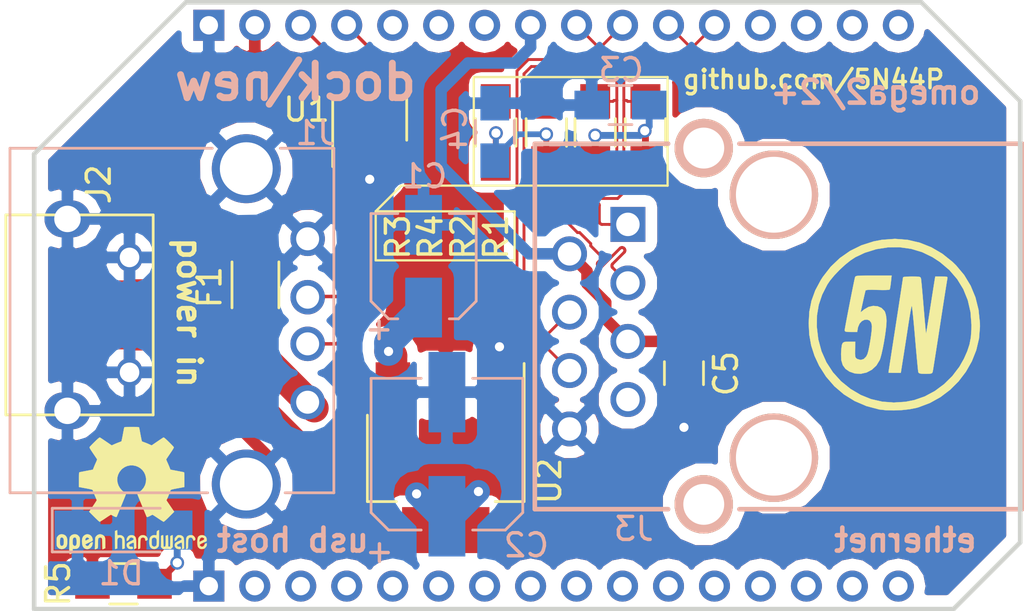
<source format=kicad_pcb>
(kicad_pcb (version 20170123) (host pcbnew "(2017-07-16 revision e797af331)-makepkg")

  (general
    (thickness 1.6)
    (drawings 23)
    (tracks 335)
    (zones 0)
    (modules 20)
    (nets 42)
  )

  (page A4)
  (layers
    (0 F.Cu signal)
    (31 B.Cu signal)
    (32 B.Adhes user)
    (33 F.Adhes user)
    (34 B.Paste user)
    (35 F.Paste user)
    (36 B.SilkS user)
    (37 F.SilkS user)
    (38 B.Mask user)
    (39 F.Mask user)
    (40 Dwgs.User user hide)
    (41 Cmts.User user)
    (42 Eco1.User user)
    (43 Eco2.User user hide)
    (44 Edge.Cuts user)
    (45 Margin user)
    (46 B.CrtYd user hide)
    (47 F.CrtYd user hide)
    (48 B.Fab user)
    (49 F.Fab user hide)
  )

  (setup
    (last_trace_width 0.25)
    (trace_clearance 0.1)
    (zone_clearance 0.508)
    (zone_45_only no)
    (trace_min 0.1)
    (segment_width 0.1)
    (edge_width 0.2)
    (via_size 0.6)
    (via_drill 0.4)
    (via_min_size 0.4)
    (via_min_drill 0.3)
    (uvia_size 0.3)
    (uvia_drill 0.1)
    (uvias_allowed no)
    (uvia_min_size 0.2)
    (uvia_min_drill 0.1)
    (pcb_text_width 0.3)
    (pcb_text_size 1.5 1.5)
    (mod_edge_width 0.15)
    (mod_text_size 1 1)
    (mod_text_width 0.15)
    (pad_size 2 1.6)
    (pad_drill 1.15)
    (pad_to_mask_clearance 0.1)
    (aux_axis_origin 0 0)
    (visible_elements 7FFFFFFF)
    (pcbplotparams
      (layerselection 0x3ffff_ffffffff)
      (usegerberextensions false)
      (excludeedgelayer true)
      (linewidth 0.100000)
      (plotframeref false)
      (viasonmask false)
      (mode 1)
      (useauxorigin false)
      (hpglpennumber 1)
      (hpglpenspeed 20)
      (hpglpendiameter 15)
      (psnegative false)
      (psa4output false)
      (plotreference true)
      (plotvalue true)
      (plotinvisibletext false)
      (padsonsilk false)
      (subtractmaskfromsilk false)
      (outputformat 1)
      (mirror false)
      (drillshape 0)
      (scaleselection 1)
      (outputdirectory C:/Users/Valerio/Documents/dock-new/board/gerber/))
  )

  (net 0 "")
  (net 1 +5V)
  (net 2 GND)
  (net 3 +3V3)
  (net 4 "Net-(C3-Pad2)")
  (net 5 "Net-(C4-Pad1)")
  (net 6 /UD+)
  (net 7 /UD-)
  (net 8 "Net-(J2-Pad2)")
  (net 9 /TX+)
  (net 10 /TX-)
  (net 11 /RX+)
  (net 12 /RX-)
  (net 13 /D-)
  (net 14 /D+)
  (net 15 "Net-(F1-Pad2)")
  (net 16 ETH_PWR)
  (net 17 "Net-(D1-Pad2)")
  (net 18 "Net-(J2-Pad4)")
  (net 19 "Net-(U3-Pad17)")
  (net 20 "Net-(U3-Pad18)")
  (net 21 "Net-(U3-Pad19)")
  (net 22 "Net-(U3-Pad20)")
  (net 23 "Net-(U3-Pad26)")
  (net 24 "Net-(U3-Pad27)")
  (net 25 "Net-(U3-Pad28)")
  (net 26 "Net-(U3-Pad2)")
  (net 27 "Net-(U3-Pad3)")
  (net 28 "Net-(U3-Pad4)")
  (net 29 "Net-(U3-Pad5)")
  (net 30 "Net-(U3-Pad6)")
  (net 31 "Net-(U3-Pad7)")
  (net 32 "Net-(U3-Pad8)")
  (net 33 "Net-(U3-Pad9)")
  (net 34 "Net-(U3-Pad10)")
  (net 35 "Net-(U3-Pad11)")
  (net 36 "Net-(U3-Pad12)")
  (net 37 "Net-(U3-Pad13)")
  (net 38 "Net-(U3-Pad14)")
  (net 39 "Net-(U3-Pad15)")
  (net 40 "Net-(U3-Pad16)")
  (net 41 "Net-(J3-Pad13)")

  (net_class Default "Questo è il gruppo di collegamenti predefinito"
    (clearance 0.1)
    (trace_width 0.25)
    (via_dia 0.6)
    (via_drill 0.4)
    (uvia_dia 0.3)
    (uvia_drill 0.1)
    (add_net +3V3)
    (add_net +5V)
    (add_net /D+)
    (add_net /D-)
    (add_net /RX+)
    (add_net /RX-)
    (add_net /UD+)
    (add_net /UD-)
    (add_net ETH_PWR)
    (add_net GND)
    (add_net "Net-(C3-Pad2)")
    (add_net "Net-(C4-Pad1)")
    (add_net "Net-(D1-Pad2)")
    (add_net "Net-(F1-Pad2)")
    (add_net "Net-(J2-Pad2)")
    (add_net "Net-(J2-Pad4)")
    (add_net "Net-(J3-Pad13)")
    (add_net "Net-(U3-Pad10)")
    (add_net "Net-(U3-Pad11)")
    (add_net "Net-(U3-Pad12)")
    (add_net "Net-(U3-Pad13)")
    (add_net "Net-(U3-Pad14)")
    (add_net "Net-(U3-Pad15)")
    (add_net "Net-(U3-Pad16)")
    (add_net "Net-(U3-Pad17)")
    (add_net "Net-(U3-Pad18)")
    (add_net "Net-(U3-Pad19)")
    (add_net "Net-(U3-Pad2)")
    (add_net "Net-(U3-Pad20)")
    (add_net "Net-(U3-Pad26)")
    (add_net "Net-(U3-Pad27)")
    (add_net "Net-(U3-Pad28)")
    (add_net "Net-(U3-Pad3)")
    (add_net "Net-(U3-Pad4)")
    (add_net "Net-(U3-Pad5)")
    (add_net "Net-(U3-Pad6)")
    (add_net "Net-(U3-Pad7)")
    (add_net "Net-(U3-Pad8)")
    (add_net "Net-(U3-Pad9)")
  )

  (net_class RX ""
    (clearance 0.1)
    (trace_width 0.1)
    (via_dia 0.6)
    (via_drill 0.4)
    (uvia_dia 0.3)
    (uvia_drill 0.1)
  )

  (net_class TX ""
    (clearance 0.1)
    (trace_width 0.1)
    (via_dia 0.6)
    (via_drill 0.4)
    (uvia_dia 0.3)
    (uvia_drill 0.1)
    (add_net /TX+)
    (add_net /TX-)
  )

  (module logo:LOGO (layer F.Cu) (tedit 0) (tstamp 59944845)
    (at 191.8208 58.674)
    (fp_text reference G*** (at 0 0) (layer F.SilkS) hide
      (effects (font (thickness 0.3)))
    )
    (fp_text value LOGO (at 0.75 0) (layer F.SilkS) hide
      (effects (font (thickness 0.3)))
    )
    (fp_poly (pts (xy 0.280174 -3.839033) (xy 0.809743 -3.716037) (xy 1.315468 -3.514015) (xy 1.792357 -3.234693)
      (xy 2.235416 -2.879794) (xy 2.391833 -2.727565) (xy 2.742916 -2.308309) (xy 3.023596 -1.843944)
      (xy 3.232168 -1.338846) (xy 3.366928 -0.79739) (xy 3.426172 -0.223953) (xy 3.429 -0.064161)
      (xy 3.387807 0.45537) (xy 3.268328 0.96081) (xy 3.076714 1.444313) (xy 2.819115 1.898034)
      (xy 2.501681 2.314127) (xy 2.130563 2.684745) (xy 1.71191 3.002043) (xy 1.251875 3.258174)
      (xy 0.756606 3.445293) (xy 0.656166 3.473145) (xy 0.366053 3.530492) (xy 0.03083 3.567356)
      (xy -0.318715 3.582489) (xy -0.651797 3.574645) (xy -0.937628 3.542575) (xy -0.959207 3.538606)
      (xy -1.512102 3.391907) (xy -2.023176 3.172861) (xy -2.488175 2.884996) (xy -2.902849 2.53184)
      (xy -3.262944 2.116922) (xy -3.564209 1.64377) (xy -3.76653 1.209363) (xy -3.911774 0.759912)
      (xy -3.995464 0.289524) (xy -4.013904 -0.0635) (xy -3.669926 -0.0635) (xy -3.605089 0.490601)
      (xy -3.464641 1.009404) (xy -3.251268 1.488734) (xy -2.967657 1.924419) (xy -2.616494 2.312286)
      (xy -2.200466 2.648159) (xy -1.754621 2.911756) (xy -1.306753 3.091556) (xy -0.82361 3.201743)
      (xy -0.320091 3.2409) (xy 0.188904 3.207611) (xy 0.571168 3.132752) (xy 1.028342 2.97361)
      (xy 1.464546 2.739721) (xy 1.868537 2.440444) (xy 2.229068 2.085138) (xy 2.534894 1.683161)
      (xy 2.732985 1.3335) (xy 2.876865 1.008975) (xy 2.974604 0.711497) (xy 3.032915 0.410749)
      (xy 3.05851 0.076411) (xy 3.060987 -0.148166) (xy 3.018593 -0.700177) (xy 2.899835 -1.216268)
      (xy 2.7061 -1.69404) (xy 2.438773 -2.131092) (xy 2.09924 -2.525023) (xy 1.688888 -2.873434)
      (xy 1.364647 -3.086355) (xy 0.913156 -3.304921) (xy 0.432138 -3.44878) (xy -0.068103 -3.517935)
      (xy -0.577264 -3.512392) (xy -1.085042 -3.432156) (xy -1.581133 -3.277232) (xy -1.989667 -3.084763)
      (xy -2.203563 -2.944425) (xy -2.441846 -2.751913) (xy -2.684239 -2.526981) (xy -2.910467 -2.289386)
      (xy -3.100254 -2.058882) (xy -3.211179 -1.894632) (xy -3.43687 -1.450768) (xy -3.585395 -1.009664)
      (xy -3.661464 -0.552519) (xy -3.669926 -0.0635) (xy -4.013904 -0.0635) (xy -4.021667 -0.212108)
      (xy -3.99168 -0.722617) (xy -3.89799 -1.192744) (xy -3.735001 -1.640838) (xy -3.49712 -2.085248)
      (xy -3.408423 -2.223442) (xy -3.063898 -2.667436) (xy -2.665756 -3.047021) (xy -2.218439 -3.359406)
      (xy -1.726393 -3.601804) (xy -1.194059 -3.771426) (xy -0.830528 -3.841048) (xy -0.268247 -3.881278)
      (xy 0.280174 -3.839033)) (layer F.SilkS) (width 0.01))
    (fp_poly (pts (xy -0.443877 -2.00025) (xy -0.462443 -1.85032) (xy -0.481664 -1.733965) (xy -0.497081 -1.677183)
      (xy -0.545857 -1.664334) (xy -0.661801 -1.656943) (xy -0.82756 -1.655552) (xy -1.025535 -1.660692)
      (xy -1.270586 -1.667414) (xy -1.436245 -1.66384) (xy -1.527187 -1.649737) (xy -1.548563 -1.634509)
      (xy -1.564295 -1.575872) (xy -1.593392 -1.453655) (xy -1.631378 -1.287043) (xy -1.664837 -1.136151)
      (xy -1.763741 -0.684803) (xy -1.604265 -0.812961) (xy -1.41814 -0.920273) (xy -1.218966 -0.965014)
      (xy -1.025247 -0.949513) (xy -0.85549 -0.876098) (xy -0.728199 -0.747097) (xy -0.701772 -0.699414)
      (xy -0.66317 -0.573166) (xy -0.639205 -0.406818) (xy -0.635 -0.309682) (xy -0.644064 -0.131018)
      (xy -0.668865 0.099389) (xy -0.705817 0.361038) (xy -0.751334 0.633429) (xy -0.801832 0.896059)
      (xy -0.853725 1.12843) (xy -0.903426 1.310039) (xy -0.93222 1.389678) (xy -1.075428 1.626238)
      (xy -1.270011 1.80862) (xy -1.501221 1.931156) (xy -1.754315 1.988178) (xy -2.014547 1.974018)
      (xy -2.245281 1.894417) (xy -2.421661 1.773411) (xy -2.538772 1.612905) (xy -2.601192 1.402687)
      (xy -2.613504 1.13255) (xy -2.610917 1.0795) (xy -2.596748 0.870922) (xy -2.577236 0.73249)
      (xy -2.542132 0.649826) (xy -2.481183 0.608552) (xy -2.384139 0.594291) (xy -2.263826 0.592667)
      (xy -1.99671 0.592667) (xy -2.003772 0.939374) (xy -2.005747 1.111252) (xy -1.999656 1.218865)
      (xy -1.980356 1.282567) (xy -1.942704 1.322708) (xy -1.900227 1.349083) (xy -1.760236 1.387474)
      (xy -1.628486 1.348357) (xy -1.51875 1.238708) (xy -1.463954 1.128039) (xy -1.425555 0.992392)
      (xy -1.384086 0.798184) (xy -1.343695 0.571212) (xy -1.308531 0.337275) (xy -1.282741 0.122169)
      (xy -1.270473 -0.048308) (xy -1.27 -0.078159) (xy -1.298055 -0.231038) (xy -1.371743 -0.327686)
      (xy -1.475356 -0.370224) (xy -1.593181 -0.360775) (xy -1.709509 -0.301461) (xy -1.808628 -0.194404)
      (xy -1.874828 -0.041727) (xy -1.884657 0.004872) (xy -1.912443 0.169334) (xy -2.183888 0.169334)
      (xy -2.332693 0.166167) (xy -2.415248 0.153231) (xy -2.449848 0.125371) (xy -2.455334 0.092854)
      (xy -2.447411 0.036913) (xy -2.425384 -0.088593) (xy -2.391871 -0.270228) (xy -2.349486 -0.49456)
      (xy -2.300845 -0.748152) (xy -2.248563 -1.01757) (xy -2.195257 -1.289379) (xy -2.143541 -1.550145)
      (xy -2.096032 -1.786433) (xy -2.055344 -1.984808) (xy -2.024094 -2.131835) (xy -2.01074 -2.19075)
      (xy -2.000588 -2.224117) (xy -1.980579 -2.24861) (xy -1.939051 -2.265601) (xy -1.864337 -2.276461)
      (xy -1.744774 -2.282563) (xy -1.568697 -2.285278) (xy -1.324442 -2.285977) (xy -1.200762 -2.286)
      (xy -0.41347 -2.286) (xy -0.443877 -2.00025)) (layer F.SilkS) (width 0.01))
    (fp_poly (pts (xy 1.906522 -2.241898) (xy 1.986311 -2.232179) (xy 2.016408 -2.207891) (xy 2.014292 -2.162415)
      (xy 2.011124 -2.148416) (xy 2.000229 -2.087989) (xy 1.977937 -1.952678) (xy 1.945636 -1.751293)
      (xy 1.904714 -1.492647) (xy 1.856559 -1.18555) (xy 1.802561 -0.838814) (xy 1.744107 -0.461251)
      (xy 1.692621 -0.127) (xy 1.631514 0.269634) (xy 1.573726 0.642836) (xy 1.520642 0.983795)
      (xy 1.473647 1.283699) (xy 1.434126 1.533738) (xy 1.403464 1.725101) (xy 1.383047 1.848976)
      (xy 1.37483 1.894417) (xy 1.356086 1.944757) (xy 1.315485 1.973386) (xy 1.233117 1.986334)
      (xy 1.089075 1.989632) (xy 1.060379 1.989667) (xy 0.900963 1.98612) (xy 0.807437 1.972544)
      (xy 0.761212 1.944538) (xy 0.747469 1.915584) (xy 0.739147 1.856818) (xy 0.724847 1.72415)
      (xy 0.705556 1.528057) (xy 0.682262 1.279014) (xy 0.655949 0.987499) (xy 0.627607 0.663989)
      (xy 0.607918 0.433917) (xy 0.578794 0.098834) (xy 0.550765 -0.207714) (xy 0.524832 -0.475946)
      (xy 0.501998 -0.696081) (xy 0.483267 -0.858339) (xy 0.469641 -0.952937) (xy 0.463612 -0.973666)
      (xy 0.449595 -0.933975) (xy 0.425939 -0.82373) (xy 0.395094 -0.656178) (xy 0.359507 -0.444566)
      (xy 0.324671 -0.22225) (xy 0.276501 0.0932) (xy 0.221708 0.448484) (xy 0.165969 0.807001)
      (xy 0.114961 1.132147) (xy 0.098171 1.23825) (xy -0.014379 1.947334) (xy -0.282356 1.947334)
      (xy -0.420435 1.94581) (xy -0.517164 1.941833) (xy -0.550277 1.93675) (xy -0.54399 1.894111)
      (xy -0.52598 1.775857) (xy -0.497488 1.590042) (xy -0.459752 1.344721) (xy -0.414015 1.047947)
      (xy -0.361515 0.707774) (xy -0.303494 0.332256) (xy -0.241191 -0.070553) (xy -0.232777 -0.124926)
      (xy -0.169931 -0.53166) (xy -0.111218 -0.912944) (xy -0.057883 -1.260603) (xy -0.011169 -1.566461)
      (xy 0.027678 -1.822345) (xy 0.057413 -2.02008) (xy 0.076793 -2.15149) (xy 0.084571 -2.208401)
      (xy 0.084666 -2.209842) (xy 0.12384 -2.224752) (xy 0.228758 -2.236306) (xy 0.380512 -2.242822)
      (xy 0.46486 -2.243666) (xy 0.645781 -2.242363) (xy 0.759183 -2.235731) (xy 0.822204 -2.219685)
      (xy 0.851982 -2.190141) (xy 0.864569 -2.148416) (xy 0.873121 -2.082103) (xy 0.887337 -1.943425)
      (xy 0.906113 -1.744418) (xy 0.928342 -1.497112) (xy 0.952921 -1.213541) (xy 0.978743 -0.905736)
      (xy 0.979175 -0.900495) (xy 1.004442 -0.599154) (xy 1.027961 -0.327991) (xy 1.048744 -0.09768)
      (xy 1.065799 0.081104) (xy 1.078139 0.197685) (xy 1.084773 0.241388) (xy 1.085024 0.24142)
      (xy 1.094133 0.198439) (xy 1.114283 0.082843) (xy 1.143664 -0.094296) (xy 1.180465 -0.321908)
      (xy 1.222873 -0.588921) (xy 1.266694 -0.868919) (xy 1.313822 -1.171506) (xy 1.357832 -1.452913)
      (xy 1.396705 -1.700319) (xy 1.42842 -1.900901) (xy 1.450959 -2.041836) (xy 1.461554 -2.106083)
      (xy 1.485503 -2.243666) (xy 1.759558 -2.243666) (xy 1.906522 -2.241898)) (layer F.SilkS) (width 0.01))
  )

  (module Symbols:OSHW-Logo2_7.3x6mm_SilkScreen (layer F.Cu) (tedit 0) (tstamp 5988105A)
    (at 158.3436 65.7352)
    (descr "Open Source Hardware Symbol")
    (tags "Logo Symbol OSHW")
    (attr virtual)
    (fp_text reference REF*** (at 0 0) (layer F.SilkS) hide
      (effects (font (size 1 1) (thickness 0.15)))
    )
    (fp_text value OSHW-Logo2_7.3x6mm_SilkScreen (at 0.75 0) (layer F.Fab) hide
      (effects (font (size 1 1) (thickness 0.15)))
    )
    (fp_poly (pts (xy -2.400256 1.919918) (xy -2.344799 1.947568) (xy -2.295852 1.99848) (xy -2.282371 2.017338)
      (xy -2.267686 2.042015) (xy -2.258158 2.068816) (xy -2.252707 2.104587) (xy -2.250253 2.156169)
      (xy -2.249714 2.224267) (xy -2.252148 2.317588) (xy -2.260606 2.387657) (xy -2.276826 2.439931)
      (xy -2.302546 2.479869) (xy -2.339503 2.512929) (xy -2.342218 2.514886) (xy -2.37864 2.534908)
      (xy -2.422498 2.544815) (xy -2.478276 2.547257) (xy -2.568952 2.547257) (xy -2.56899 2.635283)
      (xy -2.569834 2.684308) (xy -2.574976 2.713065) (xy -2.588413 2.730311) (xy -2.614142 2.744808)
      (xy -2.620321 2.747769) (xy -2.649236 2.761648) (xy -2.671624 2.770414) (xy -2.688271 2.771171)
      (xy -2.699964 2.761023) (xy -2.70749 2.737073) (xy -2.711634 2.696426) (xy -2.713185 2.636186)
      (xy -2.712929 2.553455) (xy -2.711651 2.445339) (xy -2.711252 2.413) (xy -2.709815 2.301524)
      (xy -2.708528 2.228603) (xy -2.569029 2.228603) (xy -2.568245 2.290499) (xy -2.56476 2.330997)
      (xy -2.556876 2.357708) (xy -2.542895 2.378244) (xy -2.533403 2.38826) (xy -2.494596 2.417567)
      (xy -2.460237 2.419952) (xy -2.424784 2.39575) (xy -2.423886 2.394857) (xy -2.409461 2.376153)
      (xy -2.400687 2.350732) (xy -2.396261 2.311584) (xy -2.394882 2.251697) (xy -2.394857 2.23843)
      (xy -2.398188 2.155901) (xy -2.409031 2.098691) (xy -2.42866 2.063766) (xy -2.45835 2.048094)
      (xy -2.475509 2.046514) (xy -2.516234 2.053926) (xy -2.544168 2.07833) (xy -2.560983 2.12298)
      (xy -2.56835 2.19113) (xy -2.569029 2.228603) (xy -2.708528 2.228603) (xy -2.708292 2.215245)
      (xy -2.706323 2.150333) (xy -2.70355 2.102958) (xy -2.699612 2.06929) (xy -2.694151 2.045498)
      (xy -2.686808 2.027753) (xy -2.677223 2.012224) (xy -2.673113 2.006381) (xy -2.618595 1.951185)
      (xy -2.549664 1.91989) (xy -2.469928 1.911165) (xy -2.400256 1.919918)) (layer F.SilkS) (width 0.01))
    (fp_poly (pts (xy -1.283907 1.92778) (xy -1.237328 1.954723) (xy -1.204943 1.981466) (xy -1.181258 2.009484)
      (xy -1.164941 2.043748) (xy -1.154661 2.089227) (xy -1.149086 2.150892) (xy -1.146884 2.233711)
      (xy -1.146629 2.293246) (xy -1.146629 2.512391) (xy -1.208314 2.540044) (xy -1.27 2.567697)
      (xy -1.277257 2.32767) (xy -1.280256 2.238028) (xy -1.283402 2.172962) (xy -1.287299 2.128026)
      (xy -1.292553 2.09877) (xy -1.299769 2.080748) (xy -1.30955 2.069511) (xy -1.312688 2.067079)
      (xy -1.360239 2.048083) (xy -1.408303 2.0556) (xy -1.436914 2.075543) (xy -1.448553 2.089675)
      (xy -1.456609 2.10822) (xy -1.461729 2.136334) (xy -1.464559 2.179173) (xy -1.465744 2.241895)
      (xy -1.465943 2.307261) (xy -1.465982 2.389268) (xy -1.467386 2.447316) (xy -1.472086 2.486465)
      (xy -1.482013 2.51178) (xy -1.499097 2.528323) (xy -1.525268 2.541156) (xy -1.560225 2.554491)
      (xy -1.598404 2.569007) (xy -1.593859 2.311389) (xy -1.592029 2.218519) (xy -1.589888 2.149889)
      (xy -1.586819 2.100711) (xy -1.582206 2.066198) (xy -1.575432 2.041562) (xy -1.565881 2.022016)
      (xy -1.554366 2.00477) (xy -1.49881 1.94968) (xy -1.43102 1.917822) (xy -1.357287 1.910191)
      (xy -1.283907 1.92778)) (layer F.SilkS) (width 0.01))
    (fp_poly (pts (xy -2.958885 1.921962) (xy -2.890855 1.957733) (xy -2.840649 2.015301) (xy -2.822815 2.052312)
      (xy -2.808937 2.107882) (xy -2.801833 2.178096) (xy -2.80116 2.254727) (xy -2.806573 2.329552)
      (xy -2.81773 2.394342) (xy -2.834286 2.440873) (xy -2.839374 2.448887) (xy -2.899645 2.508707)
      (xy -2.971231 2.544535) (xy -3.048908 2.55502) (xy -3.127452 2.53881) (xy -3.149311 2.529092)
      (xy -3.191878 2.499143) (xy -3.229237 2.459433) (xy -3.232768 2.454397) (xy -3.247119 2.430124)
      (xy -3.256606 2.404178) (xy -3.26221 2.370022) (xy -3.264914 2.321119) (xy -3.265701 2.250935)
      (xy -3.265714 2.2352) (xy -3.265678 2.230192) (xy -3.120571 2.230192) (xy -3.119727 2.29643)
      (xy -3.116404 2.340386) (xy -3.109417 2.368779) (xy -3.097584 2.388325) (xy -3.091543 2.394857)
      (xy -3.056814 2.41968) (xy -3.023097 2.418548) (xy -2.989005 2.397016) (xy -2.968671 2.374029)
      (xy -2.956629 2.340478) (xy -2.949866 2.287569) (xy -2.949402 2.281399) (xy -2.948248 2.185513)
      (xy -2.960312 2.114299) (xy -2.98543 2.068194) (xy -3.02344 2.047635) (xy -3.037008 2.046514)
      (xy -3.072636 2.052152) (xy -3.097006 2.071686) (xy -3.111907 2.109042) (xy -3.119125 2.16815)
      (xy -3.120571 2.230192) (xy -3.265678 2.230192) (xy -3.265174 2.160413) (xy -3.262904 2.108159)
      (xy -3.257932 2.071949) (xy -3.249287 2.045299) (xy -3.235995 2.021722) (xy -3.233057 2.017338)
      (xy -3.183687 1.958249) (xy -3.129891 1.923947) (xy -3.064398 1.910331) (xy -3.042158 1.909665)
      (xy -2.958885 1.921962)) (layer F.SilkS) (width 0.01))
    (fp_poly (pts (xy -1.831697 1.931239) (xy -1.774473 1.969735) (xy -1.730251 2.025335) (xy -1.703833 2.096086)
      (xy -1.69849 2.148162) (xy -1.699097 2.169893) (xy -1.704178 2.186531) (xy -1.718145 2.201437)
      (xy -1.745411 2.217973) (xy -1.790388 2.239498) (xy -1.857489 2.269374) (xy -1.857829 2.269524)
      (xy -1.919593 2.297813) (xy -1.970241 2.322933) (xy -2.004596 2.342179) (xy -2.017482 2.352848)
      (xy -2.017486 2.352934) (xy -2.006128 2.376166) (xy -1.979569 2.401774) (xy -1.949077 2.420221)
      (xy -1.93363 2.423886) (xy -1.891485 2.411212) (xy -1.855192 2.379471) (xy -1.837483 2.344572)
      (xy -1.820448 2.318845) (xy -1.787078 2.289546) (xy -1.747851 2.264235) (xy -1.713244 2.250471)
      (xy -1.706007 2.249714) (xy -1.697861 2.26216) (xy -1.69737 2.293972) (xy -1.703357 2.336866)
      (xy -1.714643 2.382558) (xy -1.73005 2.422761) (xy -1.730829 2.424322) (xy -1.777196 2.489062)
      (xy -1.837289 2.533097) (xy -1.905535 2.554711) (xy -1.976362 2.552185) (xy -2.044196 2.523804)
      (xy -2.047212 2.521808) (xy -2.100573 2.473448) (xy -2.13566 2.410352) (xy -2.155078 2.327387)
      (xy -2.157684 2.304078) (xy -2.162299 2.194055) (xy -2.156767 2.142748) (xy -2.017486 2.142748)
      (xy -2.015676 2.174753) (xy -2.005778 2.184093) (xy -1.981102 2.177105) (xy -1.942205 2.160587)
      (xy -1.898725 2.139881) (xy -1.897644 2.139333) (xy -1.860791 2.119949) (xy -1.846 2.107013)
      (xy -1.849647 2.093451) (xy -1.865005 2.075632) (xy -1.904077 2.049845) (xy -1.946154 2.04795)
      (xy -1.983897 2.066717) (xy -2.009966 2.102915) (xy -2.017486 2.142748) (xy -2.156767 2.142748)
      (xy -2.152806 2.106027) (xy -2.12845 2.036212) (xy -2.094544 1.987302) (xy -2.033347 1.937878)
      (xy -1.965937 1.913359) (xy -1.89712 1.911797) (xy -1.831697 1.931239)) (layer F.SilkS) (width 0.01))
    (fp_poly (pts (xy -0.624114 1.851289) (xy -0.619861 1.910613) (xy -0.614975 1.945572) (xy -0.608205 1.96082)
      (xy -0.598298 1.961015) (xy -0.595086 1.959195) (xy -0.552356 1.946015) (xy -0.496773 1.946785)
      (xy -0.440263 1.960333) (xy -0.404918 1.977861) (xy -0.368679 2.005861) (xy -0.342187 2.037549)
      (xy -0.324001 2.077813) (xy -0.312678 2.131543) (xy -0.306778 2.203626) (xy -0.304857 2.298951)
      (xy -0.304823 2.317237) (xy -0.3048 2.522646) (xy -0.350509 2.53858) (xy -0.382973 2.54942)
      (xy -0.400785 2.554468) (xy -0.401309 2.554514) (xy -0.403063 2.540828) (xy -0.404556 2.503076)
      (xy -0.405674 2.446224) (xy -0.406303 2.375234) (xy -0.4064 2.332073) (xy -0.406602 2.246973)
      (xy -0.407642 2.185981) (xy -0.410169 2.144177) (xy -0.414836 2.116642) (xy -0.422293 2.098456)
      (xy -0.433189 2.084698) (xy -0.439993 2.078073) (xy -0.486728 2.051375) (xy -0.537728 2.049375)
      (xy -0.583999 2.071955) (xy -0.592556 2.080107) (xy -0.605107 2.095436) (xy -0.613812 2.113618)
      (xy -0.619369 2.139909) (xy -0.622474 2.179562) (xy -0.623824 2.237832) (xy -0.624114 2.318173)
      (xy -0.624114 2.522646) (xy -0.669823 2.53858) (xy -0.702287 2.54942) (xy -0.720099 2.554468)
      (xy -0.720623 2.554514) (xy -0.721963 2.540623) (xy -0.723172 2.501439) (xy -0.724199 2.4407)
      (xy -0.724998 2.362141) (xy -0.725519 2.269498) (xy -0.725714 2.166509) (xy -0.725714 1.769342)
      (xy -0.678543 1.749444) (xy -0.631371 1.729547) (xy -0.624114 1.851289)) (layer F.SilkS) (width 0.01))
    (fp_poly (pts (xy 0.039744 1.950968) (xy 0.096616 1.972087) (xy 0.097267 1.972493) (xy 0.13244 1.99838)
      (xy 0.158407 2.028633) (xy 0.17667 2.068058) (xy 0.188732 2.121462) (xy 0.196096 2.193651)
      (xy 0.200264 2.289432) (xy 0.200629 2.303078) (xy 0.205876 2.508842) (xy 0.161716 2.531678)
      (xy 0.129763 2.54711) (xy 0.11047 2.554423) (xy 0.109578 2.554514) (xy 0.106239 2.541022)
      (xy 0.103587 2.504626) (xy 0.101956 2.451452) (xy 0.1016 2.408393) (xy 0.101592 2.338641)
      (xy 0.098403 2.294837) (xy 0.087288 2.273944) (xy 0.063501 2.272925) (xy 0.022296 2.288741)
      (xy -0.039914 2.317815) (xy -0.085659 2.341963) (xy -0.109187 2.362913) (xy -0.116104 2.385747)
      (xy -0.116114 2.386877) (xy -0.104701 2.426212) (xy -0.070908 2.447462) (xy -0.019191 2.450539)
      (xy 0.018061 2.450006) (xy 0.037703 2.460735) (xy 0.049952 2.486505) (xy 0.057002 2.519337)
      (xy 0.046842 2.537966) (xy 0.043017 2.540632) (xy 0.007001 2.55134) (xy -0.043434 2.552856)
      (xy -0.095374 2.545759) (xy -0.132178 2.532788) (xy -0.183062 2.489585) (xy -0.211986 2.429446)
      (xy -0.217714 2.382462) (xy -0.213343 2.340082) (xy -0.197525 2.305488) (xy -0.166203 2.274763)
      (xy -0.115322 2.24399) (xy -0.040824 2.209252) (xy -0.036286 2.207288) (xy 0.030821 2.176287)
      (xy 0.072232 2.150862) (xy 0.089981 2.128014) (xy 0.086107 2.104745) (xy 0.062643 2.078056)
      (xy 0.055627 2.071914) (xy 0.00863 2.0481) (xy -0.040067 2.049103) (xy -0.082478 2.072451)
      (xy -0.110616 2.115675) (xy -0.113231 2.12416) (xy -0.138692 2.165308) (xy -0.170999 2.185128)
      (xy -0.217714 2.20477) (xy -0.217714 2.15395) (xy -0.203504 2.080082) (xy -0.161325 2.012327)
      (xy -0.139376 1.989661) (xy -0.089483 1.960569) (xy -0.026033 1.9474) (xy 0.039744 1.950968)) (layer F.SilkS) (width 0.01))
    (fp_poly (pts (xy 0.529926 1.949755) (xy 0.595858 1.974084) (xy 0.649273 2.017117) (xy 0.670164 2.047409)
      (xy 0.692939 2.102994) (xy 0.692466 2.143186) (xy 0.668562 2.170217) (xy 0.659717 2.174813)
      (xy 0.62153 2.189144) (xy 0.602028 2.185472) (xy 0.595422 2.161407) (xy 0.595086 2.148114)
      (xy 0.582992 2.09921) (xy 0.551471 2.064999) (xy 0.507659 2.048476) (xy 0.458695 2.052634)
      (xy 0.418894 2.074227) (xy 0.40545 2.086544) (xy 0.395921 2.101487) (xy 0.389485 2.124075)
      (xy 0.385317 2.159328) (xy 0.382597 2.212266) (xy 0.380502 2.287907) (xy 0.37996 2.311857)
      (xy 0.377981 2.39379) (xy 0.375731 2.451455) (xy 0.372357 2.489608) (xy 0.367006 2.513004)
      (xy 0.358824 2.526398) (xy 0.346959 2.534545) (xy 0.339362 2.538144) (xy 0.307102 2.550452)
      (xy 0.288111 2.554514) (xy 0.281836 2.540948) (xy 0.278006 2.499934) (xy 0.2766 2.430999)
      (xy 0.277598 2.333669) (xy 0.277908 2.318657) (xy 0.280101 2.229859) (xy 0.282693 2.165019)
      (xy 0.286382 2.119067) (xy 0.291864 2.086935) (xy 0.299835 2.063553) (xy 0.310993 2.043852)
      (xy 0.31683 2.03541) (xy 0.350296 1.998057) (xy 0.387727 1.969003) (xy 0.392309 1.966467)
      (xy 0.459426 1.946443) (xy 0.529926 1.949755)) (layer F.SilkS) (width 0.01))
    (fp_poly (pts (xy 1.190117 2.065358) (xy 1.189933 2.173837) (xy 1.189219 2.257287) (xy 1.187675 2.319704)
      (xy 1.185001 2.365085) (xy 1.180894 2.397429) (xy 1.175055 2.420733) (xy 1.167182 2.438995)
      (xy 1.161221 2.449418) (xy 1.111855 2.505945) (xy 1.049264 2.541377) (xy 0.980013 2.55409)
      (xy 0.910668 2.542463) (xy 0.869375 2.521568) (xy 0.826025 2.485422) (xy 0.796481 2.441276)
      (xy 0.778655 2.383462) (xy 0.770463 2.306313) (xy 0.769302 2.249714) (xy 0.769458 2.245647)
      (xy 0.870857 2.245647) (xy 0.871476 2.31055) (xy 0.874314 2.353514) (xy 0.88084 2.381622)
      (xy 0.892523 2.401953) (xy 0.906483 2.417288) (xy 0.953365 2.44689) (xy 1.003701 2.449419)
      (xy 1.051276 2.424705) (xy 1.054979 2.421356) (xy 1.070783 2.403935) (xy 1.080693 2.383209)
      (xy 1.086058 2.352362) (xy 1.088228 2.304577) (xy 1.088571 2.251748) (xy 1.087827 2.185381)
      (xy 1.084748 2.141106) (xy 1.078061 2.112009) (xy 1.066496 2.091173) (xy 1.057013 2.080107)
      (xy 1.01296 2.052198) (xy 0.962224 2.048843) (xy 0.913796 2.070159) (xy 0.90445 2.078073)
      (xy 0.88854 2.095647) (xy 0.87861 2.116587) (xy 0.873278 2.147782) (xy 0.871163 2.196122)
      (xy 0.870857 2.245647) (xy 0.769458 2.245647) (xy 0.77281 2.158568) (xy 0.784726 2.090086)
      (xy 0.807135 2.0386) (xy 0.842124 1.998443) (xy 0.869375 1.977861) (xy 0.918907 1.955625)
      (xy 0.976316 1.945304) (xy 1.029682 1.948067) (xy 1.059543 1.959212) (xy 1.071261 1.962383)
      (xy 1.079037 1.950557) (xy 1.084465 1.918866) (xy 1.088571 1.870593) (xy 1.093067 1.816829)
      (xy 1.099313 1.784482) (xy 1.110676 1.765985) (xy 1.130528 1.75377) (xy 1.143 1.748362)
      (xy 1.190171 1.728601) (xy 1.190117 2.065358)) (layer F.SilkS) (width 0.01))
    (fp_poly (pts (xy 1.779833 1.958663) (xy 1.782048 1.99685) (xy 1.783784 2.054886) (xy 1.784899 2.12818)
      (xy 1.785257 2.205055) (xy 1.785257 2.465196) (xy 1.739326 2.511127) (xy 1.707675 2.539429)
      (xy 1.67989 2.550893) (xy 1.641915 2.550168) (xy 1.62684 2.548321) (xy 1.579726 2.542948)
      (xy 1.540756 2.539869) (xy 1.531257 2.539585) (xy 1.499233 2.541445) (xy 1.453432 2.546114)
      (xy 1.435674 2.548321) (xy 1.392057 2.551735) (xy 1.362745 2.54432) (xy 1.33368 2.521427)
      (xy 1.323188 2.511127) (xy 1.277257 2.465196) (xy 1.277257 1.978602) (xy 1.314226 1.961758)
      (xy 1.346059 1.949282) (xy 1.364683 1.944914) (xy 1.369458 1.958718) (xy 1.373921 1.997286)
      (xy 1.377775 2.056356) (xy 1.380722 2.131663) (xy 1.382143 2.195286) (xy 1.386114 2.445657)
      (xy 1.420759 2.450556) (xy 1.452268 2.447131) (xy 1.467708 2.436041) (xy 1.472023 2.415308)
      (xy 1.475708 2.371145) (xy 1.478469 2.309146) (xy 1.480012 2.234909) (xy 1.480235 2.196706)
      (xy 1.480457 1.976783) (xy 1.526166 1.960849) (xy 1.558518 1.950015) (xy 1.576115 1.944962)
      (xy 1.576623 1.944914) (xy 1.578388 1.958648) (xy 1.580329 1.99673) (xy 1.582282 2.054482)
      (xy 1.584084 2.127227) (xy 1.585343 2.195286) (xy 1.589314 2.445657) (xy 1.6764 2.445657)
      (xy 1.680396 2.21724) (xy 1.684392 1.988822) (xy 1.726847 1.966868) (xy 1.758192 1.951793)
      (xy 1.776744 1.944951) (xy 1.777279 1.944914) (xy 1.779833 1.958663)) (layer F.SilkS) (width 0.01))
    (fp_poly (pts (xy 2.144876 1.956335) (xy 2.186667 1.975344) (xy 2.219469 1.998378) (xy 2.243503 2.024133)
      (xy 2.260097 2.057358) (xy 2.270577 2.1028) (xy 2.276271 2.165207) (xy 2.278507 2.249327)
      (xy 2.278743 2.304721) (xy 2.278743 2.520826) (xy 2.241774 2.53767) (xy 2.212656 2.549981)
      (xy 2.198231 2.554514) (xy 2.195472 2.541025) (xy 2.193282 2.504653) (xy 2.191942 2.451542)
      (xy 2.191657 2.409372) (xy 2.190434 2.348447) (xy 2.187136 2.300115) (xy 2.182321 2.270518)
      (xy 2.178496 2.264229) (xy 2.152783 2.270652) (xy 2.112418 2.287125) (xy 2.065679 2.309458)
      (xy 2.020845 2.333457) (xy 1.986193 2.35493) (xy 1.970002 2.369685) (xy 1.969938 2.369845)
      (xy 1.97133 2.397152) (xy 1.983818 2.423219) (xy 2.005743 2.444392) (xy 2.037743 2.451474)
      (xy 2.065092 2.450649) (xy 2.103826 2.450042) (xy 2.124158 2.459116) (xy 2.136369 2.483092)
      (xy 2.137909 2.487613) (xy 2.143203 2.521806) (xy 2.129047 2.542568) (xy 2.092148 2.552462)
      (xy 2.052289 2.554292) (xy 1.980562 2.540727) (xy 1.943432 2.521355) (xy 1.897576 2.475845)
      (xy 1.873256 2.419983) (xy 1.871073 2.360957) (xy 1.891629 2.305953) (xy 1.922549 2.271486)
      (xy 1.95342 2.252189) (xy 2.001942 2.227759) (xy 2.058485 2.202985) (xy 2.06791 2.199199)
      (xy 2.130019 2.171791) (xy 2.165822 2.147634) (xy 2.177337 2.123619) (xy 2.16658 2.096635)
      (xy 2.148114 2.075543) (xy 2.104469 2.049572) (xy 2.056446 2.047624) (xy 2.012406 2.067637)
      (xy 1.980709 2.107551) (xy 1.976549 2.117848) (xy 1.952327 2.155724) (xy 1.916965 2.183842)
      (xy 1.872343 2.206917) (xy 1.872343 2.141485) (xy 1.874969 2.101506) (xy 1.88623 2.069997)
      (xy 1.911199 2.036378) (xy 1.935169 2.010484) (xy 1.972441 1.973817) (xy 2.001401 1.954121)
      (xy 2.032505 1.94622) (xy 2.067713 1.944914) (xy 2.144876 1.956335)) (layer F.SilkS) (width 0.01))
    (fp_poly (pts (xy 2.6526 1.958752) (xy 2.669948 1.966334) (xy 2.711356 1.999128) (xy 2.746765 2.046547)
      (xy 2.768664 2.097151) (xy 2.772229 2.122098) (xy 2.760279 2.156927) (xy 2.734067 2.175357)
      (xy 2.705964 2.186516) (xy 2.693095 2.188572) (xy 2.686829 2.173649) (xy 2.674456 2.141175)
      (xy 2.669028 2.126502) (xy 2.63859 2.075744) (xy 2.59452 2.050427) (xy 2.53801 2.051206)
      (xy 2.533825 2.052203) (xy 2.503655 2.066507) (xy 2.481476 2.094393) (xy 2.466327 2.139287)
      (xy 2.45725 2.204615) (xy 2.453286 2.293804) (xy 2.452914 2.341261) (xy 2.45273 2.416071)
      (xy 2.451522 2.467069) (xy 2.448309 2.499471) (xy 2.442109 2.518495) (xy 2.43194 2.529356)
      (xy 2.416819 2.537272) (xy 2.415946 2.53767) (xy 2.386828 2.549981) (xy 2.372403 2.554514)
      (xy 2.370186 2.540809) (xy 2.368289 2.502925) (xy 2.366847 2.445715) (xy 2.365998 2.374027)
      (xy 2.365829 2.321565) (xy 2.366692 2.220047) (xy 2.37007 2.143032) (xy 2.377142 2.086023)
      (xy 2.389088 2.044526) (xy 2.40709 2.014043) (xy 2.432327 1.99008) (xy 2.457247 1.973355)
      (xy 2.517171 1.951097) (xy 2.586911 1.946076) (xy 2.6526 1.958752)) (layer F.SilkS) (width 0.01))
    (fp_poly (pts (xy 3.153595 1.966966) (xy 3.211021 2.004497) (xy 3.238719 2.038096) (xy 3.260662 2.099064)
      (xy 3.262405 2.147308) (xy 3.258457 2.211816) (xy 3.109686 2.276934) (xy 3.037349 2.310202)
      (xy 2.990084 2.336964) (xy 2.965507 2.360144) (xy 2.961237 2.382667) (xy 2.974889 2.407455)
      (xy 2.989943 2.423886) (xy 3.033746 2.450235) (xy 3.081389 2.452081) (xy 3.125145 2.431546)
      (xy 3.157289 2.390752) (xy 3.163038 2.376347) (xy 3.190576 2.331356) (xy 3.222258 2.312182)
      (xy 3.265714 2.295779) (xy 3.265714 2.357966) (xy 3.261872 2.400283) (xy 3.246823 2.435969)
      (xy 3.21528 2.476943) (xy 3.210592 2.482267) (xy 3.175506 2.51872) (xy 3.145347 2.538283)
      (xy 3.107615 2.547283) (xy 3.076335 2.55023) (xy 3.020385 2.550965) (xy 2.980555 2.54166)
      (xy 2.955708 2.527846) (xy 2.916656 2.497467) (xy 2.889625 2.464613) (xy 2.872517 2.423294)
      (xy 2.863238 2.367521) (xy 2.859693 2.291305) (xy 2.85941 2.252622) (xy 2.860372 2.206247)
      (xy 2.948007 2.206247) (xy 2.949023 2.231126) (xy 2.951556 2.2352) (xy 2.968274 2.229665)
      (xy 3.004249 2.215017) (xy 3.052331 2.19419) (xy 3.062386 2.189714) (xy 3.123152 2.158814)
      (xy 3.156632 2.131657) (xy 3.16399 2.10622) (xy 3.146391 2.080481) (xy 3.131856 2.069109)
      (xy 3.07941 2.046364) (xy 3.030322 2.050122) (xy 2.989227 2.077884) (xy 2.960758 2.127152)
      (xy 2.951631 2.166257) (xy 2.948007 2.206247) (xy 2.860372 2.206247) (xy 2.861285 2.162249)
      (xy 2.868196 2.095384) (xy 2.881884 2.046695) (xy 2.904096 2.010849) (xy 2.936574 1.982513)
      (xy 2.950733 1.973355) (xy 3.015053 1.949507) (xy 3.085473 1.948006) (xy 3.153595 1.966966)) (layer F.SilkS) (width 0.01))
    (fp_poly (pts (xy 0.10391 -2.757652) (xy 0.182454 -2.757222) (xy 0.239298 -2.756058) (xy 0.278105 -2.753793)
      (xy 0.302538 -2.75006) (xy 0.316262 -2.744494) (xy 0.32294 -2.736727) (xy 0.326236 -2.726395)
      (xy 0.326556 -2.725057) (xy 0.331562 -2.700921) (xy 0.340829 -2.653299) (xy 0.353392 -2.587259)
      (xy 0.368287 -2.507872) (xy 0.384551 -2.420204) (xy 0.385119 -2.417125) (xy 0.40141 -2.331211)
      (xy 0.416652 -2.255304) (xy 0.429861 -2.193955) (xy 0.440054 -2.151718) (xy 0.446248 -2.133145)
      (xy 0.446543 -2.132816) (xy 0.464788 -2.123747) (xy 0.502405 -2.108633) (xy 0.551271 -2.090738)
      (xy 0.551543 -2.090642) (xy 0.613093 -2.067507) (xy 0.685657 -2.038035) (xy 0.754057 -2.008403)
      (xy 0.757294 -2.006938) (xy 0.868702 -1.956374) (xy 1.115399 -2.12484) (xy 1.191077 -2.176197)
      (xy 1.259631 -2.222111) (xy 1.317088 -2.25997) (xy 1.359476 -2.287163) (xy 1.382825 -2.301079)
      (xy 1.385042 -2.302111) (xy 1.40201 -2.297516) (xy 1.433701 -2.275345) (xy 1.481352 -2.234553)
      (xy 1.546198 -2.174095) (xy 1.612397 -2.109773) (xy 1.676214 -2.046388) (xy 1.733329 -1.988549)
      (xy 1.780305 -1.939825) (xy 1.813703 -1.90379) (xy 1.830085 -1.884016) (xy 1.830694 -1.882998)
      (xy 1.832505 -1.869428) (xy 1.825683 -1.847267) (xy 1.80854 -1.813522) (xy 1.779393 -1.7652)
      (xy 1.736555 -1.699308) (xy 1.679448 -1.614483) (xy 1.628766 -1.539823) (xy 1.583461 -1.47286)
      (xy 1.54615 -1.417484) (xy 1.519452 -1.37758) (xy 1.505985 -1.357038) (xy 1.505137 -1.355644)
      (xy 1.506781 -1.335962) (xy 1.519245 -1.297707) (xy 1.540048 -1.248111) (xy 1.547462 -1.232272)
      (xy 1.579814 -1.16171) (xy 1.614328 -1.081647) (xy 1.642365 -1.012371) (xy 1.662568 -0.960955)
      (xy 1.678615 -0.921881) (xy 1.687888 -0.901459) (xy 1.689041 -0.899886) (xy 1.706096 -0.897279)
      (xy 1.746298 -0.890137) (xy 1.804302 -0.879477) (xy 1.874763 -0.866315) (xy 1.952335 -0.851667)
      (xy 2.031672 -0.836551) (xy 2.107431 -0.821982) (xy 2.174264 -0.808978) (xy 2.226828 -0.798555)
      (xy 2.259776 -0.79173) (xy 2.267857 -0.789801) (xy 2.276205 -0.785038) (xy 2.282506 -0.774282)
      (xy 2.287045 -0.753902) (xy 2.290104 -0.720266) (xy 2.291967 -0.669745) (xy 2.292918 -0.598708)
      (xy 2.29324 -0.503524) (xy 2.293257 -0.464508) (xy 2.293257 -0.147201) (xy 2.217057 -0.132161)
      (xy 2.174663 -0.124005) (xy 2.1114 -0.112101) (xy 2.034962 -0.097884) (xy 1.953043 -0.08279)
      (xy 1.9304 -0.078645) (xy 1.854806 -0.063947) (xy 1.788953 -0.049495) (xy 1.738366 -0.036625)
      (xy 1.708574 -0.026678) (xy 1.703612 -0.023713) (xy 1.691426 -0.002717) (xy 1.673953 0.037967)
      (xy 1.654577 0.090322) (xy 1.650734 0.1016) (xy 1.625339 0.171523) (xy 1.593817 0.250418)
      (xy 1.562969 0.321266) (xy 1.562817 0.321595) (xy 1.511447 0.432733) (xy 1.680399 0.681253)
      (xy 1.849352 0.929772) (xy 1.632429 1.147058) (xy 1.566819 1.211726) (xy 1.506979 1.268733)
      (xy 1.456267 1.315033) (xy 1.418046 1.347584) (xy 1.395675 1.363343) (xy 1.392466 1.364343)
      (xy 1.373626 1.356469) (xy 1.33518 1.334578) (xy 1.28133 1.301267) (xy 1.216276 1.259131)
      (xy 1.14594 1.211943) (xy 1.074555 1.16381) (xy 1.010908 1.121928) (xy 0.959041 1.088871)
      (xy 0.922995 1.067218) (xy 0.906867 1.059543) (xy 0.887189 1.066037) (xy 0.849875 1.08315)
      (xy 0.802621 1.107326) (xy 0.797612 1.110013) (xy 0.733977 1.141927) (xy 0.690341 1.157579)
      (xy 0.663202 1.157745) (xy 0.649057 1.143204) (xy 0.648975 1.143) (xy 0.641905 1.125779)
      (xy 0.625042 1.084899) (xy 0.599695 1.023525) (xy 0.567171 0.944819) (xy 0.528778 0.851947)
      (xy 0.485822 0.748072) (xy 0.444222 0.647502) (xy 0.398504 0.536516) (xy 0.356526 0.433703)
      (xy 0.319548 0.342215) (xy 0.288827 0.265201) (xy 0.265622 0.205815) (xy 0.25119 0.167209)
      (xy 0.246743 0.1528) (xy 0.257896 0.136272) (xy 0.287069 0.10993) (xy 0.325971 0.080887)
      (xy 0.436757 -0.010961) (xy 0.523351 -0.116241) (xy 0.584716 -0.232734) (xy 0.619815 -0.358224)
      (xy 0.627608 -0.490493) (xy 0.621943 -0.551543) (xy 0.591078 -0.678205) (xy 0.53792 -0.790059)
      (xy 0.465767 -0.885999) (xy 0.377917 -0.964924) (xy 0.277665 -1.02573) (xy 0.16831 -1.067313)
      (xy 0.053147 -1.088572) (xy -0.064525 -1.088401) (xy -0.18141 -1.065699) (xy -0.294211 -1.019362)
      (xy -0.399631 -0.948287) (xy -0.443632 -0.908089) (xy -0.528021 -0.804871) (xy -0.586778 -0.692075)
      (xy -0.620296 -0.57299) (xy -0.628965 -0.450905) (xy -0.613177 -0.329107) (xy -0.573322 -0.210884)
      (xy -0.509793 -0.099525) (xy -0.422979 0.001684) (xy -0.325971 0.080887) (xy -0.285563 0.111162)
      (xy -0.257018 0.137219) (xy -0.246743 0.152825) (xy -0.252123 0.169843) (xy -0.267425 0.2105)
      (xy -0.291388 0.271642) (xy -0.322756 0.350119) (xy -0.360268 0.44278) (xy -0.402667 0.546472)
      (xy -0.444337 0.647526) (xy -0.49031 0.758607) (xy -0.532893 0.861541) (xy -0.570779 0.953165)
      (xy -0.60266 1.030316) (xy -0.627229 1.089831) (xy -0.64318 1.128544) (xy -0.64909 1.143)
      (xy -0.663052 1.157685) (xy -0.69006 1.157642) (xy -0.733587 1.142099) (xy -0.79711 1.110284)
      (xy -0.797612 1.110013) (xy -0.84544 1.085323) (xy -0.884103 1.067338) (xy -0.905905 1.059614)
      (xy -0.906867 1.059543) (xy -0.923279 1.067378) (xy -0.959513 1.089165) (xy -1.011526 1.122328)
      (xy -1.075275 1.164291) (xy -1.14594 1.211943) (xy -1.217884 1.260191) (xy -1.282726 1.302151)
      (xy -1.336265 1.335227) (xy -1.374303 1.356821) (xy -1.392467 1.364343) (xy -1.409192 1.354457)
      (xy -1.44282 1.326826) (xy -1.48999 1.284495) (xy -1.547342 1.230505) (xy -1.611516 1.167899)
      (xy -1.632503 1.146983) (xy -1.849501 0.929623) (xy -1.684332 0.68722) (xy -1.634136 0.612781)
      (xy -1.590081 0.545972) (xy -1.554638 0.490665) (xy -1.530281 0.450729) (xy -1.519478 0.430036)
      (xy -1.519162 0.428563) (xy -1.524857 0.409058) (xy -1.540174 0.369822) (xy -1.562463 0.31743)
      (xy -1.578107 0.282355) (xy -1.607359 0.215201) (xy -1.634906 0.147358) (xy -1.656263 0.090034)
      (xy -1.662065 0.072572) (xy -1.678548 0.025938) (xy -1.69466 -0.010095) (xy -1.70351 -0.023713)
      (xy -1.72304 -0.032048) (xy -1.765666 -0.043863) (xy -1.825855 -0.057819) (xy -1.898078 -0.072578)
      (xy -1.9304 -0.078645) (xy -2.012478 -0.093727) (xy -2.091205 -0.108331) (xy -2.158891 -0.12102)
      (xy -2.20784 -0.130358) (xy -2.217057 -0.132161) (xy -2.293257 -0.147201) (xy -2.293257 -0.464508)
      (xy -2.293086 -0.568846) (xy -2.292384 -0.647787) (xy -2.290866 -0.704962) (xy -2.288251 -0.744001)
      (xy -2.284254 -0.768535) (xy -2.278591 -0.782195) (xy -2.27098 -0.788611) (xy -2.267857 -0.789801)
      (xy -2.249022 -0.79402) (xy -2.207412 -0.802438) (xy -2.14837 -0.814039) (xy -2.077243 -0.827805)
      (xy -1.999375 -0.84272) (xy -1.920113 -0.857768) (xy -1.844802 -0.871931) (xy -1.778787 -0.884194)
      (xy -1.727413 -0.893539) (xy -1.696025 -0.89895) (xy -1.689041 -0.899886) (xy -1.682715 -0.912404)
      (xy -1.66871 -0.945754) (xy -1.649645 -0.993623) (xy -1.642366 -1.012371) (xy -1.613004 -1.084805)
      (xy -1.578429 -1.16483) (xy -1.547463 -1.232272) (xy -1.524677 -1.283841) (xy -1.509518 -1.326215)
      (xy -1.504458 -1.352166) (xy -1.505264 -1.355644) (xy -1.515959 -1.372064) (xy -1.54038 -1.408583)
      (xy -1.575905 -1.461313) (xy -1.619913 -1.526365) (xy -1.669783 -1.599849) (xy -1.679644 -1.614355)
      (xy -1.737508 -1.700296) (xy -1.780044 -1.765739) (xy -1.808946 -1.813696) (xy -1.82591 -1.84718)
      (xy -1.832633 -1.869205) (xy -1.83081 -1.882783) (xy -1.830764 -1.882869) (xy -1.816414 -1.900703)
      (xy -1.784677 -1.935183) (xy -1.73899 -1.982732) (xy -1.682796 -2.039778) (xy -1.619532 -2.102745)
      (xy -1.612398 -2.109773) (xy -1.53267 -2.18698) (xy -1.471143 -2.24367) (xy -1.426579 -2.28089)
      (xy -1.397743 -2.299685) (xy -1.385042 -2.302111) (xy -1.366506 -2.291529) (xy -1.328039 -2.267084)
      (xy -1.273614 -2.231388) (xy -1.207202 -2.187053) (xy -1.132775 -2.136689) (xy -1.115399 -2.12484)
      (xy -0.868703 -1.956374) (xy -0.757294 -2.006938) (xy -0.689543 -2.036405) (xy -0.616817 -2.066041)
      (xy -0.554297 -2.08967) (xy -0.551543 -2.090642) (xy -0.50264 -2.108543) (xy -0.464943 -2.12368)
      (xy -0.446575 -2.13279) (xy -0.446544 -2.132816) (xy -0.440715 -2.149283) (xy -0.430808 -2.189781)
      (xy -0.417805 -2.249758) (xy -0.402691 -2.32466) (xy -0.386448 -2.409936) (xy -0.385119 -2.417125)
      (xy -0.368825 -2.504986) (xy -0.353867 -2.58474) (xy -0.341209 -2.651319) (xy -0.331814 -2.699653)
      (xy -0.326646 -2.724675) (xy -0.326556 -2.725057) (xy -0.323411 -2.735701) (xy -0.317296 -2.743738)
      (xy -0.304547 -2.749533) (xy -0.2815 -2.753453) (xy -0.244491 -2.755865) (xy -0.189856 -2.757135)
      (xy -0.113933 -2.757629) (xy -0.013056 -2.757714) (xy 0 -2.757714) (xy 0.10391 -2.757652)) (layer F.SilkS) (width 0.01))
  )

  (module Connectors:USB_Micro-B (layer F.Cu) (tedit 5987B4C1) (tstamp 59514D95)
    (at 156.9 58.1 270)
    (descr "Micro USB Type B Receptacle")
    (tags "USB USB_B USB_micro USB_OTG")
    (path /5950B756)
    (attr smd)
    (fp_text reference J2 (at -5.68 -0.01 270) (layer F.SilkS)
      (effects (font (size 1 1) (thickness 0.15)))
    )
    (fp_text value USB_PWR (at 0 5.01 270) (layer F.Fab)
      (effects (font (size 1 1) (thickness 0.15)))
    )
    (fp_line (start -4.6 -2.59) (end 4.6 -2.59) (layer F.CrtYd) (width 0.05))
    (fp_line (start 4.6 -2.59) (end 4.6 4.26) (layer F.CrtYd) (width 0.05))
    (fp_line (start 4.6 4.26) (end -4.6 4.26) (layer F.CrtYd) (width 0.05))
    (fp_line (start -4.6 4.26) (end -4.6 -2.59) (layer F.CrtYd) (width 0.05))
    (fp_line (start -4.35 4.03) (end 4.35 4.03) (layer F.SilkS) (width 0.12))
    (fp_line (start -4.35 -2.38) (end 4.35 -2.38) (layer F.SilkS) (width 0.12))
    (fp_line (start 4.35 -2.38) (end 4.35 4.03) (layer F.SilkS) (width 0.12))
    (fp_line (start 4.35 2.8) (end -4.35 2.8) (layer F.SilkS) (width 0.12))
    (fp_line (start -4.35 4.03) (end -4.35 -2.38) (layer F.SilkS) (width 0.12))
    (pad 1 smd rect (at -1.3 -1.35) (size 1.35 0.4) (layers F.Cu F.Paste F.Mask)
      (net 1 +5V))
    (pad 2 smd rect (at -0.65 -1.35) (size 1.35 0.4) (layers F.Cu F.Paste F.Mask)
      (net 8 "Net-(J2-Pad2)"))
    (pad 3 smd rect (at 0 -1.35) (size 1.35 0.4) (layers F.Cu F.Paste F.Mask)
      (net 8 "Net-(J2-Pad2)"))
    (pad 4 smd rect (at 0.65 -1.35) (size 1.35 0.4) (layers F.Cu F.Paste F.Mask)
      (net 18 "Net-(J2-Pad4)"))
    (pad 5 smd rect (at 1.3 -1.35) (size 1.35 0.4) (layers F.Cu F.Paste F.Mask)
      (net 2 GND))
    (pad 6 thru_hole oval (at -2.5 -1.35) (size 1.1 1.25) (drill 0.85) (layers *.Cu *.Mask)
      (net 2 GND))
    (pad 6 thru_hole oval (at 2.5 -1.35) (size 1.1 1.25) (drill 0.85) (layers *.Cu *.Mask)
      (net 2 GND))
    (pad 6 thru_hole oval (at -4.175 1.35) (size 2 1.6) (drill 1.15) (layers *.Cu *.Mask)
      (net 2 GND))
    (pad 6 thru_hole oval (at 4.175 1.35) (size 2 1.6) (drill 1.15) (layers *.Cu *.Mask)
      (net 2 GND))
  )

  (module Capacitors_SMD:C_0805_HandSoldering (layer B.Cu) (tedit 59519441) (tstamp 59514D5A)
    (at 174.1424 50.1396 90)
    (descr "Capacitor SMD 0805, hand soldering")
    (tags "capacitor 0805")
    (path /5950F143)
    (attr smd)
    (fp_text reference C4 (at 0.1524 -1.7272 90) (layer B.SilkS)
      (effects (font (size 1 1) (thickness 0.15)) (justify mirror))
    )
    (fp_text value 100nF (at 0 -1.75 90) (layer B.Fab)
      (effects (font (size 1 1) (thickness 0.15)) (justify mirror))
    )
    (fp_text user %R (at 0 1.75 90) (layer B.Fab)
      (effects (font (size 1 1) (thickness 0.15)) (justify mirror))
    )
    (fp_line (start -1 -0.62) (end -1 0.62) (layer B.Fab) (width 0.1))
    (fp_line (start 1 -0.62) (end -1 -0.62) (layer B.Fab) (width 0.1))
    (fp_line (start 1 0.62) (end 1 -0.62) (layer B.Fab) (width 0.1))
    (fp_line (start -1 0.62) (end 1 0.62) (layer B.Fab) (width 0.1))
    (fp_line (start 0.5 0.85) (end -0.5 0.85) (layer B.SilkS) (width 0.12))
    (fp_line (start -0.5 -0.85) (end 0.5 -0.85) (layer B.SilkS) (width 0.12))
    (fp_line (start -2.25 0.88) (end 2.25 0.88) (layer B.CrtYd) (width 0.05))
    (fp_line (start -2.25 0.88) (end -2.25 -0.87) (layer B.CrtYd) (width 0.05))
    (fp_line (start 2.25 -0.87) (end 2.25 0.88) (layer B.CrtYd) (width 0.05))
    (fp_line (start 2.25 -0.87) (end -2.25 -0.87) (layer B.CrtYd) (width 0.05))
    (pad 1 smd rect (at -1.25 0 90) (size 1.5 1.25) (layers B.Cu B.Paste B.Mask)
      (net 5 "Net-(C4-Pad1)"))
    (pad 2 smd rect (at 1.25 0 90) (size 1.5 1.25) (layers B.Cu B.Paste B.Mask)
      (net 2 GND))
    (model Capacitors_SMD.3dshapes/C_0805.wrl
      (at (xyz 0 0 0))
      (scale (xyz 1 1 1))
      (rotate (xyz 0 0 0))
    )
  )

  (module TO_SOT_Packages_SMD:SOT-223 (layer F.Cu) (tedit 58CE4E7E) (tstamp 59514E1D)
    (at 172.0088 64.3128 270)
    (descr "module CMS SOT223 4 pins")
    (tags "CMS SOT")
    (path /59510FB8)
    (attr smd)
    (fp_text reference U2 (at 1.016 -4.5 270) (layer F.SilkS)
      (effects (font (size 1 1) (thickness 0.15)))
    )
    (fp_text value AP111733 (at 0 4.5 270) (layer F.Fab)
      (effects (font (size 1 1) (thickness 0.15)))
    )
    (fp_text user %R (at 0 0 270) (layer F.Fab)
      (effects (font (size 0.8 0.8) (thickness 0.12)))
    )
    (fp_line (start -1.85 -2.3) (end -0.8 -3.35) (layer F.Fab) (width 0.1))
    (fp_line (start 1.91 3.41) (end 1.91 2.15) (layer F.SilkS) (width 0.12))
    (fp_line (start 1.91 -3.41) (end 1.91 -2.15) (layer F.SilkS) (width 0.12))
    (fp_line (start 4.4 -3.6) (end -4.4 -3.6) (layer F.CrtYd) (width 0.05))
    (fp_line (start 4.4 3.6) (end 4.4 -3.6) (layer F.CrtYd) (width 0.05))
    (fp_line (start -4.4 3.6) (end 4.4 3.6) (layer F.CrtYd) (width 0.05))
    (fp_line (start -4.4 -3.6) (end -4.4 3.6) (layer F.CrtYd) (width 0.05))
    (fp_line (start -1.85 -2.3) (end -1.85 3.35) (layer F.Fab) (width 0.1))
    (fp_line (start -1.85 3.41) (end 1.91 3.41) (layer F.SilkS) (width 0.12))
    (fp_line (start -0.8 -3.35) (end 1.85 -3.35) (layer F.Fab) (width 0.1))
    (fp_line (start -4.1 -3.41) (end 1.91 -3.41) (layer F.SilkS) (width 0.12))
    (fp_line (start -1.85 3.35) (end 1.85 3.35) (layer F.Fab) (width 0.1))
    (fp_line (start 1.85 -3.35) (end 1.85 3.35) (layer F.Fab) (width 0.1))
    (pad 4 smd rect (at 3.15 0 270) (size 2 3.8) (layers F.Cu F.Paste F.Mask)
      (net 3 +3V3))
    (pad 2 smd rect (at -3.15 0 270) (size 2 1.5) (layers F.Cu F.Paste F.Mask)
      (net 3 +3V3))
    (pad 3 smd rect (at -3.15 2.3 270) (size 2 1.5) (layers F.Cu F.Paste F.Mask)
      (net 1 +5V))
    (pad 1 smd rect (at -3.15 -2.3 270) (size 2 1.5) (layers F.Cu F.Paste F.Mask)
      (net 2 GND))
    (model ${KISYS3DMOD}/TO_SOT_Packages_SMD.3dshapes/SOT-223.wrl
      (at (xyz 0 0 0))
      (scale (xyz 1 1 1))
      (rotate (xyz 0 0 0))
    )
  )

  (module omega:Socket_Strip_Straight_1x16_Pitch2.00mm locked (layer F.Cu) (tedit 59514D1A) (tstamp 59514E56)
    (at 161.7 69.9 90)
    (descr "Through hole straight socket strip, 1x16, 2.00mm pitch, single row")
    (tags "Through hole socket strip THT 1x16 2.00mm single row")
    (path /5952F8F9)
    (fp_text reference U3 (at 0 -2.06 90) (layer F.Fab)
      (effects (font (size 1 1) (thickness 0.15)))
    )
    (fp_text value OMEGA_2 (at 12.6 12 90) (layer F.Fab)
      (effects (font (size 1 1) (thickness 0.15)))
    )
    (fp_line (start -1.0036 32.400726) (end -1.0036 -7.5989) (layer F.SilkS) (width 0.1))
    (fp_line (start -1.0036 -7.5989) (end 18.795364 -7.5989) (layer F.SilkS) (width 0.1))
    (fp_line (start 18.795364 -7.5989) (end 25.396856 -1.000164) (layer F.SilkS) (width 0.1))
    (fp_line (start 25.396856 -1.000164) (end 25.396856 31.001328) (layer F.SilkS) (width 0.1))
    (fp_line (start 25.396856 31.001328) (end 21.096688 35.301496) (layer F.SilkS) (width 0.1))
    (fp_line (start 21.096688 35.301496) (end 1.896826 35.301496) (layer F.SilkS) (width 0.1))
    (fp_line (start 1.896826 35.301496) (end -1.0036 32.400726) (layer F.SilkS) (width 0.1))
    (pad 17 thru_hole oval (at 24.4 30 90) (size 1.35 1.35) (drill 0.8) (layers *.Cu *.Mask)
      (net 19 "Net-(U3-Pad17)"))
    (pad 18 thru_hole oval (at 24.4 28 90) (size 1.35 1.35) (drill 0.8) (layers *.Cu *.Mask)
      (net 20 "Net-(U3-Pad18)"))
    (pad 19 thru_hole oval (at 24.4 26 90) (size 1.35 1.35) (drill 0.8) (layers *.Cu *.Mask)
      (net 21 "Net-(U3-Pad19)"))
    (pad 20 thru_hole oval (at 24.4 24 90) (size 1.35 1.35) (drill 0.8) (layers *.Cu *.Mask)
      (net 22 "Net-(U3-Pad20)"))
    (pad 21 thru_hole oval (at 24.4 22 90) (size 1.35 1.35) (drill 0.8) (layers *.Cu *.Mask)
      (net 11 /RX+))
    (pad 22 thru_hole oval (at 24.4 20 90) (size 1.35 1.35) (drill 0.8) (layers *.Cu *.Mask)
      (net 12 /RX-))
    (pad 23 thru_hole oval (at 24.4 18 90) (size 1.35 1.35) (drill 0.8) (layers *.Cu *.Mask)
      (net 9 /TX+))
    (pad 24 thru_hole oval (at 24.4 16 90) (size 1.35 1.35) (drill 0.8) (layers *.Cu *.Mask)
      (net 10 /TX-))
    (pad 25 thru_hole oval (at 24.4 14 90) (size 1.35 1.35) (drill 0.8) (layers *.Cu *.Mask)
      (net 16 ETH_PWR))
    (pad 26 thru_hole oval (at 24.4 12 90) (size 1.35 1.35) (drill 0.8) (layers *.Cu *.Mask)
      (net 23 "Net-(U3-Pad26)"))
    (pad 27 thru_hole oval (at 24.4 10 90) (size 1.35 1.35) (drill 0.8) (layers *.Cu *.Mask)
      (net 24 "Net-(U3-Pad27)"))
    (pad 28 thru_hole oval (at 24.4 8 90) (size 1.35 1.35) (drill 0.8) (layers *.Cu *.Mask)
      (net 25 "Net-(U3-Pad28)"))
    (pad 29 thru_hole oval (at 24.4 6 90) (size 1.35 1.35) (drill 0.8) (layers *.Cu *.Mask)
      (net 13 /D-))
    (pad 30 thru_hole oval (at 24.4 4 90) (size 1.35 1.35) (drill 0.8) (layers *.Cu *.Mask)
      (net 14 /D+))
    (pad 31 thru_hole oval (at 24.4 2 90) (size 1.35 1.35) (drill 0.8) (layers *.Cu *.Mask)
      (net 3 +3V3))
    (pad 32 thru_hole rect (at 24.4 0 90) (size 1.35 1.35) (drill 0.8) (layers *.Cu *.Mask)
      (net 2 GND))
    (pad 1 thru_hole rect (at 0 0 90) (size 1.35 1.35) (drill 0.8) (layers *.Cu *.Mask)
      (net 2 GND))
    (pad 2 thru_hole oval (at 0 2 90) (size 1.35 1.35) (drill 0.8) (layers *.Cu *.Mask)
      (net 26 "Net-(U3-Pad2)"))
    (pad 3 thru_hole oval (at 0 4 90) (size 1.35 1.35) (drill 0.8) (layers *.Cu *.Mask)
      (net 27 "Net-(U3-Pad3)"))
    (pad 4 thru_hole oval (at 0 6 90) (size 1.35 1.35) (drill 0.8) (layers *.Cu *.Mask)
      (net 28 "Net-(U3-Pad4)"))
    (pad 5 thru_hole oval (at 0 8 90) (size 1.35 1.35) (drill 0.8) (layers *.Cu *.Mask)
      (net 29 "Net-(U3-Pad5)"))
    (pad 6 thru_hole oval (at 0 10 90) (size 1.35 1.35) (drill 0.8) (layers *.Cu *.Mask)
      (net 30 "Net-(U3-Pad6)"))
    (pad 7 thru_hole oval (at 0 12 90) (size 1.35 1.35) (drill 0.8) (layers *.Cu *.Mask)
      (net 31 "Net-(U3-Pad7)"))
    (pad 8 thru_hole oval (at 0 14 90) (size 1.35 1.35) (drill 0.8) (layers *.Cu *.Mask)
      (net 32 "Net-(U3-Pad8)"))
    (pad 9 thru_hole oval (at 0 16 90) (size 1.35 1.35) (drill 0.8) (layers *.Cu *.Mask)
      (net 33 "Net-(U3-Pad9)"))
    (pad 10 thru_hole oval (at 0 18 90) (size 1.35 1.35) (drill 0.8) (layers *.Cu *.Mask)
      (net 34 "Net-(U3-Pad10)"))
    (pad 11 thru_hole oval (at 0 20 90) (size 1.35 1.35) (drill 0.8) (layers *.Cu *.Mask)
      (net 35 "Net-(U3-Pad11)"))
    (pad 12 thru_hole oval (at 0 22 90) (size 1.35 1.35) (drill 0.8) (layers *.Cu *.Mask)
      (net 36 "Net-(U3-Pad12)"))
    (pad 13 thru_hole oval (at 0 24 90) (size 1.35 1.35) (drill 0.8) (layers *.Cu *.Mask)
      (net 37 "Net-(U3-Pad13)"))
    (pad 14 thru_hole oval (at 0 26 90) (size 1.35 1.35) (drill 0.8) (layers *.Cu *.Mask)
      (net 38 "Net-(U3-Pad14)"))
    (pad 15 thru_hole oval (at 0 28 90) (size 1.35 1.35) (drill 0.8) (layers *.Cu *.Mask)
      (net 39 "Net-(U3-Pad15)"))
    (pad 16 thru_hole oval (at 0 30 90) (size 1.35 1.35) (drill 0.8) (layers *.Cu *.Mask)
      (net 40 "Net-(U3-Pad16)"))
    (model ${KISYS3DMOD}/Socket_Strips.3dshapes/Socket_Strip_Straight_1x16_Pitch2.00mm.wrl
      (at (xyz 0 0 0))
      (scale (xyz 1 1 1))
      (rotate (xyz 0 0 0))
    )
  )

  (module Capacitors_SMD:C_1206_HandSoldering (layer F.Cu) (tedit 598F2EEA) (tstamp 59526E21)
    (at 163.7284 56.7944 270)
    (descr "Capacitor SMD 1206, hand soldering")
    (tags "capacitor 1206")
    (path /5952722D)
    (attr smd)
    (fp_text reference F1 (at 0.1 2 270) (layer F.SilkS)
      (effects (font (size 1 1) (thickness 0.15)))
    )
    (fp_text value 1.5A (at 0 2 270) (layer F.Fab)
      (effects (font (size 1 1) (thickness 0.15)))
    )
    (fp_text user %R (at -3.5 3.1 270) (layer F.Fab)
      (effects (font (size 1 1) (thickness 0.15)))
    )
    (fp_line (start -1.6 0.8) (end -1.6 -0.8) (layer F.Fab) (width 0.1))
    (fp_line (start 1.6 0.8) (end -1.6 0.8) (layer F.Fab) (width 0.1))
    (fp_line (start 1.6 -0.8) (end 1.6 0.8) (layer F.Fab) (width 0.1))
    (fp_line (start -1.6 -0.8) (end 1.6 -0.8) (layer F.Fab) (width 0.1))
    (fp_line (start 1 -1.02) (end -1 -1.02) (layer F.SilkS) (width 0.12))
    (fp_line (start -1 1.02) (end 1 1.02) (layer F.SilkS) (width 0.12))
    (fp_line (start -3.25 -1.05) (end 3.25 -1.05) (layer F.CrtYd) (width 0.05))
    (fp_line (start -3.25 -1.05) (end -3.25 1.05) (layer F.CrtYd) (width 0.05))
    (fp_line (start 3.25 1.05) (end 3.25 -1.05) (layer F.CrtYd) (width 0.05))
    (fp_line (start 3.25 1.05) (end -3.25 1.05) (layer F.CrtYd) (width 0.05))
    (pad 1 smd rect (at -2 0 270) (size 2 1.6) (layers F.Cu F.Paste F.Mask)
      (net 1 +5V))
    (pad 2 smd rect (at 2 0 270) (size 2 1.6) (layers F.Cu F.Paste F.Mask)
      (net 15 "Net-(F1-Pad2)"))
    (model Capacitors_SMD.3dshapes/C_1206.wrl
      (at (xyz 0 0 0))
      (scale (xyz 1 1 1))
      (rotate (xyz 0 0 0))
    )
  )

  (module Capacitors_SMD:CP_Elec_4x5.3 (layer B.Cu) (tedit 59519543) (tstamp 59514D1C)
    (at 171.0436 55.9816 90)
    (descr "SMT capacitor, aluminium electrolytic, 4x5.3")
    (path /59511627)
    (attr smd)
    (fp_text reference C1 (at 3.9116 0.0508) (layer B.SilkS)
      (effects (font (size 1 1) (thickness 0.15)) (justify mirror))
    )
    (fp_text value 10uF (at 0 3.54 90) (layer B.Fab)
      (effects (font (size 1 1) (thickness 0.15)) (justify mirror))
    )
    (fp_circle (center 0 0) (end 0 -2.1) (layer B.Fab) (width 0.1))
    (fp_text user + (at -1.21 0.08 90) (layer B.Fab)
      (effects (font (size 1 1) (thickness 0.15)) (justify mirror))
    )
    (fp_text user + (at -2.77 -2.01 90) (layer B.SilkS)
      (effects (font (size 1 1) (thickness 0.15)) (justify mirror))
    )
    (fp_text user %R (at 0 -3.54 90) (layer B.Fab)
      (effects (font (size 1 1) (thickness 0.15)) (justify mirror))
    )
    (fp_line (start 2.13 -2.13) (end 2.13 2.13) (layer B.Fab) (width 0.1))
    (fp_line (start -1.46 -2.13) (end 2.13 -2.13) (layer B.Fab) (width 0.1))
    (fp_line (start -2.13 -1.46) (end -1.46 -2.13) (layer B.Fab) (width 0.1))
    (fp_line (start -2.13 1.46) (end -2.13 -1.46) (layer B.Fab) (width 0.1))
    (fp_line (start -1.46 2.13) (end -2.13 1.46) (layer B.Fab) (width 0.1))
    (fp_line (start 2.13 2.13) (end -1.46 2.13) (layer B.Fab) (width 0.1))
    (fp_line (start -2.29 1.52) (end -2.29 1.12) (layer B.SilkS) (width 0.12))
    (fp_line (start 2.29 2.29) (end 2.29 1.12) (layer B.SilkS) (width 0.12))
    (fp_line (start 2.29 -2.29) (end 2.29 -1.12) (layer B.SilkS) (width 0.12))
    (fp_line (start -2.29 -1.52) (end -2.29 -1.12) (layer B.SilkS) (width 0.12))
    (fp_line (start -1.52 -2.29) (end 2.29 -2.29) (layer B.SilkS) (width 0.12))
    (fp_line (start -1.52 -2.29) (end -2.29 -1.52) (layer B.SilkS) (width 0.12))
    (fp_line (start -1.52 2.29) (end 2.29 2.29) (layer B.SilkS) (width 0.12))
    (fp_line (start -1.52 2.29) (end -2.29 1.52) (layer B.SilkS) (width 0.12))
    (fp_line (start -3.35 2.39) (end 3.35 2.39) (layer B.CrtYd) (width 0.05))
    (fp_line (start -3.35 2.39) (end -3.35 -2.38) (layer B.CrtYd) (width 0.05))
    (fp_line (start 3.35 -2.38) (end 3.35 2.39) (layer B.CrtYd) (width 0.05))
    (fp_line (start 3.35 -2.38) (end -3.35 -2.38) (layer B.CrtYd) (width 0.05))
    (pad 1 smd rect (at -1.8 0 270) (size 2.6 1.6) (layers B.Cu B.Paste B.Mask)
      (net 1 +5V))
    (pad 2 smd rect (at 1.8 0 270) (size 2.6 1.6) (layers B.Cu B.Paste B.Mask)
      (net 2 GND))
    (model Capacitors_SMD.3dshapes/CP_Elec_4x5.3.wrl
      (at (xyz 0 0 0))
      (scale (xyz 1 1 1))
      (rotate (xyz 0 0 180))
    )
  )

  (module Capacitors_SMD:CP_Elec_6.3x5.3 (layer B.Cu) (tedit 59519507) (tstamp 59514D38)
    (at 172.0596 64.1604 90)
    (descr "SMT capacitor, aluminium electrolytic, 6.3x5.3")
    (path /595116AD)
    (attr smd)
    (fp_text reference C2 (at -3.9624 3.4544) (layer B.SilkS)
      (effects (font (size 1 1) (thickness 0.15)) (justify mirror))
    )
    (fp_text value 100uF (at 0 4.56 90) (layer B.Fab)
      (effects (font (size 1 1) (thickness 0.15)) (justify mirror))
    )
    (fp_circle (center 0 0) (end 0.6 -3) (layer B.Fab) (width 0.1))
    (fp_text user + (at -1.75 0.08 90) (layer B.Fab)
      (effects (font (size 1 1) (thickness 0.15)) (justify mirror))
    )
    (fp_text user + (at -4.28 -3.01 90) (layer B.SilkS)
      (effects (font (size 1 1) (thickness 0.15)) (justify mirror))
    )
    (fp_text user %R (at 0 -4.56 90) (layer B.Fab)
      (effects (font (size 1 1) (thickness 0.15)) (justify mirror))
    )
    (fp_line (start 3.15 -3.15) (end 3.15 3.15) (layer B.Fab) (width 0.1))
    (fp_line (start -2.48 -3.15) (end 3.15 -3.15) (layer B.Fab) (width 0.1))
    (fp_line (start -3.15 -2.48) (end -2.48 -3.15) (layer B.Fab) (width 0.1))
    (fp_line (start -3.15 2.48) (end -3.15 -2.48) (layer B.Fab) (width 0.1))
    (fp_line (start -2.48 3.15) (end -3.15 2.48) (layer B.Fab) (width 0.1))
    (fp_line (start 3.15 3.15) (end -2.48 3.15) (layer B.Fab) (width 0.1))
    (fp_line (start 3.3 -3.3) (end 3.3 -1.12) (layer B.SilkS) (width 0.12))
    (fp_line (start 3.3 3.3) (end 3.3 1.12) (layer B.SilkS) (width 0.12))
    (fp_line (start -3.3 -2.54) (end -3.3 -1.12) (layer B.SilkS) (width 0.12))
    (fp_line (start -3.3 2.54) (end -3.3 1.12) (layer B.SilkS) (width 0.12))
    (fp_line (start 3.3 -3.3) (end -2.54 -3.3) (layer B.SilkS) (width 0.12))
    (fp_line (start -2.54 -3.3) (end -3.3 -2.54) (layer B.SilkS) (width 0.12))
    (fp_line (start -3.3 2.54) (end -2.54 3.3) (layer B.SilkS) (width 0.12))
    (fp_line (start -2.54 3.3) (end 3.3 3.3) (layer B.SilkS) (width 0.12))
    (fp_line (start -4.7 3.4) (end 4.7 3.4) (layer B.CrtYd) (width 0.05))
    (fp_line (start -4.7 3.4) (end -4.7 -3.4) (layer B.CrtYd) (width 0.05))
    (fp_line (start 4.7 -3.4) (end 4.7 3.4) (layer B.CrtYd) (width 0.05))
    (fp_line (start 4.7 -3.4) (end -4.7 -3.4) (layer B.CrtYd) (width 0.05))
    (pad 1 smd rect (at -2.7 0 270) (size 3.5 1.6) (layers B.Cu B.Paste B.Mask)
      (net 3 +3V3))
    (pad 2 smd rect (at 2.7 0 270) (size 3.5 1.6) (layers B.Cu B.Paste B.Mask)
      (net 2 GND))
    (model Capacitors_SMD.3dshapes/CP_Elec_6.3x5.3.wrl
      (at (xyz 0 0 0))
      (scale (xyz 1 1 1))
      (rotate (xyz 0 0 180))
    )
  )

  (module Capacitors_SMD:C_0805_HandSoldering (layer B.Cu) (tedit 59519446) (tstamp 59514D49)
    (at 179.6088 48.9712)
    (descr "Capacitor SMD 0805, hand soldering")
    (tags "capacitor 0805")
    (path /5950F19F)
    (attr smd)
    (fp_text reference C3 (at 0.0308 -1.524) (layer B.SilkS)
      (effects (font (size 1 1) (thickness 0.15)) (justify mirror))
    )
    (fp_text value 100nF (at 0 -1.75) (layer B.Fab)
      (effects (font (size 1 1) (thickness 0.15)) (justify mirror))
    )
    (fp_text user %R (at 0 1.75) (layer B.Fab)
      (effects (font (size 1 1) (thickness 0.15)) (justify mirror))
    )
    (fp_line (start -1 -0.62) (end -1 0.62) (layer B.Fab) (width 0.1))
    (fp_line (start 1 -0.62) (end -1 -0.62) (layer B.Fab) (width 0.1))
    (fp_line (start 1 0.62) (end 1 -0.62) (layer B.Fab) (width 0.1))
    (fp_line (start -1 0.62) (end 1 0.62) (layer B.Fab) (width 0.1))
    (fp_line (start 0.5 0.85) (end -0.5 0.85) (layer B.SilkS) (width 0.12))
    (fp_line (start -0.5 -0.85) (end 0.5 -0.85) (layer B.SilkS) (width 0.12))
    (fp_line (start -2.25 0.88) (end 2.25 0.88) (layer B.CrtYd) (width 0.05))
    (fp_line (start -2.25 0.88) (end -2.25 -0.87) (layer B.CrtYd) (width 0.05))
    (fp_line (start 2.25 -0.87) (end 2.25 0.88) (layer B.CrtYd) (width 0.05))
    (fp_line (start 2.25 -0.87) (end -2.25 -0.87) (layer B.CrtYd) (width 0.05))
    (pad 1 smd rect (at -1.25 0) (size 1.5 1.25) (layers B.Cu B.Paste B.Mask)
      (net 2 GND))
    (pad 2 smd rect (at 1.25 0) (size 1.5 1.25) (layers B.Cu B.Paste B.Mask)
      (net 4 "Net-(C3-Pad2)"))
    (model Capacitors_SMD.3dshapes/C_0805.wrl
      (at (xyz 0 0 0))
      (scale (xyz 1 1 1))
      (rotate (xyz 0 0 0))
    )
  )

  (module Capacitors_SMD:C_0805_HandSoldering (layer F.Cu) (tedit 59519467) (tstamp 59514D6B)
    (at 182.372 60.6352 270)
    (descr "Capacitor SMD 0805, hand soldering")
    (tags "capacitor 0805")
    (path /5950E1D8)
    (attr smd)
    (fp_text reference C5 (at 0.02 -1.8288 270) (layer F.SilkS)
      (effects (font (size 1 1) (thickness 0.15)))
    )
    (fp_text value 1uF (at 0 1.75 270) (layer F.Fab)
      (effects (font (size 1 1) (thickness 0.15)))
    )
    (fp_text user %R (at 0 -1.75 270) (layer F.Fab)
      (effects (font (size 1 1) (thickness 0.15)))
    )
    (fp_line (start -1 0.62) (end -1 -0.62) (layer F.Fab) (width 0.1))
    (fp_line (start 1 0.62) (end -1 0.62) (layer F.Fab) (width 0.1))
    (fp_line (start 1 -0.62) (end 1 0.62) (layer F.Fab) (width 0.1))
    (fp_line (start -1 -0.62) (end 1 -0.62) (layer F.Fab) (width 0.1))
    (fp_line (start 0.5 -0.85) (end -0.5 -0.85) (layer F.SilkS) (width 0.12))
    (fp_line (start -0.5 0.85) (end 0.5 0.85) (layer F.SilkS) (width 0.12))
    (fp_line (start -2.25 -0.88) (end 2.25 -0.88) (layer F.CrtYd) (width 0.05))
    (fp_line (start -2.25 -0.88) (end -2.25 0.87) (layer F.CrtYd) (width 0.05))
    (fp_line (start 2.25 0.87) (end 2.25 -0.88) (layer F.CrtYd) (width 0.05))
    (fp_line (start 2.25 0.87) (end -2.25 0.87) (layer F.CrtYd) (width 0.05))
    (pad 1 smd rect (at -1.25 0 270) (size 1.5 1.25) (layers F.Cu F.Paste F.Mask)
      (net 16 ETH_PWR))
    (pad 2 smd rect (at 1.25 0 270) (size 1.5 1.25) (layers F.Cu F.Paste F.Mask)
      (net 2 GND))
    (model Capacitors_SMD.3dshapes/C_0805.wrl
      (at (xyz 0 0 0))
      (scale (xyz 1 1 1))
      (rotate (xyz 0 0 0))
    )
  )

  (module Connectors:USB_A (layer B.Cu) (tedit 5951958B) (tstamp 59514D7F)
    (at 166 61.9 90)
    (descr "USB A connector")
    (tags "USB USB_A")
    (path /5950B98B)
    (fp_text reference J1 (at 11.7096 0.3352 180) (layer B.SilkS)
      (effects (font (size 1 1) (thickness 0.15)) (justify mirror))
    )
    (fp_text value USB_A (at 3.84 -7.44 90) (layer B.Fab)
      (effects (font (size 1 1) (thickness 0.15)) (justify mirror))
    )
    (fp_line (start -5.3 -13.2) (end -5.3 1.4) (layer B.CrtYd) (width 0.05))
    (fp_line (start 11.95 1.4) (end 11.95 -13.2) (layer B.CrtYd) (width 0.05))
    (fp_line (start -5.3 -13.2) (end 11.95 -13.2) (layer B.CrtYd) (width 0.05))
    (fp_line (start -5.3 1.4) (end 11.95 1.4) (layer B.CrtYd) (width 0.05))
    (fp_line (start 11.05 1.14) (end 11.05 -1.19) (layer B.SilkS) (width 0.12))
    (fp_line (start -3.94 1.14) (end -3.94 -0.98) (layer B.SilkS) (width 0.12))
    (fp_line (start 11.05 1.14) (end -3.94 1.14) (layer B.SilkS) (width 0.12))
    (fp_line (start 11.05 -12.95) (end -3.94 -12.95) (layer B.SilkS) (width 0.12))
    (fp_line (start 11.05 -4.15) (end 11.05 -12.95) (layer B.SilkS) (width 0.12))
    (fp_line (start -3.94 -4.35) (end -3.94 -12.95) (layer B.SilkS) (width 0.12))
    (pad 4 thru_hole circle (at 7.11 0 180) (size 1.5 1.5) (drill 1) (layers *.Cu *.Mask)
      (net 2 GND))
    (pad 3 thru_hole circle (at 4.57 0 180) (size 1.5 1.5) (drill 1) (layers *.Cu *.Mask)
      (net 6 /UD+))
    (pad 2 thru_hole circle (at 2.54 0 180) (size 1.5 1.5) (drill 1) (layers *.Cu *.Mask)
      (net 7 /UD-))
    (pad 1 thru_hole circle (at 0 0 180) (size 1.5 1.5) (drill 1) (layers *.Cu *.Mask)
      (net 15 "Net-(F1-Pad2)"))
    (pad 5 thru_hole circle (at 10.16 -2.67 180) (size 3 3) (drill 2.3) (layers *.Cu *.Mask)
      (net 2 GND))
    (pad 5 thru_hole circle (at -3.56 -2.67 180) (size 3 3) (drill 2.3) (layers *.Cu *.Mask)
      (net 2 GND))
    (model Connectors.3dshapes/USB_A.wrl
      (at (xyz 0.14 0 0))
      (scale (xyz 1 1 1))
      (rotate (xyz 0 0 90))
    )
  )

  (module TO_SOT_Packages_SMD:SOT-23-6_Handsoldering (layer F.Cu) (tedit 59519481) (tstamp 59514E07)
    (at 168.7 49.6 90)
    (descr "6-pin SOT-23 package, Handsoldering")
    (tags "SOT-23-6 Handsoldering")
    (path /5951020C)
    (attr smd)
    (fp_text reference U1 (at 0.43 -2.75 180) (layer F.SilkS)
      (effects (font (size 1 1) (thickness 0.15)))
    )
    (fp_text value USBLC6-2 (at 0 2.9 90) (layer F.Fab)
      (effects (font (size 1 1) (thickness 0.15)))
    )
    (fp_text user %R (at 0 0 90) (layer F.Fab)
      (effects (font (size 0.5 0.5) (thickness 0.075)))
    )
    (fp_line (start -0.9 1.61) (end 0.9 1.61) (layer F.SilkS) (width 0.12))
    (fp_line (start 0.9 -1.61) (end -2.05 -1.61) (layer F.SilkS) (width 0.12))
    (fp_line (start -2.4 1.8) (end -2.4 -1.8) (layer F.CrtYd) (width 0.05))
    (fp_line (start 2.4 1.8) (end -2.4 1.8) (layer F.CrtYd) (width 0.05))
    (fp_line (start 2.4 -1.8) (end 2.4 1.8) (layer F.CrtYd) (width 0.05))
    (fp_line (start -2.4 -1.8) (end 2.4 -1.8) (layer F.CrtYd) (width 0.05))
    (fp_line (start -0.9 -0.9) (end -0.25 -1.55) (layer F.Fab) (width 0.1))
    (fp_line (start 0.9 -1.55) (end -0.25 -1.55) (layer F.Fab) (width 0.1))
    (fp_line (start -0.9 -0.9) (end -0.9 1.55) (layer F.Fab) (width 0.1))
    (fp_line (start 0.9 1.55) (end -0.9 1.55) (layer F.Fab) (width 0.1))
    (fp_line (start 0.9 -1.55) (end 0.9 1.55) (layer F.Fab) (width 0.1))
    (pad 1 smd rect (at -1.35 -0.95 90) (size 1.56 0.65) (layers F.Cu F.Paste F.Mask)
      (net 6 /UD+))
    (pad 2 smd rect (at -1.35 0 90) (size 1.56 0.65) (layers F.Cu F.Paste F.Mask)
      (net 2 GND))
    (pad 3 smd rect (at -1.35 0.95 90) (size 1.56 0.65) (layers F.Cu F.Paste F.Mask)
      (net 7 /UD-))
    (pad 4 smd rect (at 1.35 0.95 90) (size 1.56 0.65) (layers F.Cu F.Paste F.Mask)
      (net 13 /D-))
    (pad 6 smd rect (at 1.35 -0.95 90) (size 1.56 0.65) (layers F.Cu F.Paste F.Mask)
      (net 14 /D+))
    (pad 5 smd rect (at 1.35 0 90) (size 1.56 0.65) (layers F.Cu F.Paste F.Mask)
      (net 3 +3V3))
    (model ${KISYS3DMOD}/TO_SOT_Packages_SMD.3dshapes/SOT-23-6.wrl
      (at (xyz 0 0 0))
      (scale (xyz 1 1 1))
      (rotate (xyz 0 0 0))
    )
  )

  (module LEDs:LED_1206_HandSoldering (layer B.Cu) (tedit 595FC724) (tstamp 5987E7A7)
    (at 157.988 67.4624)
    (descr "LED SMD 1206, hand soldering")
    (tags "LED 1206")
    (path /5986906A)
    (attr smd)
    (fp_text reference D1 (at -0.1016 1.8796 180) (layer B.SilkS)
      (effects (font (size 1 1) (thickness 0.15)) (justify mirror))
    )
    (fp_text value PWR (at 0 -1.9) (layer B.Fab)
      (effects (font (size 1 1) (thickness 0.15)) (justify mirror))
    )
    (fp_line (start 3.25 -1.1) (end -3.25 -1.1) (layer B.CrtYd) (width 0.05))
    (fp_line (start 3.25 -1.1) (end 3.25 1.11) (layer B.CrtYd) (width 0.05))
    (fp_line (start -3.25 1.11) (end -3.25 -1.1) (layer B.CrtYd) (width 0.05))
    (fp_line (start -3.25 1.11) (end 3.25 1.11) (layer B.CrtYd) (width 0.05))
    (fp_line (start -3.1 0.95) (end 1.6 0.95) (layer B.SilkS) (width 0.12))
    (fp_line (start -3.1 -0.95) (end 1.6 -0.95) (layer B.SilkS) (width 0.12))
    (fp_line (start -1.6 0.8) (end 1.6 0.8) (layer B.Fab) (width 0.1))
    (fp_line (start 1.6 0.8) (end 1.6 -0.8) (layer B.Fab) (width 0.1))
    (fp_line (start 1.6 -0.8) (end -1.6 -0.8) (layer B.Fab) (width 0.1))
    (fp_line (start -1.6 -0.8) (end -1.6 0.8) (layer B.Fab) (width 0.1))
    (fp_line (start -0.45 0.4) (end -0.45 -0.4) (layer B.Fab) (width 0.1))
    (fp_line (start 0.2 -0.4) (end -0.4 0) (layer B.Fab) (width 0.1))
    (fp_line (start 0.2 0.4) (end 0.2 -0.4) (layer B.Fab) (width 0.1))
    (fp_line (start -0.4 0) (end 0.2 0.4) (layer B.Fab) (width 0.1))
    (fp_line (start -3.1 0.95) (end -3.1 -0.95) (layer B.SilkS) (width 0.12))
    (pad 2 smd rect (at 2 0) (size 2 1.7) (layers B.Cu B.Paste B.Mask)
      (net 17 "Net-(D1-Pad2)"))
    (pad 1 smd rect (at -2 0) (size 2 1.7) (layers B.Cu B.Paste B.Mask)
      (net 2 GND))
    (model ${KISYS3DMOD}/LEDs.3dshapes/LED_1206.wrl
      (at (xyz 0 0 0))
      (scale (xyz 1 1 1))
      (rotate (xyz 0 0 180))
    )
  )

  (module RJ45-TRAFO-AMPHENOL:RJ45_TRAFO_AMPHENOL (layer B.Cu) (tedit 598679A4) (tstamp 5987E7A8)
    (at 177.3936 62.4028 270)
    (tags RJ45)
    (path /59867667)
    (fp_text reference J3 (at 5.0088 -2.794) (layer B.SilkS)
      (effects (font (size 1 1) (thickness 0.15)) (justify mirror))
    )
    (fp_text value RJ45-TRAFO (at -3.81 -13 270) (layer B.Fab)
      (effects (font (size 1 1) (thickness 0.15)) (justify mirror))
    )
    (fp_line (start -11.75 -7.39) (end -11.75 -19.69) (layer B.SilkS) (width 0.2))
    (fp_line (start 4.15 1.51) (end -11.75 1.51) (layer B.SilkS) (width 0.2))
    (fp_line (start -11.75 -19.69) (end 4.15 -19.69) (layer B.SilkS) (width 0.2))
    (fp_line (start 4.15 -19.69) (end 4.15 -7.39) (layer B.SilkS) (width 0.2))
    (fp_line (start -11.75 1.51) (end -11.75 -4.29) (layer B.SilkS) (width 0.2))
    (fp_line (start 4.15 1.51) (end 4.15 -4.29) (layer B.SilkS) (width 0.2))
    (pad 8 thru_hole circle (at 0.66 0 270) (size 1.52 1.52) (drill 1.02) (layers *.Cu *.Mask)
      (net 2 GND))
    (pad 13 thru_hole circle (at -11.56 -5.84 270) (size 2.54 2.54) (drill 1.78) (layers *.Cu *.SilkS *.Mask)
      (net 41 "Net-(J3-Pad13)"))
    (pad 13 thru_hole circle (at 3.94 -5.84 270) (size 2.54 2.54) (drill 1.78) (layers *.Cu *.SilkS *.Mask)
      (net 41 "Net-(J3-Pad13)"))
    (pad 7 thru_hole circle (at -0.62 -2.54 270) (size 1.52 1.52) (drill 1.02) (layers *.Cu *.Mask))
    (pad 6 thru_hole circle (at -1.88 0 270) (size 1.52 1.52) (drill 1.02) (layers *.Cu *.Mask)
      (net 10 /TX-))
    (pad 5 thru_hole circle (at -3.15 -2.54 270) (size 1.52 1.52) (drill 1.02) (layers *.Cu *.Mask)
      (net 16 ETH_PWR))
    (pad 4 thru_hole circle (at -4.42 0 270) (size 1.52 1.52) (drill 1.02) (layers *.Cu *.Mask)
      (net 9 /TX+))
    (pad 3 thru_hole circle (at -5.69 -2.54 270) (size 1.52 1.52) (drill 1.02) (layers *.Cu *.Mask)
      (net 12 /RX-))
    (pad 2 thru_hole circle (at -6.96 0 270) (size 1.52 1.52) (drill 1.02) (layers *.Cu *.Mask)
      (net 16 ETH_PWR))
    (pad 1 thru_hole rect (at -8.24 -2.54 270) (size 1.52 1.52) (drill 1.02) (layers *.Cu *.Mask)
      (net 11 /RX+))
    (pad Hole thru_hole circle (at -9.53 -8.89 270) (size 3.85 3.85) (drill 3.3) (layers *.Cu *.SilkS *.Mask))
    (pad Hole thru_hole circle (at 1.91 -8.89 270) (size 3.85 3.85) (drill 3.3) (layers *.Cu *.SilkS *.Mask))
  )

  (module Resistors_SMD:R_0805_HandSoldering (layer F.Cu) (tedit 58E0A804) (tstamp 5987E7BD)
    (at 180.6956 50.1612 90)
    (descr "Resistor SMD 0805, hand soldering")
    (tags "resistor 0805")
    (path /5950E906)
    (attr smd)
    (fp_text reference R1 (at -4.5504 -6.5024 90) (layer F.SilkS)
      (effects (font (size 1 1) (thickness 0.15)))
    )
    (fp_text value 50R (at 0 1.75 90) (layer F.Fab)
      (effects (font (size 1 1) (thickness 0.15)))
    )
    (fp_line (start 2.35 0.9) (end -2.35 0.9) (layer F.CrtYd) (width 0.05))
    (fp_line (start 2.35 0.9) (end 2.35 -0.9) (layer F.CrtYd) (width 0.05))
    (fp_line (start -2.35 -0.9) (end -2.35 0.9) (layer F.CrtYd) (width 0.05))
    (fp_line (start -2.35 -0.9) (end 2.35 -0.9) (layer F.CrtYd) (width 0.05))
    (fp_line (start -0.6 -0.88) (end 0.6 -0.88) (layer F.SilkS) (width 0.12))
    (fp_line (start 0.6 0.88) (end -0.6 0.88) (layer F.SilkS) (width 0.12))
    (fp_line (start -1 -0.62) (end 1 -0.62) (layer F.Fab) (width 0.1))
    (fp_line (start 1 -0.62) (end 1 0.62) (layer F.Fab) (width 0.1))
    (fp_line (start 1 0.62) (end -1 0.62) (layer F.Fab) (width 0.1))
    (fp_line (start -1 0.62) (end -1 -0.62) (layer F.Fab) (width 0.1))
    (fp_text user %R (at 0 0 90) (layer F.Fab)
      (effects (font (size 0.5 0.5) (thickness 0.075)))
    )
    (pad 2 smd rect (at 1.35 0 90) (size 1.5 1.3) (layers F.Cu F.Paste F.Mask)
      (net 11 /RX+))
    (pad 1 smd rect (at -1.35 0 90) (size 1.5 1.3) (layers F.Cu F.Paste F.Mask)
      (net 4 "Net-(C3-Pad2)"))
    (model ${KISYS3DMOD}/Resistors_SMD.3dshapes/R_0805.wrl
      (at (xyz 0 0 0))
      (scale (xyz 1 1 1))
      (rotate (xyz 0 0 0))
    )
  )

  (module Resistors_SMD:R_0805_HandSoldering (layer F.Cu) (tedit 58E0A804) (tstamp 5987E7CD)
    (at 178.5112 50.1604 90)
    (descr "Resistor SMD 0805, hand soldering")
    (tags "resistor 0805")
    (path /5950E933)
    (attr smd)
    (fp_text reference R2 (at -4.5512 -5.7404 90) (layer F.SilkS)
      (effects (font (size 1 1) (thickness 0.15)))
    )
    (fp_text value 50R (at 0 1.75 90) (layer F.Fab)
      (effects (font (size 1 1) (thickness 0.15)))
    )
    (fp_text user %R (at 0 0 90) (layer F.Fab)
      (effects (font (size 0.5 0.5) (thickness 0.075)))
    )
    (fp_line (start -1 0.62) (end -1 -0.62) (layer F.Fab) (width 0.1))
    (fp_line (start 1 0.62) (end -1 0.62) (layer F.Fab) (width 0.1))
    (fp_line (start 1 -0.62) (end 1 0.62) (layer F.Fab) (width 0.1))
    (fp_line (start -1 -0.62) (end 1 -0.62) (layer F.Fab) (width 0.1))
    (fp_line (start 0.6 0.88) (end -0.6 0.88) (layer F.SilkS) (width 0.12))
    (fp_line (start -0.6 -0.88) (end 0.6 -0.88) (layer F.SilkS) (width 0.12))
    (fp_line (start -2.35 -0.9) (end 2.35 -0.9) (layer F.CrtYd) (width 0.05))
    (fp_line (start -2.35 -0.9) (end -2.35 0.9) (layer F.CrtYd) (width 0.05))
    (fp_line (start 2.35 0.9) (end 2.35 -0.9) (layer F.CrtYd) (width 0.05))
    (fp_line (start 2.35 0.9) (end -2.35 0.9) (layer F.CrtYd) (width 0.05))
    (pad 1 smd rect (at -1.35 0 90) (size 1.5 1.3) (layers F.Cu F.Paste F.Mask)
      (net 4 "Net-(C3-Pad2)"))
    (pad 2 smd rect (at 1.35 0 90) (size 1.5 1.3) (layers F.Cu F.Paste F.Mask)
      (net 12 /RX-))
    (model ${KISYS3DMOD}/Resistors_SMD.3dshapes/R_0805.wrl
      (at (xyz 0 0 0))
      (scale (xyz 1 1 1))
      (rotate (xyz 0 0 0))
    )
  )

  (module Resistors_SMD:R_0805_HandSoldering (layer F.Cu) (tedit 58E0A804) (tstamp 5987E7DD)
    (at 174.183217 50.162289 270)
    (descr "Resistor SMD 0805, hand soldering")
    (tags "resistor 0805")
    (path /5950EB0A)
    (attr smd)
    (fp_text reference R3 (at 4.549311 4.257217 270) (layer F.SilkS)
      (effects (font (size 1 1) (thickness 0.15)))
    )
    (fp_text value 50R (at 0 1.75 270) (layer F.Fab)
      (effects (font (size 1 1) (thickness 0.15)))
    )
    (fp_line (start 2.35 0.9) (end -2.35 0.9) (layer F.CrtYd) (width 0.05))
    (fp_line (start 2.35 0.9) (end 2.35 -0.9) (layer F.CrtYd) (width 0.05))
    (fp_line (start -2.35 -0.9) (end -2.35 0.9) (layer F.CrtYd) (width 0.05))
    (fp_line (start -2.35 -0.9) (end 2.35 -0.9) (layer F.CrtYd) (width 0.05))
    (fp_line (start -0.6 -0.88) (end 0.6 -0.88) (layer F.SilkS) (width 0.12))
    (fp_line (start 0.6 0.88) (end -0.6 0.88) (layer F.SilkS) (width 0.12))
    (fp_line (start -1 -0.62) (end 1 -0.62) (layer F.Fab) (width 0.1))
    (fp_line (start 1 -0.62) (end 1 0.62) (layer F.Fab) (width 0.1))
    (fp_line (start 1 0.62) (end -1 0.62) (layer F.Fab) (width 0.1))
    (fp_line (start -1 0.62) (end -1 -0.62) (layer F.Fab) (width 0.1))
    (fp_text user %R (at 0 0 270) (layer F.Fab)
      (effects (font (size 0.5 0.5) (thickness 0.075)))
    )
    (pad 2 smd rect (at 1.35 0 270) (size 1.5 1.3) (layers F.Cu F.Paste F.Mask)
      (net 5 "Net-(C4-Pad1)"))
    (pad 1 smd rect (at -1.35 0 270) (size 1.5 1.3) (layers F.Cu F.Paste F.Mask)
      (net 10 /TX-))
    (model ${KISYS3DMOD}/Resistors_SMD.3dshapes/R_0805.wrl
      (at (xyz 0 0 0))
      (scale (xyz 1 1 1))
      (rotate (xyz 0 0 0))
    )
  )

  (module Resistors_SMD:R_0805_HandSoldering (layer F.Cu) (tedit 58E0A804) (tstamp 5987E7ED)
    (at 176.383217 50.162289 270)
    (descr "Resistor SMD 0805, hand soldering")
    (tags "resistor 0805")
    (path /5950EB41)
    (attr smd)
    (fp_text reference R4 (at 4.549311 5.034817 270) (layer F.SilkS)
      (effects (font (size 1 1) (thickness 0.15)))
    )
    (fp_text value 50R (at 0 1.75 270) (layer F.Fab)
      (effects (font (size 1 1) (thickness 0.15)))
    )
    (fp_text user %R (at 0 0 270) (layer F.Fab)
      (effects (font (size 0.5 0.5) (thickness 0.075)))
    )
    (fp_line (start -1 0.62) (end -1 -0.62) (layer F.Fab) (width 0.1))
    (fp_line (start 1 0.62) (end -1 0.62) (layer F.Fab) (width 0.1))
    (fp_line (start 1 -0.62) (end 1 0.62) (layer F.Fab) (width 0.1))
    (fp_line (start -1 -0.62) (end 1 -0.62) (layer F.Fab) (width 0.1))
    (fp_line (start 0.6 0.88) (end -0.6 0.88) (layer F.SilkS) (width 0.12))
    (fp_line (start -0.6 -0.88) (end 0.6 -0.88) (layer F.SilkS) (width 0.12))
    (fp_line (start -2.35 -0.9) (end 2.35 -0.9) (layer F.CrtYd) (width 0.05))
    (fp_line (start -2.35 -0.9) (end -2.35 0.9) (layer F.CrtYd) (width 0.05))
    (fp_line (start 2.35 0.9) (end 2.35 -0.9) (layer F.CrtYd) (width 0.05))
    (fp_line (start 2.35 0.9) (end -2.35 0.9) (layer F.CrtYd) (width 0.05))
    (pad 1 smd rect (at -1.35 0 270) (size 1.5 1.3) (layers F.Cu F.Paste F.Mask)
      (net 9 /TX+))
    (pad 2 smd rect (at 1.35 0 270) (size 1.5 1.3) (layers F.Cu F.Paste F.Mask)
      (net 5 "Net-(C4-Pad1)"))
    (model ${KISYS3DMOD}/Resistors_SMD.3dshapes/R_0805.wrl
      (at (xyz 0 0 0))
      (scale (xyz 1 1 1))
      (rotate (xyz 0 0 0))
    )
  )

  (module Resistors_SMD:R_0805_HandSoldering (layer F.Cu) (tedit 58E0A804) (tstamp 5987E80D)
    (at 157.988 69.7992)
    (descr "Resistor SMD 0805, hand soldering")
    (tags "resistor 0805")
    (path /5986972A)
    (attr smd)
    (fp_text reference R5 (at -2.8448 0 90) (layer F.SilkS)
      (effects (font (size 1 1) (thickness 0.15)))
    )
    (fp_text value 150R (at 0 1.75) (layer F.Fab)
      (effects (font (size 1 1) (thickness 0.15)))
    )
    (fp_line (start 2.35 0.9) (end -2.35 0.9) (layer F.CrtYd) (width 0.05))
    (fp_line (start 2.35 0.9) (end 2.35 -0.9) (layer F.CrtYd) (width 0.05))
    (fp_line (start -2.35 -0.9) (end -2.35 0.9) (layer F.CrtYd) (width 0.05))
    (fp_line (start -2.35 -0.9) (end 2.35 -0.9) (layer F.CrtYd) (width 0.05))
    (fp_line (start -0.6 -0.88) (end 0.6 -0.88) (layer F.SilkS) (width 0.12))
    (fp_line (start 0.6 0.88) (end -0.6 0.88) (layer F.SilkS) (width 0.12))
    (fp_line (start -1 -0.62) (end 1 -0.62) (layer F.Fab) (width 0.1))
    (fp_line (start 1 -0.62) (end 1 0.62) (layer F.Fab) (width 0.1))
    (fp_line (start 1 0.62) (end -1 0.62) (layer F.Fab) (width 0.1))
    (fp_line (start -1 0.62) (end -1 -0.62) (layer F.Fab) (width 0.1))
    (fp_text user %R (at 0 0) (layer F.Fab)
      (effects (font (size 0.5 0.5) (thickness 0.075)))
    )
    (pad 2 smd rect (at 1.35 0) (size 1.5 1.3) (layers F.Cu F.Paste F.Mask)
      (net 17 "Net-(D1-Pad2)"))
    (pad 1 smd rect (at -1.35 0) (size 1.5 1.3) (layers F.Cu F.Paste F.Mask)
      (net 3 +3V3))
    (model ${KISYS3DMOD}/Resistors_SMD.3dshapes/R_0805.wrl
      (at (xyz 0 0 0))
      (scale (xyz 1 1 1))
      (rotate (xyz 0 0 0))
    )
  )

  (gr_line (start 168.9608 53.594) (end 170.0784 52.4764) (layer F.SilkS) (width 0.1) (tstamp 5987C7B8))
  (gr_line (start 173.228 52.4764) (end 170.0784 52.4764) (layer F.SilkS) (width 0.1))
  (gr_line (start 168.9608 53.594) (end 175.006 53.594) (layer F.SilkS) (width 0.1))
  (gr_line (start 168.9608 55.7276) (end 168.9608 53.594) (layer F.SilkS) (width 0.1))
  (gr_line (start 175.006 55.7276) (end 168.9608 55.7276) (layer F.SilkS) (width 0.1))
  (gr_line (start 175.006 53.594) (end 175.006 55.7276) (layer F.SilkS) (width 0.1))
  (gr_line (start 173.228 52.4764) (end 181.6608 52.4764) (layer F.SilkS) (width 0.1))
  (gr_line (start 173.228 47.752) (end 173.228 52.4764) (layer F.SilkS) (width 0.1))
  (gr_line (start 181.6608 47.752) (end 173.228 47.752) (layer F.SilkS) (width 0.1))
  (gr_line (start 181.6608 52.4764) (end 181.6608 47.752) (layer F.SilkS) (width 0.1))
  (gr_text github.com/5N44P (at 188.0108 47.8536) (layer F.SilkS)
    (effects (font (size 0.8 0.8) (thickness 0.15)))
  )
  (gr_text ethernet (at 192 67.9) (layer B.SilkS)
    (effects (font (size 1 1) (thickness 0.2)) (justify mirror))
  )
  (gr_text "usb host" (at 165.354 67.9) (layer B.SilkS)
    (effects (font (size 1 1) (thickness 0.2)) (justify mirror))
  )
  (gr_text "power in" (at 160.85 58 270) (layer F.SilkS)
    (effects (font (size 1 1) (thickness 0.2)))
  )
  (gr_text omega2/2+ (at 190.7032 48.4124) (layer B.SilkS)
    (effects (font (size 1 1) (thickness 0.2)) (justify mirror))
  )
  (gr_text dock\new (at 165.47 47.97) (layer B.SilkS)
    (effects (font (size 1.5 1.5) (thickness 0.3)) (justify mirror))
  )
  (gr_line (start 194.1 70.9) (end 197 68) (angle 90) (layer Edge.Cuts) (width 0.2))
  (gr_line (start 197 48.8) (end 197 68) (angle 90) (layer Edge.Cuts) (width 0.2))
  (gr_line (start 192.7 44.5) (end 197 48.8) (angle 90) (layer Edge.Cuts) (width 0.2))
  (gr_line (start 160.7 44.5) (end 192.7 44.5) (angle 90) (layer Edge.Cuts) (width 0.2))
  (gr_line (start 154.1 51.1) (end 160.7 44.5) (angle 90) (layer Edge.Cuts) (width 0.2))
  (gr_line (start 154.1 70.9) (end 154.1 51.1) (angle 90) (layer Edge.Cuts) (width 0.2))
  (gr_line (start 154.1 70.9) (end 194.1 70.9) (angle 90) (layer Edge.Cuts) (width 0.2))

  (segment (start 162.45 54.8) (end 163.7228 54.8) (width 1.25) (layer F.Cu) (net 1))
  (segment (start 163.7228 54.8) (end 163.7284 54.7944) (width 1.25) (layer F.Cu) (net 1))
  (segment (start 159.9 56.9) (end 159.9 58.1476) (width 1.25) (layer F.Cu) (net 1))
  (segment (start 159.9 58.1476) (end 165.5524 63.8) (width 1.25) (layer F.Cu) (net 1))
  (segment (start 165.5524 63.8) (end 169.3216 63.8) (width 1.25) (layer F.Cu) (net 1))
  (segment (start 169.3216 63.8) (end 169.7088 63.4128) (width 1.25) (layer F.Cu) (net 1))
  (segment (start 169.7088 63.4128) (end 169.7088 61.1628) (width 1.25) (layer F.Cu) (net 1))
  (segment (start 169.5196 59.69) (end 169.5196 59.3056) (width 1.25) (layer B.Cu) (net 1))
  (segment (start 169.5196 59.3056) (end 171.0436 57.7816) (width 1.25) (layer B.Cu) (net 1) (status 20))
  (segment (start 169.7088 61.1628) (end 169.7088 59.8792) (width 1.25) (layer F.Cu) (net 1) (status 10))
  (segment (start 169.7088 59.8792) (end 169.5196 59.69) (width 1.25) (layer F.Cu) (net 1))
  (via (at 169.5196 59.69) (size 0.6) (drill 0.4) (layers F.Cu B.Cu) (net 1))
  (segment (start 159.650001 56.8) (end 159.8 56.8) (width 0.75) (layer F.Cu) (net 1))
  (segment (start 159.8 56.8) (end 159.9 56.9) (width 0.25) (layer F.Cu) (net 1))
  (segment (start 158.25 56.8) (end 159.650001 56.8) (width 0.5) (layer F.Cu) (net 1) (status 10))
  (segment (start 162.45 54.8) (end 160.45 56.8) (width 1.25) (layer F.Cu) (net 1))
  (segment (start 160.45 56.8) (end 159.650001 56.8) (width 1.25) (layer F.Cu) (net 1))
  (segment (start 182.372 61.8852) (end 182.372 62.992) (width 0.5) (layer F.Cu) (net 2) (status 10))
  (via (at 182.372 62.992) (size 0.6) (drill 0.4) (layers F.Cu B.Cu) (net 2))
  (segment (start 174.3088 61.1628) (end 174.3088 59.5236) (width 1.25) (layer F.Cu) (net 2) (status 10))
  (segment (start 174.3088 59.5236) (end 174.3456 59.4868) (width 1.25) (layer F.Cu) (net 2))
  (via (at 174.3456 59.4868) (size 0.6) (drill 0.4) (layers F.Cu B.Cu) (net 2))
  (segment (start 158.25 59.4) (end 159.425 59.4) (width 0.5) (layer F.Cu) (net 2) (status 10))
  (segment (start 159.425 59.4) (end 164.33 64.305) (width 0.5) (layer F.Cu) (net 2) (status 20))
  (segment (start 164.33 64.305) (end 164.33 65.46) (width 0.5) (layer F.Cu) (net 2) (status 30))
  (segment (start 168.7 50.95) (end 168.7 52.2) (width 0.5) (layer F.Cu) (net 2) (status 10))
  (via (at 168.7 52.2) (size 0.6) (drill 0.4) (layers F.Cu B.Cu) (net 2))
  (segment (start 158.25 59.4) (end 158.25 60.6) (width 0.5) (layer F.Cu) (net 2) (status 30))
  (segment (start 169.264998 49.6) (end 171.0752 49.6) (width 0.5) (layer F.Cu) (net 3))
  (segment (start 172.0596 66.8604) (end 171.7116 66.8604) (width 1) (layer B.Cu) (net 3) (status 30))
  (segment (start 171.7116 66.8604) (end 170.7388 65.8876) (width 1) (layer B.Cu) (net 3) (status 10))
  (via (at 170.7388 65.8876) (size 0.6) (drill 0.4) (layers F.Cu B.Cu) (net 3))
  (segment (start 172.0596 66.8604) (end 172.3568 66.8604) (width 1) (layer B.Cu) (net 3) (status 30))
  (segment (start 172.3568 66.8604) (end 173.4312 65.786) (width 1) (layer B.Cu) (net 3) (status 10))
  (via (at 173.4312 65.786) (size 0.6) (drill 0.4) (layers F.Cu B.Cu) (net 3))
  (segment (start 168.135002 49.6) (end 169.264998 49.6) (width 0.5) (layer F.Cu) (net 3))
  (segment (start 168.7 49.035002) (end 168.135002 49.6) (width 0.5) (layer F.Cu) (net 3))
  (segment (start 168.135002 49.6) (end 166.2 49.6) (width 0.5) (layer F.Cu) (net 3))
  (segment (start 166.2 49.6) (end 166.1 49.5) (width 0.5) (layer F.Cu) (net 3))
  (segment (start 169.264998 49.6) (end 168.7 49.035002) (width 0.5) (layer F.Cu) (net 3))
  (segment (start 168.7 48.25) (end 168.7 49.035002) (width 0.5) (layer F.Cu) (net 3) (status 10))
  (segment (start 180.463 50.292) (end 180.6662 50.0888) (width 0.3) (layer B.Cu) (net 4))
  (segment (start 180.6956 51.5112) (end 180.6956 50.1182) (width 0.3) (layer F.Cu) (net 4) (status 10))
  (segment (start 180.6662 50.0888) (end 180.8588 49.8962) (width 0.3) (layer B.Cu) (net 4))
  (segment (start 180.6956 50.1182) (end 180.6662 50.0888) (width 0.3) (layer F.Cu) (net 4))
  (via (at 180.6662 50.0888) (size 0.6) (drill 0.4) (layers F.Cu B.Cu) (net 4))
  (segment (start 178.5112 50.292) (end 180.463 50.292) (width 0.3) (layer B.Cu) (net 4))
  (segment (start 180.8588 49.8962) (end 180.8588 48.9712) (width 0.3) (layer B.Cu) (net 4) (status 20))
  (segment (start 178.5112 51.5104) (end 178.5112 50.292) (width 0.3) (layer F.Cu) (net 4) (status 10))
  (via (at 178.5112 50.292) (size 0.6) (drill 0.4) (layers F.Cu B.Cu) (net 4))
  (segment (start 176.3776 50.2412) (end 175.1658 50.2412) (width 0.25) (layer B.Cu) (net 5))
  (segment (start 175.1658 50.2412) (end 174.1424 51.2646) (width 0.25) (layer B.Cu) (net 5) (status 20))
  (segment (start 174.1424 51.2646) (end 174.1424 51.3896) (width 0.25) (layer B.Cu) (net 5) (status 30))
  (segment (start 174.1932 50.1904) (end 174.1932 51.3388) (width 0.25) (layer B.Cu) (net 5) (status 20))
  (segment (start 174.1932 51.3388) (end 174.1424 51.3896) (width 0.25) (layer B.Cu) (net 5) (status 30))
  (segment (start 174.183217 51.512289) (end 174.183217 50.200383) (width 0.25) (layer F.Cu) (net 5) (status 10))
  (segment (start 174.183217 50.200383) (end 174.1932 50.1904) (width 0.25) (layer F.Cu) (net 5))
  (via (at 174.1932 50.1904) (size 0.6) (drill 0.4) (layers F.Cu B.Cu) (net 5))
  (segment (start 176.383217 51.512289) (end 176.383217 50.246817) (width 0.25) (layer F.Cu) (net 5) (status 10))
  (segment (start 176.383217 50.246817) (end 176.3776 50.2412) (width 0.25) (layer F.Cu) (net 5))
  (via (at 176.3776 50.2412) (size 0.6) (drill 0.4) (layers F.Cu B.Cu) (net 5))
  (segment (start 167.03 57.3) (end 166.03 57.3) (width 0.15) (layer F.Cu) (net 6))
  (segment (start 166.03 57.3) (end 166 57.33) (width 0.15) (layer F.Cu) (net 6))
  (segment (start 168.380165 53.57029) (end 168.316756 53.592478) (width 0.15) (layer F.Cu) (net 6))
  (segment (start 168.52442 55.50453) (end 168.543523 55.559126) (width 0.15) (layer F.Cu) (net 6))
  (segment (start 167.75 51.1) (end 167.75 52.27) (width 0.15) (layer F.Cu) (net 6) (status 10))
  (segment (start 167.748845 53.712953) (end 167.713104 53.769834) (width 0.15) (layer F.Cu) (net 6))
  (segment (start 168.493646 54.661048) (end 168.452746 54.701948) (width 0.15) (layer F.Cu) (net 6))
  (segment (start 167.75 52.27) (end 168.55 53.07) (width 0.15) (layer F.Cu) (net 6))
  (segment (start 167.916638 54.192478) (end 167.983395 54.2) (width 0.15) (layer F.Cu) (net 6))
  (segment (start 167.853229 54.17029) (end 167.916638 54.192478) (width 0.15) (layer F.Cu) (net 6))
  (segment (start 168.55 53.07) (end 168.55 53.3) (width 0.15) (layer F.Cu) (net 6))
  (segment (start 168.484549 53.487046) (end 168.437046 53.534549) (width 0.15) (layer F.Cu) (net 6))
  (segment (start 168.55 53.3) (end 168.542478 53.366756) (width 0.15) (layer F.Cu) (net 6))
  (segment (start 167.713104 54.030165) (end 167.748845 54.087046) (width 0.15) (layer F.Cu) (net 6))
  (segment (start 168.542478 53.366756) (end 168.52029 53.430165) (width 0.15) (layer F.Cu) (net 6))
  (segment (start 167.916638 53.607521) (end 167.853229 53.629709) (width 0.15) (layer F.Cu) (net 6))
  (segment (start 167.853229 53.629709) (end 167.796348 53.66545) (width 0.15) (layer F.Cu) (net 6))
  (segment (start 168.316756 53.592478) (end 168.25 53.6) (width 0.15) (layer F.Cu) (net 6))
  (segment (start 167.796348 54.134549) (end 167.853229 54.17029) (width 0.15) (layer F.Cu) (net 6))
  (segment (start 168.52029 53.430165) (end 168.484549 53.487046) (width 0.15) (layer F.Cu) (net 6))
  (segment (start 168.437046 53.534549) (end 168.380165 53.57029) (width 0.15) (layer F.Cu) (net 6))
  (segment (start 168.55 56.75) (end 168 57.3) (width 0.15) (layer F.Cu) (net 6))
  (segment (start 168.25 53.6) (end 167.983395 53.6) (width 0.15) (layer F.Cu) (net 6))
  (segment (start 168.349175 54.751825) (end 168.234219 54.764778) (width 0.15) (layer F.Cu) (net 6))
  (segment (start 167.690916 53.966756) (end 167.713104 54.030165) (width 0.15) (layer F.Cu) (net 6))
  (segment (start 167.983395 53.6) (end 167.916638 53.607521) (width 0.15) (layer F.Cu) (net 6))
  (segment (start 168.089748 54.855555) (end 168.058974 54.90453) (width 0.15) (layer F.Cu) (net 6))
  (segment (start 167.796348 53.66545) (end 167.748845 53.712953) (width 0.15) (layer F.Cu) (net 6))
  (segment (start 168.130648 54.814655) (end 168.089748 54.855555) (width 0.15) (layer F.Cu) (net 6))
  (segment (start 168.130648 55.301948) (end 168.179623 55.332722) (width 0.15) (layer F.Cu) (net 6))
  (segment (start 167.713104 53.769834) (end 167.690916 53.833243) (width 0.15) (layer F.Cu) (net 6))
  (segment (start 167.690916 53.833243) (end 167.683395 53.9) (width 0.15) (layer F.Cu) (net 6))
  (segment (start 167.983395 54.2) (end 168.25 54.2) (width 0.15) (layer F.Cu) (net 6))
  (segment (start 168.033395 55.016604) (end 168.033395 55.1) (width 0.15) (layer F.Cu) (net 6))
  (segment (start 167.683395 53.9) (end 167.690916 53.966756) (width 0.15) (layer F.Cu) (net 6))
  (segment (start 168.349175 55.364778) (end 168.403771 55.383881) (width 0.15) (layer F.Cu) (net 6))
  (segment (start 167.748845 54.087046) (end 167.796348 54.134549) (width 0.15) (layer F.Cu) (net 6))
  (segment (start 168.234219 54.764778) (end 168.179623 54.783881) (width 0.15) (layer F.Cu) (net 6))
  (segment (start 168.437046 54.26545) (end 168.484549 54.312953) (width 0.15) (layer F.Cu) (net 6))
  (segment (start 168.25 54.2) (end 168.316756 54.207521) (width 0.15) (layer F.Cu) (net 6))
  (segment (start 168.403771 54.732722) (end 168.349175 54.751825) (width 0.15) (layer F.Cu) (net 6))
  (segment (start 168.316756 54.207521) (end 168.380165 54.229709) (width 0.15) (layer F.Cu) (net 6))
  (segment (start 168.52029 54.369834) (end 168.542478 54.433243) (width 0.15) (layer F.Cu) (net 6))
  (segment (start 168.380165 54.229709) (end 168.437046 54.26545) (width 0.15) (layer F.Cu) (net 6))
  (segment (start 168.543523 55.559126) (end 168.55 55.616604) (width 0.15) (layer F.Cu) (net 6))
  (segment (start 168.484549 54.312953) (end 168.52029 54.369834) (width 0.15) (layer F.Cu) (net 6))
  (segment (start 168.542478 54.433243) (end 168.55 54.5) (width 0.15) (layer F.Cu) (net 6))
  (segment (start 168.55 54.5) (end 168.543523 54.557477) (width 0.15) (layer F.Cu) (net 6))
  (segment (start 168.543523 54.557477) (end 168.52442 54.612073) (width 0.15) (layer F.Cu) (net 6))
  (segment (start 168.52442 54.612073) (end 168.493646 54.661048) (width 0.15) (layer F.Cu) (net 6))
  (segment (start 168.452746 54.701948) (end 168.403771 54.732722) (width 0.15) (layer F.Cu) (net 6))
  (segment (start 168.179623 54.783881) (end 168.130648 54.814655) (width 0.15) (layer F.Cu) (net 6))
  (segment (start 168.058974 54.90453) (end 168.039871 54.959126) (width 0.15) (layer F.Cu) (net 6))
  (segment (start 168.039871 54.959126) (end 168.033395 55.016604) (width 0.15) (layer F.Cu) (net 6))
  (segment (start 168.033395 55.1) (end 168.039871 55.157477) (width 0.15) (layer F.Cu) (net 6))
  (segment (start 168.039871 55.157477) (end 168.058974 55.212073) (width 0.15) (layer F.Cu) (net 6))
  (segment (start 168.058974 55.212073) (end 168.089748 55.261048) (width 0.15) (layer F.Cu) (net 6))
  (segment (start 168.089748 55.261048) (end 168.130648 55.301948) (width 0.15) (layer F.Cu) (net 6))
  (segment (start 168.179623 55.332722) (end 168.234219 55.351825) (width 0.15) (layer F.Cu) (net 6))
  (segment (start 168.234219 55.351825) (end 168.349175 55.364778) (width 0.15) (layer F.Cu) (net 6))
  (segment (start 168.403771 55.383881) (end 168.452746 55.414655) (width 0.15) (layer F.Cu) (net 6))
  (segment (start 168.452746 55.414655) (end 168.493646 55.455555) (width 0.15) (layer F.Cu) (net 6))
  (segment (start 168.493646 55.455555) (end 168.52442 55.50453) (width 0.15) (layer F.Cu) (net 6))
  (segment (start 168.55 55.616604) (end 168.55 56.75) (width 0.15) (layer F.Cu) (net 6))
  (segment (start 168 57.3) (end 167.03 57.3) (width 0.15) (layer F.Cu) (net 6) (status 20))
  (segment (start 167 59.36) (end 166 59.36) (width 0.15) (layer F.Cu) (net 7))
  (segment (start 167 59.36) (end 167.252132 59.36) (width 0.15) (layer F.Cu) (net 7) (status 30))
  (segment (start 167.252132 59.36) (end 168.85 57.762132) (width 0.15) (layer F.Cu) (net 7) (status 10))
  (segment (start 168.85 57.762132) (end 168.85 53.07) (width 0.15) (layer F.Cu) (net 7))
  (segment (start 168.85 53.07) (end 169.65 52.27) (width 0.15) (layer F.Cu) (net 7))
  (segment (start 169.65 52.27) (end 169.65 51.1) (width 0.15) (layer F.Cu) (net 7) (status 20))
  (segment (start 158.25 57.45) (end 158.25 58.1) (width 0.25) (layer F.Cu) (net 8) (status 30))
  (segment (start 176.383217 48.812289) (end 175.608217 48.812289) (width 0.1) (layer F.Cu) (net 9))
  (segment (start 175.608217 48.812289) (end 175.601706 48.8188) (width 0.1) (layer F.Cu) (net 9))
  (segment (start 175.4125 58.3693) (end 175.4125 48.8188) (width 0.125) (layer F.Cu) (net 9))
  (segment (start 175.4125 48.8188) (end 175.4125 47.611968) (width 0.125) (layer F.Cu) (net 9))
  (segment (start 175.601706 48.8188) (end 175.4125 48.8188) (width 0.125) (layer F.Cu) (net 9))
  (segment (start 177.3936 57.9828) (end 176.3468 59.0296) (width 0.125) (layer F.Cu) (net 9) (status 10))
  (segment (start 176.3468 59.0296) (end 176.0728 59.0296) (width 0.125) (layer F.Cu) (net 9))
  (segment (start 175.796221 58.75302) (end 175.577828 58.534628) (width 0.125) (layer F.Cu) (net 9))
  (segment (start 176.0728 59.0296) (end 176.0728 58.829996) (width 0.125) (layer F.Cu) (net 9))
  (segment (start 176.0728 58.829996) (end 175.995824 58.75302) (width 0.125) (layer F.Cu) (net 9))
  (segment (start 175.995824 58.75302) (end 175.796221 58.75302) (width 0.125) (layer F.Cu) (net 9))
  (segment (start 175.577828 58.534628) (end 175.4125 58.3693) (width 0.125) (layer F.Cu) (net 9))
  (segment (start 178.8525 46.3475) (end 179.7 45.5) (width 0.125) (layer F.Cu) (net 9) (status 20))
  (segment (start 175.4125 47.611968) (end 175.729568 47.2949) (width 0.125) (layer F.Cu) (net 9))
  (segment (start 175.729568 47.2949) (end 178.421968 47.2949) (width 0.125) (layer F.Cu) (net 9))
  (segment (start 178.421968 47.2949) (end 178.8525 46.864368) (width 0.125) (layer F.Cu) (net 9))
  (segment (start 178.8525 46.864368) (end 178.8525 46.3475) (width 0.125) (layer F.Cu) (net 9))
  (segment (start 174.183217 48.812289) (end 174.958217 48.812289) (width 0.1) (layer F.Cu) (net 10))
  (segment (start 174.958217 48.812289) (end 174.964728 48.8188) (width 0.1) (layer F.Cu) (net 10))
  (segment (start 175.1075 58.5215) (end 175.1075 48.8188) (width 0.125) (layer F.Cu) (net 10))
  (segment (start 175.1075 48.8188) (end 175.1075 47.485632) (width 0.125) (layer F.Cu) (net 10))
  (segment (start 174.964728 48.8188) (end 175.1075 48.8188) (width 0.125) (layer F.Cu) (net 10))
  (segment (start 177.3936 60.5228) (end 176.2761 59.4053) (width 0.125) (layer F.Cu) (net 10) (status 10))
  (segment (start 175.9913 59.4053) (end 175.1075 58.5215) (width 0.125) (layer F.Cu) (net 10))
  (segment (start 176.2761 59.4053) (end 175.9913 59.4053) (width 0.125) (layer F.Cu) (net 10))
  (segment (start 175.1075 47.485632) (end 175.603232 46.9899) (width 0.125) (layer F.Cu) (net 10))
  (segment (start 175.603232 46.9899) (end 178.295632 46.9899) (width 0.125) (layer F.Cu) (net 10))
  (segment (start 178.5475 46.738032) (end 178.5475 46.3475) (width 0.125) (layer F.Cu) (net 10))
  (segment (start 178.295632 46.9899) (end 178.5475 46.738032) (width 0.125) (layer F.Cu) (net 10))
  (segment (start 178.5475 46.3475) (end 177.7 45.5) (width 0.125) (layer F.Cu) (net 10) (status 20))
  (segment (start 179.756258 47.63701) (end 179.756258 48.768) (width 0.125) (layer F.Cu) (net 11))
  (segment (start 179.8774 48.768) (end 179.756258 48.768) (width 0.125) (layer F.Cu) (net 11))
  (segment (start 179.756258 48.768) (end 179.756258 52.76781) (width 0.125) (layer F.Cu) (net 11))
  (segment (start 180.6956 48.8112) (end 179.9206 48.8112) (width 0.125) (layer F.Cu) (net 11) (status 10))
  (segment (start 179.9206 48.8112) (end 179.8774 48.768) (width 0.125) (layer F.Cu) (net 11))
  (segment (start 180.098368 47.2949) (end 179.756258 47.63701) (width 0.125) (layer F.Cu) (net 11))
  (segment (start 183.7 45.5) (end 182.8525 46.3475) (width 0.125) (layer F.Cu) (net 11) (status 10))
  (segment (start 178.286051 54.406948) (end 178.31356 54.410048) (width 0.125) (layer F.Cu) (net 11))
  (segment (start 182.8525 46.3475) (end 182.8525 46.877568) (width 0.125) (layer F.Cu) (net 11))
  (segment (start 177.936801 54.065616) (end 177.939936 54.0378) (width 0.125) (layer F.Cu) (net 11))
  (segment (start 178.467207 53.262616) (end 178.486999 53.242824) (width 0.125) (layer F.Cu) (net 11))
  (segment (start 178.412965 54.363502) (end 178.427693 54.340062) (width 0.125) (layer F.Cu) (net 11))
  (segment (start 178.189936 54.286424) (end 178.193035 54.313932) (width 0.125) (layer F.Cu) (net 11))
  (segment (start 178.44307 53.312737) (end 178.452314 53.286317) (width 0.125) (layer F.Cu) (net 11))
  (segment (start 178.0107 53.227931) (end 178.03712 53.218687) (width 0.125) (layer F.Cu) (net 11))
  (segment (start 178.592751 53.218687) (end 178.619171 53.227931) (width 0.125) (layer F.Cu) (net 11))
  (segment (start 177.869171 54.150422) (end 177.892872 54.135529) (width 0.125) (layer F.Cu) (net 11))
  (segment (start 178.236481 54.383077) (end 178.259921 54.397805) (width 0.125) (layer F.Cu) (net 11))
  (segment (start 178.36995 54.397805) (end 178.39339 54.383077) (width 0.125) (layer F.Cu) (net 11))
  (segment (start 178.619171 53.227931) (end 178.642872 53.242824) (width 0.125) (layer F.Cu) (net 11))
  (segment (start 177.892872 54.135529) (end 177.912664 54.115737) (width 0.125) (layer F.Cu) (net 11))
  (segment (start 177.952314 53.286317) (end 177.967207 53.262616) (width 0.125) (layer F.Cu) (net 11))
  (segment (start 178.689936 54.0378) (end 178.69307 54.065616) (width 0.125) (layer F.Cu) (net 11))
  (segment (start 182.8525 46.877568) (end 182.435168 47.2949) (width 0.125) (layer F.Cu) (net 11))
  (segment (start 179.488868 53.0352) (end 177.914068 53.0352) (width 0.125) (layer F.Cu) (net 11))
  (segment (start 182.435168 47.2949) (end 180.098368 47.2949) (width 0.125) (layer F.Cu) (net 11))
  (segment (start 178.193035 54.313932) (end 178.202178 54.340062) (width 0.125) (layer F.Cu) (net 11))
  (segment (start 178.142872 53.242824) (end 178.162664 53.262616) (width 0.125) (layer F.Cu) (net 11))
  (segment (start 179.756258 52.76781) (end 179.488868 53.0352) (width 0.125) (layer F.Cu) (net 11))
  (segment (start 177.842751 54.159666) (end 177.869171 54.150422) (width 0.125) (layer F.Cu) (net 11))
  (segment (start 177.939936 53.340552) (end 177.94307 53.312737) (width 0.125) (layer F.Cu) (net 11))
  (segment (start 178.662664 53.262616) (end 178.677557 53.286317) (width 0.125) (layer F.Cu) (net 11))
  (segment (start 177.914068 53.0352) (end 177.6477 53.301568) (width 0.125) (layer F.Cu) (net 11))
  (segment (start 178.7607 54.150422) (end 178.78712 54.159666) (width 0.125) (layer F.Cu) (net 11))
  (segment (start 177.6477 53.301568) (end 177.6477 53.995564) (width 0.125) (layer F.Cu) (net 11))
  (segment (start 177.6477 53.995564) (end 177.814936 54.1628) (width 0.125) (layer F.Cu) (net 11))
  (segment (start 178.486999 53.242824) (end 178.5107 53.227931) (width 0.125) (layer F.Cu) (net 11))
  (segment (start 177.927557 54.092036) (end 177.936801 54.065616) (width 0.125) (layer F.Cu) (net 11))
  (segment (start 178.316312 54.410048) (end 178.34382 54.406948) (width 0.125) (layer F.Cu) (net 11))
  (segment (start 177.814936 54.1628) (end 177.842751 54.159666) (width 0.125) (layer F.Cu) (net 11))
  (segment (start 177.912664 54.115737) (end 177.927557 54.092036) (width 0.125) (layer F.Cu) (net 11))
  (segment (start 179.126262 54.1628) (end 179.9336 54.1628) (width 0.125) (layer F.Cu) (net 11) (status 20))
  (segment (start 177.939936 54.0378) (end 177.939936 53.340552) (width 0.125) (layer F.Cu) (net 11))
  (segment (start 177.94307 53.312737) (end 177.952314 53.286317) (width 0.125) (layer F.Cu) (net 11))
  (segment (start 178.064936 53.215552) (end 178.092751 53.218687) (width 0.125) (layer F.Cu) (net 11))
  (segment (start 178.34382 54.406948) (end 178.36995 54.397805) (width 0.125) (layer F.Cu) (net 11))
  (segment (start 177.967207 53.262616) (end 177.986999 53.242824) (width 0.125) (layer F.Cu) (net 11))
  (segment (start 177.986999 53.242824) (end 178.0107 53.227931) (width 0.125) (layer F.Cu) (net 11))
  (segment (start 178.03712 53.218687) (end 178.064936 53.215552) (width 0.125) (layer F.Cu) (net 11))
  (segment (start 178.092751 53.218687) (end 178.119171 53.227931) (width 0.125) (layer F.Cu) (net 11))
  (segment (start 178.702314 54.092036) (end 178.717207 54.115737) (width 0.125) (layer F.Cu) (net 11))
  (segment (start 178.119171 53.227931) (end 178.142872 53.242824) (width 0.125) (layer F.Cu) (net 11))
  (segment (start 178.162664 53.262616) (end 178.177557 53.286317) (width 0.125) (layer F.Cu) (net 11))
  (segment (start 178.177557 53.286317) (end 178.186801 53.312737) (width 0.125) (layer F.Cu) (net 11))
  (segment (start 178.186801 53.312737) (end 178.189936 53.340552) (width 0.125) (layer F.Cu) (net 11))
  (segment (start 178.189936 53.340552) (end 178.189936 54.286424) (width 0.125) (layer F.Cu) (net 11))
  (segment (start 178.689936 53.340552) (end 178.689936 54.0378) (width 0.125) (layer F.Cu) (net 11))
  (segment (start 178.436836 54.313932) (end 178.439936 54.286424) (width 0.125) (layer F.Cu) (net 11))
  (segment (start 178.202178 54.340062) (end 178.216906 54.363502) (width 0.125) (layer F.Cu) (net 11))
  (segment (start 178.216906 54.363502) (end 178.236481 54.383077) (width 0.125) (layer F.Cu) (net 11))
  (segment (start 178.686801 53.312737) (end 178.689936 53.340552) (width 0.125) (layer F.Cu) (net 11))
  (segment (start 178.259921 54.397805) (end 178.286051 54.406948) (width 0.125) (layer F.Cu) (net 11))
  (segment (start 178.439936 54.286424) (end 178.439936 53.340552) (width 0.125) (layer F.Cu) (net 11))
  (segment (start 178.31356 54.410048) (end 178.316312 54.410048) (width 0.125) (layer F.Cu) (net 11))
  (segment (start 178.427693 54.340062) (end 178.436836 54.313932) (width 0.125) (layer F.Cu) (net 11))
  (segment (start 178.39339 54.383077) (end 178.412965 54.363502) (width 0.125) (layer F.Cu) (net 11))
  (segment (start 178.439936 53.340552) (end 178.44307 53.312737) (width 0.125) (layer F.Cu) (net 11))
  (segment (start 178.452314 53.286317) (end 178.467207 53.262616) (width 0.125) (layer F.Cu) (net 11))
  (segment (start 178.564936 53.215552) (end 178.592751 53.218687) (width 0.125) (layer F.Cu) (net 11))
  (segment (start 178.5107 53.227931) (end 178.53712 53.218687) (width 0.125) (layer F.Cu) (net 11))
  (segment (start 178.677557 53.286317) (end 178.686801 53.312737) (width 0.125) (layer F.Cu) (net 11))
  (segment (start 178.53712 53.218687) (end 178.564936 53.215552) (width 0.125) (layer F.Cu) (net 11))
  (segment (start 178.642872 53.242824) (end 178.662664 53.262616) (width 0.125) (layer F.Cu) (net 11))
  (segment (start 178.69307 54.065616) (end 178.702314 54.092036) (width 0.125) (layer F.Cu) (net 11))
  (segment (start 178.717207 54.115737) (end 178.736999 54.135529) (width 0.125) (layer F.Cu) (net 11))
  (segment (start 178.736999 54.135529) (end 178.7607 54.150422) (width 0.125) (layer F.Cu) (net 11))
  (segment (start 178.78712 54.159666) (end 178.814936 54.1628) (width 0.125) (layer F.Cu) (net 11))
  (segment (start 178.814936 54.1628) (end 179.126262 54.1628) (width 0.125) (layer F.Cu) (net 11))
  (segment (start 179.9336 54.1628) (end 179.7563 53.9855) (width 0.125) (layer F.Cu) (net 11) (status 30))
  (segment (start 179.451258 52.641474) (end 179.451258 48.768) (width 0.125) (layer F.Cu) (net 12))
  (segment (start 179.451258 48.768) (end 179.451258 47.510674) (width 0.125) (layer F.Cu) (net 12))
  (segment (start 178.5112 48.8104) (end 179.2862 48.8104) (width 0.125) (layer F.Cu) (net 12) (status 10))
  (segment (start 179.2862 48.8104) (end 179.3286 48.768) (width 0.125) (layer F.Cu) (net 12))
  (segment (start 179.3286 48.768) (end 179.451258 48.768) (width 0.125) (layer F.Cu) (net 12))
  (segment (start 179.2732 55.875623) (end 179.765395 55.383427) (width 0.125) (layer F.Cu) (net 12))
  (segment (start 179.243602 56.005296) (end 179.237374 55.978007) (width 0.125) (layer F.Cu) (net 12))
  (segment (start 179.794992 55.336324) (end 179.80122 55.309035) (width 0.125) (layer F.Cu) (net 12))
  (segment (start 179.9336 56.7128) (end 179.2732 56.0524) (width 0.125) (layer F.Cu) (net 12) (status 10))
  (segment (start 178.639583 55.802132) (end 178.742868 55.698844) (width 0.125) (layer F.Cu) (net 12))
  (segment (start 179.2732 56.0524) (end 179.255747 56.030515) (width 0.125) (layer F.Cu) (net 12))
  (segment (start 178.609984 55.849234) (end 178.622129 55.824015) (width 0.125) (layer F.Cu) (net 12))
  (segment (start 178.661466 55.99636) (end 178.639582 55.978908) (width 0.125) (layer F.Cu) (net 12))
  (segment (start 179.794992 55.253754) (end 179.782847 55.228535) (width 0.125) (layer F.Cu) (net 12))
  (segment (start 179.255747 56.030515) (end 179.243602 56.005296) (width 0.125) (layer F.Cu) (net 12))
  (segment (start 179.74351 55.189198) (end 179.718291 55.177053) (width 0.125) (layer F.Cu) (net 12))
  (segment (start 179.237374 55.978007) (end 179.237374 55.950016) (width 0.125) (layer F.Cu) (net 12))
  (segment (start 179.782847 55.228535) (end 179.765395 55.206651) (width 0.125) (layer F.Cu) (net 12))
  (segment (start 182.5475 46.3475) (end 181.7 45.5) (width 0.125) (layer F.Cu) (net 12) (status 20))
  (segment (start 178.741966 56.014734) (end 178.713976 56.014735) (width 0.125) (layer F.Cu) (net 12))
  (segment (start 177.3427 54.1219) (end 177.3427 53.175232) (width 0.125) (layer F.Cu) (net 12))
  (segment (start 179.451258 47.510674) (end 179.972032 46.9899) (width 0.125) (layer F.Cu) (net 12))
  (segment (start 179.610502 55.189198) (end 179.588618 55.206651) (width 0.125) (layer F.Cu) (net 12))
  (segment (start 179.237374 55.950016) (end 179.243602 55.922726) (width 0.125) (layer F.Cu) (net 12))
  (segment (start 179.243602 55.922726) (end 179.255747 55.897507) (width 0.125) (layer F.Cu) (net 12))
  (segment (start 177.3427 53.175232) (end 177.838332 52.6796) (width 0.125) (layer F.Cu) (net 12))
  (segment (start 179.765395 55.383427) (end 179.782847 55.361543) (width 0.125) (layer F.Cu) (net 12))
  (segment (start 178.639582 55.978908) (end 178.622129 55.957023) (width 0.125) (layer F.Cu) (net 12))
  (segment (start 179.255747 55.897507) (end 179.2732 55.875623) (width 0.125) (layer F.Cu) (net 12))
  (segment (start 178.742868 55.698844) (end 178.76032 55.67696) (width 0.125) (layer F.Cu) (net 12))
  (segment (start 179.782847 55.361543) (end 179.794992 55.336324) (width 0.125) (layer F.Cu) (net 12))
  (segment (start 178.772465 55.569171) (end 178.76032 55.543952) (width 0.125) (layer F.Cu) (net 12))
  (segment (start 179.80122 55.309035) (end 179.80122 55.281043) (width 0.125) (layer F.Cu) (net 12))
  (segment (start 179.80122 55.281043) (end 179.794992 55.253754) (width 0.125) (layer F.Cu) (net 12))
  (segment (start 178.778695 55.624452) (end 178.778694 55.59646) (width 0.125) (layer F.Cu) (net 12))
  (segment (start 179.718291 55.177053) (end 179.691002 55.170825) (width 0.125) (layer F.Cu) (net 12))
  (segment (start 179.765395 55.206651) (end 179.74351 55.189198) (width 0.125) (layer F.Cu) (net 12))
  (segment (start 179.691002 55.170825) (end 179.663011 55.170825) (width 0.125) (layer F.Cu) (net 12))
  (segment (start 178.794474 55.99636) (end 178.769255 56.008505) (width 0.125) (layer F.Cu) (net 12))
  (segment (start 179.663011 55.170825) (end 179.635721 55.177053) (width 0.125) (layer F.Cu) (net 12))
  (segment (start 179.635721 55.177053) (end 179.610502 55.189198) (width 0.125) (layer F.Cu) (net 12))
  (segment (start 179.588618 55.206651) (end 178.81636 55.978909) (width 0.125) (layer F.Cu) (net 12))
  (segment (start 178.81636 55.978909) (end 178.794474 55.99636) (width 0.125) (layer F.Cu) (net 12))
  (segment (start 178.769255 56.008505) (end 178.741966 56.014734) (width 0.125) (layer F.Cu) (net 12))
  (segment (start 178.713976 56.014735) (end 178.686687 56.008506) (width 0.125) (layer F.Cu) (net 12))
  (segment (start 178.316101 55.095301) (end 178.316101 54.999999) (width 0.125) (layer F.Cu) (net 12))
  (segment (start 178.686687 56.008506) (end 178.661466 55.99636) (width 0.125) (layer F.Cu) (net 12))
  (segment (start 178.622129 55.957023) (end 178.609984 55.931804) (width 0.125) (layer F.Cu) (net 12))
  (segment (start 178.609984 55.931804) (end 178.603757 55.904516) (width 0.125) (layer F.Cu) (net 12))
  (segment (start 178.603757 55.904516) (end 178.603756 55.876524) (width 0.125) (layer F.Cu) (net 12))
  (segment (start 178.603756 55.876524) (end 178.609984 55.849234) (width 0.125) (layer F.Cu) (net 12))
  (segment (start 178.622129 55.824015) (end 178.639583 55.802132) (width 0.125) (layer F.Cu) (net 12))
  (segment (start 178.316101 54.999999) (end 177.836401 54.520299) (width 0.125) (layer F.Cu) (net 12))
  (segment (start 178.76032 55.67696) (end 178.772465 55.651741) (width 0.125) (layer F.Cu) (net 12))
  (segment (start 178.772465 55.651741) (end 178.778695 55.624452) (width 0.125) (layer F.Cu) (net 12))
  (segment (start 178.778694 55.59646) (end 178.772465 55.569171) (width 0.125) (layer F.Cu) (net 12))
  (segment (start 182.5475 46.751232) (end 182.5475 46.3475) (width 0.125) (layer F.Cu) (net 12))
  (segment (start 178.76032 55.543952) (end 178.742869 55.522068) (width 0.125) (layer F.Cu) (net 12))
  (segment (start 178.742869 55.522068) (end 178.316101 55.095301) (width 0.125) (layer F.Cu) (net 12))
  (segment (start 177.836401 54.520299) (end 177.741099 54.520299) (width 0.125) (layer F.Cu) (net 12))
  (segment (start 182.308832 46.9899) (end 182.5475 46.751232) (width 0.125) (layer F.Cu) (net 12))
  (segment (start 177.741099 54.520299) (end 177.3427 54.1219) (width 0.125) (layer F.Cu) (net 12))
  (segment (start 177.838332 52.6796) (end 179.413132 52.6796) (width 0.125) (layer F.Cu) (net 12))
  (segment (start 179.413132 52.6796) (end 179.451258 52.641474) (width 0.125) (layer F.Cu) (net 12))
  (segment (start 179.972032 46.9899) (end 182.308832 46.9899) (width 0.125) (layer F.Cu) (net 12))
  (segment (start 179.9336 56.7128) (end 179.9336 56.0832) (width 0.125) (layer F.Cu) (net 12) (status 30))
  (segment (start 179.9336 56.7128) (end 179.6286 56.4078) (width 0.125) (layer F.Cu) (net 12) (status 30))
  (segment (start 167.7 45.5) (end 169.65 47.45) (width 0.15) (layer F.Cu) (net 13) (status 10))
  (segment (start 169.65 47.45) (end 169.65 48.9) (width 0.15) (layer F.Cu) (net 13) (status 20))
  (segment (start 169.6 48.9) (end 169.65 48.9) (width 0.15) (layer F.Cu) (net 13) (status 30))
  (segment (start 167.75 48.9) (end 167.75 47.55) (width 0.15) (layer F.Cu) (net 14) (status 30))
  (segment (start 167.75 47.55) (end 165.7 45.5) (width 0.15) (layer F.Cu) (net 14) (status 30))
  (segment (start 163.7888 59.054) (end 163.7888 59.654) (width 1.25) (layer F.Cu) (net 15) (status 30))
  (segment (start 163.7888 59.654) (end 166.2888 62.154) (width 1.25) (layer F.Cu) (net 15) (status 30))
  (segment (start 171.8056 51.6128) (end 175.6356 55.4428) (width 0.5) (layer B.Cu) (net 16))
  (segment (start 175.6356 55.4428) (end 177.3936 55.4428) (width 0.5) (layer B.Cu) (net 16) (status 20))
  (segment (start 171.8056 48.3108) (end 171.8056 51.6128) (width 0.5) (layer B.Cu) (net 16))
  (segment (start 172.974 47.1424) (end 171.8056 48.3108) (width 0.5) (layer B.Cu) (net 16))
  (segment (start 175.012194 47.1424) (end 172.974 47.1424) (width 0.5) (layer B.Cu) (net 16))
  (segment (start 175.7 45.5) (end 175.7 46.454594) (width 0.5) (layer B.Cu) (net 16) (status 10))
  (segment (start 175.7 46.454594) (end 175.012194 47.1424) (width 0.5) (layer B.Cu) (net 16))
  (segment (start 179.9336 59.2528) (end 182.2396 59.2528) (width 0.5) (layer F.Cu) (net 16) (status 30))
  (segment (start 182.2396 59.2528) (end 182.372 59.3852) (width 0.5) (layer F.Cu) (net 16) (status 30))
  (segment (start 178.9684 57.5564) (end 178.9684 58.2876) (width 0.5) (layer F.Cu) (net 16))
  (segment (start 178.9684 58.2876) (end 179.9336 59.2528) (width 0.5) (layer F.Cu) (net 16) (status 20))
  (segment (start 178.153599 56.741599) (end 178.9684 57.5564) (width 0.5) (layer F.Cu) (net 16))
  (segment (start 177.3936 55.4428) (end 178.153599 56.202799) (width 0.5) (layer F.Cu) (net 16) (status 10))
  (segment (start 178.153599 56.202799) (end 178.153599 56.741599) (width 0.5) (layer F.Cu) (net 16))
  (segment (start 160.3248 68.8848) (end 160.3248 67.7992) (width 0.3) (layer B.Cu) (net 17) (status 20))
  (segment (start 160.3248 67.7992) (end 159.988 67.4624) (width 0.3) (layer B.Cu) (net 17) (status 30))
  (segment (start 158.9316 69.6976) (end 159.512 69.6976) (width 0.3) (layer F.Cu) (net 17) (status 30))
  (segment (start 159.512 69.6976) (end 160.3248 68.8848) (width 0.3) (layer F.Cu) (net 17) (status 10))
  (via (at 160.3248 68.8848) (size 0.6) (drill 0.4) (layers F.Cu B.Cu) (net 17))

  (zone (net 2) (net_name GND) (layer B.Cu) (tstamp 0) (hatch edge 0.508)
    (connect_pads (clearance 0.508))
    (min_thickness 0.254)
    (fill yes (arc_segments 16) (thermal_gap 0.508) (thermal_bridge_width 0.508))
    (polygon
      (pts
        (xy 154.1 70.9) (xy 166 70.9) (xy 167.8 70.9) (xy 179.5 70.9) (xy 180.8 70.9)
        (xy 194.1 70.9) (xy 197 68) (xy 197 48.8) (xy 192.7 44.5) (xy 160.7 44.5)
        (xy 154.1 51.1)
      )
    )
    (filled_polygon
      (pts
        (xy 161.827 45.373) (xy 161.847 45.373) (xy 161.847 45.627) (xy 161.827 45.627) (xy 161.827 46.65125)
        (xy 161.98575 46.81) (xy 162.50131 46.81) (xy 162.734699 46.713327) (xy 162.906986 46.541039) (xy 163.198685 46.735946)
        (xy 163.7 46.835664) (xy 164.201315 46.735946) (xy 164.62631 46.451974) (xy 164.7 46.341689) (xy 164.77369 46.451974)
        (xy 165.198685 46.735946) (xy 165.7 46.835664) (xy 166.201315 46.735946) (xy 166.62631 46.451974) (xy 166.7 46.341689)
        (xy 166.77369 46.451974) (xy 167.198685 46.735946) (xy 167.7 46.835664) (xy 168.201315 46.735946) (xy 168.62631 46.451974)
        (xy 168.7 46.341689) (xy 168.77369 46.451974) (xy 169.198685 46.735946) (xy 169.7 46.835664) (xy 170.201315 46.735946)
        (xy 170.62631 46.451974) (xy 170.7 46.341689) (xy 170.77369 46.451974) (xy 171.198685 46.735946) (xy 171.7 46.835664)
        (xy 172.110888 46.753933) (xy 171.17981 47.68501) (xy 170.987967 47.972125) (xy 170.979779 48.013291) (xy 170.920599 48.3108)
        (xy 170.9206 48.310805) (xy 170.9206 51.612795) (xy 170.920599 51.6128) (xy 170.964798 51.834999) (xy 170.987967 51.951475)
        (xy 171.120349 52.1496) (xy 171.17981 52.23859) (xy 171.258585 52.317365) (xy 171.1706 52.40535) (xy 171.1706 54.0546)
        (xy 172.31985 54.0546) (xy 172.4786 53.89585) (xy 172.4786 53.53738) (xy 175.009808 56.068587) (xy 175.00981 56.06859)
        (xy 175.296925 56.260433) (xy 175.353116 56.27161) (xy 175.6356 56.327801) (xy 175.635605 56.3278) (xy 176.305948 56.3278)
        (xy 176.602364 56.624734) (xy 176.814338 56.712754) (xy 176.604428 56.799487) (xy 176.211666 57.191564) (xy 175.998842 57.7041)
        (xy 175.998358 58.259065) (xy 176.210287 58.771972) (xy 176.602364 59.164734) (xy 176.814338 59.252754) (xy 176.604428 59.339487)
        (xy 176.211666 59.731564) (xy 175.998842 60.2441) (xy 175.998358 60.799065) (xy 176.210287 61.311972) (xy 176.602364 61.704734)
        (xy 176.798534 61.786191) (xy 176.663659 61.842058) (xy 176.594441 62.084036) (xy 177.3936 62.883195) (xy 178.192759 62.084036)
        (xy 178.123541 61.842058) (xy 177.978738 61.790418) (xy 178.182772 61.706113) (xy 178.575534 61.314036) (xy 178.788358 60.8015)
        (xy 178.788842 60.246535) (xy 178.576913 59.733628) (xy 178.184836 59.340866) (xy 177.972862 59.252846) (xy 178.182772 59.166113)
        (xy 178.575534 58.774036) (xy 178.788358 58.2615) (xy 178.788842 57.706535) (xy 178.576913 57.193628) (xy 178.184836 56.800866)
        (xy 177.972862 56.712846) (xy 178.182772 56.626113) (xy 178.575534 56.234036) (xy 178.788358 55.7215) (xy 178.788613 55.429267)
        (xy 178.925835 55.520957) (xy 179.115234 55.55863) (xy 178.751666 55.921564) (xy 178.538842 56.4341) (xy 178.538358 56.989065)
        (xy 178.750287 57.501972) (xy 179.142364 57.894734) (xy 179.354338 57.982754) (xy 179.144428 58.069487) (xy 178.751666 58.461564)
        (xy 178.538842 58.9741) (xy 178.538358 59.529065) (xy 178.750287 60.041972) (xy 179.142364 60.434734) (xy 179.342267 60.517741)
        (xy 179.144428 60.599487) (xy 178.751666 60.991564) (xy 178.538842 61.5041) (xy 178.538358 62.059065) (xy 178.750287 62.571972)
        (xy 179.142364 62.964734) (xy 179.6549 63.177558) (xy 180.209865 63.178042) (xy 180.722772 62.966113) (xy 181.115534 62.574036)
        (xy 181.328358 62.0615) (xy 181.328842 61.506535) (xy 181.116913 60.993628) (xy 180.724836 60.600866) (xy 180.524933 60.517859)
        (xy 180.722772 60.436113) (xy 181.115534 60.044036) (xy 181.328358 59.5315) (xy 181.328842 58.976535) (xy 181.116913 58.463628)
        (xy 180.724836 58.070866) (xy 180.512862 57.982846) (xy 180.722772 57.896113) (xy 181.115534 57.504036) (xy 181.328358 56.9915)
        (xy 181.328842 56.436535) (xy 181.116913 55.923628) (xy 180.752455 55.558533) (xy 180.941365 55.520957) (xy 181.151409 55.380609)
        (xy 181.291757 55.170565) (xy 181.34104 54.9228) (xy 181.34104 53.4028) (xy 181.291757 53.155035) (xy 181.151409 52.944991)
        (xy 180.941365 52.804643) (xy 180.6936 52.75536) (xy 179.1736 52.75536) (xy 178.925835 52.804643) (xy 178.715791 52.944991)
        (xy 178.575443 53.155035) (xy 178.52616 53.4028) (xy 178.52616 54.602786) (xy 178.184836 54.260866) (xy 177.6723 54.048042)
        (xy 177.117335 54.047558) (xy 176.604428 54.259487) (xy 176.305594 54.5578) (xy 176.002179 54.5578) (xy 174.23142 52.78704)
        (xy 174.7674 52.78704) (xy 175.015165 52.737757) (xy 175.225209 52.597409) (xy 175.365557 52.387365) (xy 175.41484 52.1396)
        (xy 175.41484 51.066962) (xy 175.480602 51.0012) (xy 175.815137 51.0012) (xy 175.847273 51.033392) (xy 176.190801 51.176038)
        (xy 176.562767 51.176362) (xy 176.906543 51.034317) (xy 177.169792 50.771527) (xy 177.312438 50.427999) (xy 177.312671 50.160858)
        (xy 177.482491 50.2312) (xy 177.576252 50.2312) (xy 177.576038 50.477167) (xy 177.718083 50.820943) (xy 177.980873 51.084192)
        (xy 178.324401 51.226838) (xy 178.696367 51.227162) (xy 179.040143 51.085117) (xy 179.048274 51.077) (xy 180.463 51.077)
        (xy 180.730169 51.023856) (xy 180.851367 51.023962) (xy 181.195143 50.881917) (xy 181.328682 50.748611) (xy 181.32827 51.220065)
        (xy 181.617678 51.920486) (xy 182.153095 52.456839) (xy 182.85301 52.747468) (xy 183.610865 52.74813) (xy 183.723749 52.701487)
        (xy 183.723157 53.379781) (xy 184.112072 54.321029) (xy 184.831583 55.041797) (xy 185.772151 55.432354) (xy 186.790581 55.433243)
        (xy 187.731829 55.044328) (xy 188.452597 54.324817) (xy 188.843154 53.384249) (xy 188.844043 52.365819) (xy 188.455128 51.424571)
        (xy 187.735617 50.703803) (xy 186.795049 50.313246) (xy 185.776619 50.312357) (xy 185.138834 50.575884) (xy 185.13893 50.465535)
        (xy 184.849522 49.765114) (xy 184.314105 49.228761) (xy 183.61419 48.938132) (xy 182.856335 48.93747) (xy 182.25624 49.185424)
        (xy 182.25624 48.3462) (xy 182.206957 48.098435) (xy 182.066609 47.888391) (xy 181.856565 47.748043) (xy 181.6088 47.69876)
        (xy 180.1088 47.69876) (xy 179.861035 47.748043) (xy 179.650991 47.888391) (xy 179.610146 47.94952) (xy 179.468498 47.807873)
        (xy 179.235109 47.7112) (xy 178.64455 47.7112) (xy 178.4858 47.86995) (xy 178.4858 48.8442) (xy 178.5058 48.8442)
        (xy 178.5058 49.0982) (xy 178.4858 49.0982) (xy 178.4858 49.1182) (xy 178.2318 49.1182) (xy 178.2318 49.0982)
        (xy 177.13255 49.0982) (xy 176.9738 49.25695) (xy 176.9738 49.514996) (xy 176.907927 49.449008) (xy 176.564399 49.306362)
        (xy 176.192433 49.306038) (xy 175.848657 49.448083) (xy 175.815482 49.4812) (xy 175.4024 49.4812) (xy 175.4024 49.17535)
        (xy 175.24365 49.0166) (xy 174.2694 49.0166) (xy 174.2694 49.0366) (xy 174.0154 49.0366) (xy 174.0154 49.0166)
        (xy 173.04115 49.0166) (xy 172.8824 49.17535) (xy 172.8824 49.765909) (xy 172.979073 49.999298) (xy 173.12072 50.140946)
        (xy 173.059591 50.181791) (xy 172.919243 50.391835) (xy 172.86996 50.6396) (xy 172.86996 51.42558) (xy 172.6906 51.24622)
        (xy 172.6906 48.67738) (xy 172.8824 48.48558) (xy 172.8824 48.60385) (xy 173.04115 48.7626) (xy 174.0154 48.7626)
        (xy 174.0154 48.7426) (xy 174.2694 48.7426) (xy 174.2694 48.7626) (xy 175.24365 48.7626) (xy 175.4024 48.60385)
        (xy 175.4024 48.21989) (xy 176.9738 48.21989) (xy 176.9738 48.68545) (xy 177.13255 48.8442) (xy 178.2318 48.8442)
        (xy 178.2318 47.86995) (xy 178.07305 47.7112) (xy 177.482491 47.7112) (xy 177.249102 47.807873) (xy 177.070473 47.986501)
        (xy 176.9738 48.21989) (xy 175.4024 48.21989) (xy 175.4024 48.013291) (xy 175.373951 47.94461) (xy 175.637984 47.76819)
        (xy 176.325787 47.080386) (xy 176.32579 47.080384) (xy 176.517633 46.793269) (xy 176.517634 46.793268) (xy 176.57927 46.483405)
        (xy 176.62631 46.451974) (xy 176.7 46.341689) (xy 176.77369 46.451974) (xy 177.198685 46.735946) (xy 177.7 46.835664)
        (xy 178.201315 46.735946) (xy 178.62631 46.451974) (xy 178.7 46.341689) (xy 178.77369 46.451974) (xy 179.198685 46.735946)
        (xy 179.7 46.835664) (xy 180.201315 46.735946) (xy 180.62631 46.451974) (xy 180.7 46.341689) (xy 180.77369 46.451974)
        (xy 181.198685 46.735946) (xy 181.7 46.835664) (xy 182.201315 46.735946) (xy 182.62631 46.451974) (xy 182.7 46.341689)
        (xy 182.77369 46.451974) (xy 183.198685 46.735946) (xy 183.7 46.835664) (xy 184.201315 46.735946) (xy 184.62631 46.451974)
        (xy 184.7 46.341689) (xy 184.77369 46.451974) (xy 185.198685 46.735946) (xy 185.7 46.835664) (xy 186.201315 46.735946)
        (xy 186.62631 46.451974) (xy 186.7 46.341689) (xy 186.77369 46.451974) (xy 187.198685 46.735946) (xy 187.7 46.835664)
        (xy 188.201315 46.735946) (xy 188.62631 46.451974) (xy 188.7 46.341689) (xy 188.77369 46.451974) (xy 189.198685 46.735946)
        (xy 189.7 46.835664) (xy 190.201315 46.735946) (xy 190.62631 46.451974) (xy 190.7 46.341689) (xy 190.77369 46.451974)
        (xy 191.198685 46.735946) (xy 191.7 46.835664) (xy 192.201315 46.735946) (xy 192.62631 46.451974) (xy 192.910282 46.026979)
        (xy 192.956281 45.795727) (xy 196.265 49.104447) (xy 196.265 67.695553) (xy 193.795554 70.165) (xy 192.962393 70.165)
        (xy 193.01 69.925664) (xy 193.01 69.874336) (xy 192.910282 69.373021) (xy 192.62631 68.948026) (xy 192.201315 68.664054)
        (xy 191.7 68.564336) (xy 191.198685 68.664054) (xy 190.77369 68.948026) (xy 190.7 69.058311) (xy 190.62631 68.948026)
        (xy 190.201315 68.664054) (xy 189.7 68.564336) (xy 189.198685 68.664054) (xy 188.77369 68.948026) (xy 188.7 69.058311)
        (xy 188.62631 68.948026) (xy 188.201315 68.664054) (xy 187.7 68.564336) (xy 187.198685 68.664054) (xy 186.77369 68.948026)
        (xy 186.7 69.058311) (xy 186.62631 68.948026) (xy 186.201315 68.664054) (xy 185.7 68.564336) (xy 185.198685 68.664054)
        (xy 184.77369 68.948026) (xy 184.7 69.058311) (xy 184.62631 68.948026) (xy 184.201315 68.664054) (xy 183.7 68.564336)
        (xy 183.198685 68.664054) (xy 182.77369 68.948026) (xy 182.7 69.058311) (xy 182.62631 68.948026) (xy 182.201315 68.664054)
        (xy 181.7 68.564336) (xy 181.198685 68.664054) (xy 180.77369 68.948026) (xy 180.7 69.058311) (xy 180.62631 68.948026)
        (xy 180.201315 68.664054) (xy 179.7 68.564336) (xy 179.198685 68.664054) (xy 178.77369 68.948026) (xy 178.7 69.058311)
        (xy 178.62631 68.948026) (xy 178.201315 68.664054) (xy 177.7 68.564336) (xy 177.198685 68.664054) (xy 176.77369 68.948026)
        (xy 176.7 69.058311) (xy 176.62631 68.948026) (xy 176.201315 68.664054) (xy 175.7 68.564336) (xy 175.198685 68.664054)
        (xy 174.77369 68.948026) (xy 174.7 69.058311) (xy 174.62631 68.948026) (xy 174.201315 68.664054) (xy 173.7 68.564336)
        (xy 173.50704 68.602718) (xy 173.50704 67.315292) (xy 174.102267 66.720065) (xy 181.32827 66.720065) (xy 181.617678 67.420486)
        (xy 182.153095 67.956839) (xy 182.85301 68.247468) (xy 183.610865 68.24813) (xy 184.311286 67.958722) (xy 184.847639 67.423305)
        (xy 185.138268 66.72339) (xy 185.138368 66.609185) (xy 185.772151 66.872354) (xy 186.790581 66.873243) (xy 187.731829 66.484328)
        (xy 188.452597 65.764817) (xy 188.843154 64.824249) (xy 188.844043 63.805819) (xy 188.455128 62.864571) (xy 187.735617 62.143803)
        (xy 186.795049 61.753246) (xy 185.776619 61.752357) (xy 184.835371 62.141272) (xy 184.114603 62.860783) (xy 183.724046 63.801351)
        (xy 183.723451 64.483501) (xy 183.61419 64.438132) (xy 182.856335 64.43747) (xy 182.155914 64.726878) (xy 181.619561 65.262295)
        (xy 181.328932 65.96221) (xy 181.32827 66.720065) (xy 174.102267 66.720065) (xy 174.233766 66.588566) (xy 174.479803 66.220345)
        (xy 174.5662 65.786) (xy 174.479803 65.351655) (xy 174.233766 64.983434) (xy 173.865545 64.737397) (xy 173.4312 64.651)
        (xy 173.32982 64.671166) (xy 173.317409 64.652591) (xy 173.107365 64.512243) (xy 172.8596 64.46296) (xy 171.2596 64.46296)
        (xy 171.011835 64.512243) (xy 170.801791 64.652591) (xy 170.734379 64.753479) (xy 170.304455 64.838997) (xy 169.936234 65.085034)
        (xy 169.690197 65.453255) (xy 169.6038 65.8876) (xy 169.690197 66.321945) (xy 169.936234 66.690166) (xy 170.61216 67.366092)
        (xy 170.61216 68.6104) (xy 170.661443 68.858165) (xy 170.747588 68.98709) (xy 170.7 69.058311) (xy 170.62631 68.948026)
        (xy 170.201315 68.664054) (xy 169.7 68.564336) (xy 169.198685 68.664054) (xy 168.77369 68.948026) (xy 168.7 69.058311)
        (xy 168.62631 68.948026) (xy 168.201315 68.664054) (xy 167.7 68.564336) (xy 167.198685 68.664054) (xy 166.77369 68.948026)
        (xy 166.7 69.058311) (xy 166.62631 68.948026) (xy 166.201315 68.664054) (xy 165.7 68.564336) (xy 165.198685 68.664054)
        (xy 164.77369 68.948026) (xy 164.7 69.058311) (xy 164.62631 68.948026) (xy 164.201315 68.664054) (xy 163.7 68.564336)
        (xy 163.198685 68.664054) (xy 162.906986 68.858961) (xy 162.734699 68.686673) (xy 162.50131 68.59) (xy 161.98575 68.59)
        (xy 161.827 68.74875) (xy 161.827 69.773) (xy 161.847 69.773) (xy 161.847 70.027) (xy 161.827 70.027)
        (xy 161.827 70.047) (xy 161.573 70.047) (xy 161.573 70.027) (xy 160.54875 70.027) (xy 160.41075 70.165)
        (xy 154.835 70.165) (xy 154.835 68.936344) (xy 154.861691 68.9474) (xy 155.70225 68.9474) (xy 155.861 68.78865)
        (xy 155.861 67.5894) (xy 156.115 67.5894) (xy 156.115 68.78865) (xy 156.27375 68.9474) (xy 157.114309 68.9474)
        (xy 157.347698 68.850727) (xy 157.526327 68.672099) (xy 157.623 68.43871) (xy 157.623 67.74815) (xy 157.46425 67.5894)
        (xy 156.115 67.5894) (xy 155.861 67.5894) (xy 155.841 67.5894) (xy 155.841 67.3354) (xy 155.861 67.3354)
        (xy 155.861 66.13615) (xy 156.115 66.13615) (xy 156.115 67.3354) (xy 157.46425 67.3354) (xy 157.623 67.17665)
        (xy 157.623 66.6124) (xy 158.34056 66.6124) (xy 158.34056 68.3124) (xy 158.389843 68.560165) (xy 158.530191 68.770209)
        (xy 158.740235 68.910557) (xy 158.988 68.95984) (xy 159.389734 68.95984) (xy 159.389638 69.069967) (xy 159.531683 69.413743)
        (xy 159.794473 69.676992) (xy 160.138001 69.819638) (xy 160.509967 69.819962) (xy 160.623624 69.773) (xy 161.573 69.773)
        (xy 161.573 68.74875) (xy 161.50535 68.6811) (xy 161.586157 68.560165) (xy 161.63544 68.3124) (xy 161.63544 66.97397)
        (xy 161.995635 66.97397) (xy 162.155418 67.292739) (xy 162.946187 67.602723) (xy 163.795387 67.586497) (xy 164.504582 67.292739)
        (xy 164.664365 66.97397) (xy 163.33 65.639605) (xy 161.995635 66.97397) (xy 161.63544 66.97397) (xy 161.63544 66.703844)
        (xy 161.81603 66.794365) (xy 163.150395 65.46) (xy 163.509605 65.46) (xy 164.84397 66.794365) (xy 165.162739 66.634582)
        (xy 165.472723 65.843813) (xy 165.456497 64.994613) (xy 165.162739 64.285418) (xy 164.84397 64.125635) (xy 163.509605 65.46)
        (xy 163.150395 65.46) (xy 161.81603 64.125635) (xy 161.497261 64.285418) (xy 161.187277 65.076187) (xy 161.203503 65.925387)
        (xy 161.242047 66.018441) (xy 161.235765 66.014243) (xy 160.988 65.96496) (xy 158.988 65.96496) (xy 158.740235 66.014243)
        (xy 158.530191 66.154591) (xy 158.389843 66.364635) (xy 158.34056 66.6124) (xy 157.623 66.6124) (xy 157.623 66.48609)
        (xy 157.526327 66.252701) (xy 157.347698 66.074073) (xy 157.114309 65.9774) (xy 156.27375 65.9774) (xy 156.115 66.13615)
        (xy 155.861 66.13615) (xy 155.70225 65.9774) (xy 154.861691 65.9774) (xy 154.835 65.988456) (xy 154.835 63.94603)
        (xy 161.995635 63.94603) (xy 163.33 65.280395) (xy 164.568831 64.041564) (xy 176.594441 64.041564) (xy 176.663659 64.283542)
        (xy 177.18638 64.469955) (xy 177.740649 64.442141) (xy 178.123541 64.283542) (xy 178.192759 64.041564) (xy 177.3936 63.242405)
        (xy 176.594441 64.041564) (xy 164.568831 64.041564) (xy 164.664365 63.94603) (xy 164.504582 63.627261) (xy 163.713813 63.317277)
        (xy 162.864613 63.333503) (xy 162.155418 63.627261) (xy 161.995635 63.94603) (xy 154.835 63.94603) (xy 154.835 63.593841)
        (xy 155.197114 63.706934) (xy 155.423 63.554471) (xy 155.423 62.402) (xy 155.677 62.402) (xy 155.677 63.554471)
        (xy 155.902886 63.706934) (xy 156.439226 63.539428) (xy 156.870637 63.179424) (xy 157.131442 62.68173) (xy 157.141904 62.624039)
        (xy 157.019915 62.402) (xy 155.677 62.402) (xy 155.423 62.402) (xy 155.403 62.402) (xy 155.403 62.148)
        (xy 155.423 62.148) (xy 155.423 60.995529) (xy 155.677 60.995529) (xy 155.677 62.148) (xy 157.019915 62.148)
        (xy 157.141904 61.925961) (xy 157.131442 61.86827) (xy 156.870637 61.370576) (xy 156.439226 61.010572) (xy 156.121363 60.911299)
        (xy 157.090475 60.911299) (xy 157.269166 61.337043) (xy 157.59718 61.661997) (xy 157.940256 61.818803) (xy 158.123 61.693361)
        (xy 158.123 60.727) (xy 158.377 60.727) (xy 158.377 61.693361) (xy 158.559744 61.818803) (xy 158.90282 61.661997)
        (xy 159.230834 61.337043) (xy 159.409525 60.911299) (xy 159.273465 60.727) (xy 158.377 60.727) (xy 158.123 60.727)
        (xy 157.226535 60.727) (xy 157.090475 60.911299) (xy 156.121363 60.911299) (xy 155.902886 60.843066) (xy 155.677 60.995529)
        (xy 155.423 60.995529) (xy 155.197114 60.843066) (xy 154.835 60.956159) (xy 154.835 60.288701) (xy 157.090475 60.288701)
        (xy 157.226535 60.473) (xy 158.123 60.473) (xy 158.123 59.506639) (xy 158.377 59.506639) (xy 158.377 60.473)
        (xy 159.273465 60.473) (xy 159.409525 60.288701) (xy 159.230834 59.862957) (xy 158.90282 59.538003) (xy 158.559744 59.381197)
        (xy 158.377 59.506639) (xy 158.123 59.506639) (xy 157.940256 59.381197) (xy 157.59718 59.538003) (xy 157.269166 59.862957)
        (xy 157.090475 60.288701) (xy 154.835 60.288701) (xy 154.835 57.604285) (xy 164.61476 57.604285) (xy 164.825169 58.113515)
        (xy 165.056313 58.345062) (xy 164.826539 58.574436) (xy 164.615241 59.083298) (xy 164.61476 59.634285) (xy 164.825169 60.143515)
        (xy 165.214436 60.533461) (xy 165.44687 60.629976) (xy 165.216485 60.725169) (xy 164.826539 61.114436) (xy 164.615241 61.623298)
        (xy 164.61476 62.174285) (xy 164.825169 62.683515) (xy 165.214436 63.073461) (xy 165.723298 63.284759) (xy 166.274285 63.28524)
        (xy 166.783515 63.074831) (xy 167.173461 62.685564) (xy 167.384759 62.176702) (xy 167.385134 61.74615) (xy 170.6246 61.74615)
        (xy 170.6246 63.336709) (xy 170.721273 63.570098) (xy 170.899901 63.748727) (xy 171.13329 63.8454) (xy 171.77385 63.8454)
        (xy 171.9326 63.68665) (xy 171.9326 61.5874) (xy 172.1866 61.5874) (xy 172.1866 63.68665) (xy 172.34535 63.8454)
        (xy 172.98591 63.8454) (xy 173.219299 63.748727) (xy 173.397927 63.570098) (xy 173.4946 63.336709) (xy 173.4946 62.85558)
        (xy 175.986445 62.85558) (xy 176.014259 63.409849) (xy 176.172858 63.792741) (xy 176.414836 63.861959) (xy 177.213995 63.0628)
        (xy 177.573205 63.0628) (xy 178.372364 63.861959) (xy 178.614342 63.792741) (xy 178.800755 63.27002) (xy 178.772941 62.715751)
        (xy 178.614342 62.332859) (xy 178.372364 62.263641) (xy 177.573205 63.0628) (xy 177.213995 63.0628) (xy 176.414836 62.263641)
        (xy 176.172858 62.332859) (xy 175.986445 62.85558) (xy 173.4946 62.85558) (xy 173.4946 61.74615) (xy 173.33585 61.5874)
        (xy 172.1866 61.5874) (xy 171.9326 61.5874) (xy 170.78335 61.5874) (xy 170.6246 61.74615) (xy 167.385134 61.74615)
        (xy 167.38524 61.625715) (xy 167.174831 61.116485) (xy 166.785564 60.726539) (xy 166.55313 60.630024) (xy 166.783515 60.534831)
        (xy 167.173461 60.145564) (xy 167.384759 59.636702) (xy 167.385048 59.3056) (xy 168.259599 59.3056) (xy 168.2596 59.305605)
        (xy 168.2596 59.69) (xy 168.355512 60.172181) (xy 168.628645 60.580955) (xy 169.037419 60.854088) (xy 169.5196 60.95)
        (xy 170.001781 60.854088) (xy 170.410555 60.580955) (xy 170.6246 60.260613) (xy 170.6246 61.17465) (xy 170.78335 61.3334)
        (xy 171.9326 61.3334) (xy 171.9326 61.3134) (xy 172.1866 61.3134) (xy 172.1866 61.3334) (xy 173.33585 61.3334)
        (xy 173.4946 61.17465) (xy 173.4946 59.584091) (xy 173.397927 59.350702) (xy 173.219299 59.172073) (xy 172.98591 59.0754)
        (xy 172.49104 59.0754) (xy 172.49104 56.4816) (xy 172.441757 56.233835) (xy 172.301409 56.023791) (xy 172.24028 55.982946)
        (xy 172.381927 55.841298) (xy 172.4786 55.607909) (xy 172.4786 54.46735) (xy 172.31985 54.3086) (xy 171.1706 54.3086)
        (xy 171.1706 54.3286) (xy 170.9166 54.3286) (xy 170.9166 54.3086) (xy 169.76735 54.3086) (xy 169.6086 54.46735)
        (xy 169.6086 55.607909) (xy 169.705273 55.841298) (xy 169.84692 55.982946) (xy 169.785791 56.023791) (xy 169.645443 56.233835)
        (xy 169.59616 56.4816) (xy 169.59616 57.447131) (xy 168.628645 58.414645) (xy 168.355512 58.823419) (xy 168.259599 59.3056)
        (xy 167.385048 59.3056) (xy 167.38524 59.085715) (xy 167.174831 58.576485) (xy 166.943687 58.344938) (xy 167.173461 58.115564)
        (xy 167.384759 57.606702) (xy 167.38524 57.055715) (xy 167.174831 56.546485) (xy 166.785564 56.156539) (xy 166.569021 56.066623)
        (xy 166.723923 56.00246) (xy 166.791912 55.761517) (xy 166 54.969605) (xy 165.208088 55.761517) (xy 165.276077 56.00246)
        (xy 165.442621 56.061732) (xy 165.216485 56.155169) (xy 164.826539 56.544436) (xy 164.615241 57.053298) (xy 164.61476 57.604285)
        (xy 154.835 57.604285) (xy 154.835 55.911299) (xy 157.090475 55.911299) (xy 157.269166 56.337043) (xy 157.59718 56.661997)
        (xy 157.940256 56.818803) (xy 158.123 56.693361) (xy 158.123 55.727) (xy 158.377 55.727) (xy 158.377 56.693361)
        (xy 158.559744 56.818803) (xy 158.90282 56.661997) (xy 159.230834 56.337043) (xy 159.409525 55.911299) (xy 159.273465 55.727)
        (xy 158.377 55.727) (xy 158.123 55.727) (xy 157.226535 55.727) (xy 157.090475 55.911299) (xy 154.835 55.911299)
        (xy 154.835 55.243841) (xy 155.197114 55.356934) (xy 155.423 55.204471) (xy 155.423 54.052) (xy 155.677 54.052)
        (xy 155.677 55.204471) (xy 155.902886 55.356934) (xy 156.121362 55.288701) (xy 157.090475 55.288701) (xy 157.226535 55.473)
        (xy 158.123 55.473) (xy 158.123 54.506639) (xy 158.377 54.506639) (xy 158.377 55.473) (xy 159.273465 55.473)
        (xy 159.409525 55.288701) (xy 159.230834 54.862957) (xy 158.950433 54.585171) (xy 164.602799 54.585171) (xy 164.63077 55.135448)
        (xy 164.78754 55.513923) (xy 165.028483 55.581912) (xy 165.820395 54.79) (xy 166.179605 54.79) (xy 166.971517 55.581912)
        (xy 167.21246 55.513923) (xy 167.397201 54.994829) (xy 167.36923 54.444552) (xy 167.21246 54.066077) (xy 166.971517 53.998088)
        (xy 166.179605 54.79) (xy 165.820395 54.79) (xy 165.028483 53.998088) (xy 164.78754 54.066077) (xy 164.602799 54.585171)
        (xy 158.950433 54.585171) (xy 158.90282 54.538003) (xy 158.559744 54.381197) (xy 158.377 54.506639) (xy 158.123 54.506639)
        (xy 157.940256 54.381197) (xy 157.59718 54.538003) (xy 157.269166 54.862957) (xy 157.090475 55.288701) (xy 156.121362 55.288701)
        (xy 156.439226 55.189428) (xy 156.870637 54.829424) (xy 157.131442 54.33173) (xy 157.141904 54.274039) (xy 157.019915 54.052)
        (xy 155.677 54.052) (xy 155.423 54.052) (xy 155.403 54.052) (xy 155.403 53.798) (xy 155.423 53.798)
        (xy 155.423 52.645529) (xy 155.677 52.645529) (xy 155.677 53.798) (xy 157.019915 53.798) (xy 157.141904 53.575961)
        (xy 157.131442 53.51827) (xy 156.992942 53.25397) (xy 161.995635 53.25397) (xy 162.155418 53.572739) (xy 162.946187 53.882723)
        (xy 163.795387 53.866497) (xy 163.911303 53.818483) (xy 165.208088 53.818483) (xy 166 54.610395) (xy 166.791912 53.818483)
        (xy 166.723923 53.57754) (xy 166.204829 53.392799) (xy 165.654552 53.42077) (xy 165.276077 53.57754) (xy 165.208088 53.818483)
        (xy 163.911303 53.818483) (xy 164.504582 53.572739) (xy 164.664365 53.25397) (xy 163.33 51.919605) (xy 161.995635 53.25397)
        (xy 156.992942 53.25397) (xy 156.870637 53.020576) (xy 156.439226 52.660572) (xy 155.902886 52.493066) (xy 155.677 52.645529)
        (xy 155.423 52.645529) (xy 155.197114 52.493066) (xy 154.835 52.606159) (xy 154.835 51.404446) (xy 154.883259 51.356187)
        (xy 161.187277 51.356187) (xy 161.203503 52.205387) (xy 161.497261 52.914582) (xy 161.81603 53.074365) (xy 163.150395 51.74)
        (xy 163.509605 51.74) (xy 164.84397 53.074365) (xy 165.162739 52.914582) (xy 165.225181 52.755291) (xy 169.6086 52.755291)
        (xy 169.6086 53.89585) (xy 169.76735 54.0546) (xy 170.9166 54.0546) (xy 170.9166 52.40535) (xy 170.75785 52.2466)
        (xy 170.11729 52.2466) (xy 169.883901 52.343273) (xy 169.705273 52.521902) (xy 169.6086 52.755291) (xy 165.225181 52.755291)
        (xy 165.472723 52.123813) (xy 165.456497 51.274613) (xy 165.162739 50.565418) (xy 164.84397 50.405635) (xy 163.509605 51.74)
        (xy 163.150395 51.74) (xy 161.81603 50.405635) (xy 161.497261 50.565418) (xy 161.187277 51.356187) (xy 154.883259 51.356187)
        (xy 156.013416 50.22603) (xy 161.995635 50.22603) (xy 163.33 51.560395) (xy 164.664365 50.22603) (xy 164.504582 49.907261)
        (xy 163.713813 49.597277) (xy 162.864613 49.613503) (xy 162.155418 49.907261) (xy 161.995635 50.22603) (xy 156.013416 50.22603)
        (xy 160.39 45.849447) (xy 160.39 46.301309) (xy 160.486673 46.534698) (xy 160.665301 46.713327) (xy 160.89869 46.81)
        (xy 161.41425 46.81) (xy 161.573 46.65125) (xy 161.573 45.627) (xy 161.553 45.627) (xy 161.553 45.373)
        (xy 161.573 45.373) (xy 161.573 45.353) (xy 161.827 45.353)
      )
    )
  )
  (zone (net 3) (net_name +3V3) (layer F.Cu) (tstamp 0) (hatch edge 0.508)
    (connect_pads (clearance 0.508))
    (min_thickness 0.254)
    (fill yes (arc_segments 16) (thermal_gap 0.508) (thermal_bridge_width 0.508) (smoothing fillet) (radius 2))
    (polygon
      (pts
        (xy 197 48.8) (xy 197 68) (xy 194.1 70.9) (xy 154.1 70.9) (xy 154.1 51.1)
        (xy 160.7 44.5) (xy 192.7 44.5)
      )
    )
    (filled_polygon
      (pts
        (xy 163.827 45.373) (xy 163.847 45.373) (xy 163.847 45.627) (xy 163.827 45.627) (xy 163.827 46.644224)
        (xy 164.0294 46.76791) (xy 164.363633 46.629478) (xy 164.695072 46.334314) (xy 164.77369 46.451974) (xy 165.198685 46.735946)
        (xy 165.7 46.835664) (xy 165.976561 46.780653) (xy 166.77756 47.581652) (xy 166.77756 49.03) (xy 166.826843 49.277765)
        (xy 166.967191 49.487809) (xy 167.135095 49.6) (xy 166.967191 49.712191) (xy 166.826843 49.922235) (xy 166.77756 50.17)
        (xy 166.77756 51.73) (xy 166.826843 51.977765) (xy 166.967191 52.187809) (xy 167.04 52.236459) (xy 167.04 52.27)
        (xy 167.094046 52.541705) (xy 167.247954 52.772046) (xy 167.496443 53.020535) (xy 167.475484 53.028536) (xy 167.418603 53.064277)
        (xy 167.381115 53.099719) (xy 167.380122 53.100305) (xy 167.379201 53.101529) (xy 167.360634 53.119083) (xy 167.339387 53.133279)
        (xy 167.337991 53.133904) (xy 167.3372 53.134741) (xy 167.294302 53.163404) (xy 167.246799 53.210907) (xy 167.218136 53.253805)
        (xy 167.217299 53.254596) (xy 167.216674 53.255992) (xy 167.202478 53.277239) (xy 167.184924 53.295806) (xy 167.1837 53.296727)
        (xy 167.183114 53.29772) (xy 167.147672 53.335208) (xy 167.111931 53.392089) (xy 167.093533 53.440288) (xy 167.092891 53.441248)
        (xy 167.092592 53.442753) (xy 167.08348 53.466623) (xy 167.070493 53.488638) (xy 167.069504 53.48981) (xy 167.069154 53.49091)
        (xy 167.042948 53.535334) (xy 167.02076 53.598743) (xy 167.013548 53.649825) (xy 167.013137 53.650902) (xy 167.01318 53.652433)
        (xy 167.009607 53.677738) (xy 167.001849 53.70208) (xy 167.001146 53.703441) (xy 167.001049 53.704591) (xy 166.985379 53.753756)
        (xy 166.979006 53.810319) (xy 166.785564 53.616539) (xy 166.276702 53.405241) (xy 165.725715 53.40476) (xy 165.216485 53.615169)
        (xy 165.152829 53.678714) (xy 165.126557 53.546635) (xy 164.986209 53.336591) (xy 164.846271 53.243087) (xy 165.138909 52.950959)
        (xy 165.464628 52.166541) (xy 165.46537 51.317185) (xy 165.14102 50.5322) (xy 164.540959 49.931091) (xy 163.756541 49.605372)
        (xy 162.907185 49.60463) (xy 162.1222 49.92898) (xy 161.521091 50.529041) (xy 161.195372 51.313459) (xy 161.19463 52.162815)
        (xy 161.51898 52.9478) (xy 162.119041 53.548909) (xy 162.211726 53.587395) (xy 162.004111 53.628693) (xy 161.967819 53.635912)
        (xy 161.559045 53.909045) (xy 161.559043 53.909048) (xy 159.92809 55.54) (xy 159.650001 55.54) (xy 159.435 55.582766)
        (xy 159.435 55.500315) (xy 159.344797 55.046835) (xy 159.087922 54.662393) (xy 158.70348 54.405518) (xy 158.25 54.315315)
        (xy 157.79652 54.405518) (xy 157.412078 54.662393) (xy 157.155203 55.046835) (xy 157.065 55.500315) (xy 157.065 55.699685)
        (xy 157.148817 56.121059) (xy 157.117191 56.142191) (xy 156.976843 56.352235) (xy 156.92756 56.6) (xy 156.92756 57)
        (xy 156.952424 57.125) (xy 156.92756 57.25) (xy 156.92756 57.65) (xy 156.952424 57.775) (xy 156.92756 57.9)
        (xy 156.92756 58.3) (xy 156.952424 58.425) (xy 156.92756 58.55) (xy 156.92756 58.95) (xy 156.952424 59.075)
        (xy 156.92756 59.2) (xy 156.92756 59.6) (xy 156.976843 59.847765) (xy 157.117191 60.057809) (xy 157.148817 60.078941)
        (xy 157.065 60.500315) (xy 157.065 60.699685) (xy 157.155203 61.153165) (xy 157.412078 61.537607) (xy 157.79652 61.794482)
        (xy 158.25 61.884685) (xy 158.70348 61.794482) (xy 159.087922 61.537607) (xy 159.344797 61.153165) (xy 159.435 60.699685)
        (xy 159.435 60.66158) (xy 162.334627 63.561207) (xy 162.1222 63.64898) (xy 161.521091 64.249041) (xy 161.195372 65.033459)
        (xy 161.19463 65.882815) (xy 161.51898 66.6678) (xy 162.119041 67.268909) (xy 162.903459 67.594628) (xy 163.752815 67.59537)
        (xy 164.5378 67.27102) (xy 165.138909 66.670959) (xy 165.277792 66.336491) (xy 169.4738 66.336491) (xy 169.4738 67.17705)
        (xy 169.63255 67.3358) (xy 171.8818 67.3358) (xy 171.8818 65.98655) (xy 172.1358 65.98655) (xy 172.1358 67.3358)
        (xy 174.38505 67.3358) (xy 174.5438 67.17705) (xy 174.5438 66.720065) (xy 181.32827 66.720065) (xy 181.617678 67.420486)
        (xy 182.153095 67.956839) (xy 182.85301 68.247468) (xy 183.610865 68.24813) (xy 184.311286 67.958722) (xy 184.847639 67.423305)
        (xy 185.138268 66.72339) (xy 185.138368 66.609185) (xy 185.772151 66.872354) (xy 186.790581 66.873243) (xy 187.731829 66.484328)
        (xy 188.452597 65.764817) (xy 188.843154 64.824249) (xy 188.844043 63.805819) (xy 188.455128 62.864571) (xy 187.735617 62.143803)
        (xy 186.795049 61.753246) (xy 185.776619 61.752357) (xy 184.835371 62.141272) (xy 184.114603 62.860783) (xy 183.724046 63.801351)
        (xy 183.723451 64.483501) (xy 183.61419 64.438132) (xy 182.856335 64.43747) (xy 182.155914 64.726878) (xy 181.619561 65.262295)
        (xy 181.328932 65.96221) (xy 181.32827 66.720065) (xy 174.5438 66.720065) (xy 174.5438 66.336491) (xy 174.447127 66.103102)
        (xy 174.268499 65.924473) (xy 174.03511 65.8278) (xy 172.29455 65.8278) (xy 172.1358 65.98655) (xy 171.8818 65.98655)
        (xy 171.72305 65.8278) (xy 169.98249 65.8278) (xy 169.749101 65.924473) (xy 169.570473 66.103102) (xy 169.4738 66.336491)
        (xy 165.277792 66.336491) (xy 165.464628 65.886541) (xy 165.465365 65.042688) (xy 165.5524 65.060001) (xy 165.552405 65.06)
        (xy 169.321595 65.06) (xy 169.3216 65.060001) (xy 169.803781 64.964088) (xy 170.212555 64.690955) (xy 170.599752 64.303757)
        (xy 170.599755 64.303755) (xy 170.872888 63.894981) (xy 170.9688 63.4128) (xy 170.9688 62.729997) (xy 171.13249 62.7978)
        (xy 171.72305 62.7978) (xy 171.8818 62.63905) (xy 171.8818 61.2898) (xy 171.8618 61.2898) (xy 171.8618 61.0358)
        (xy 171.8818 61.0358) (xy 171.8818 59.68655) (xy 171.72305 59.5278) (xy 171.13249 59.5278) (xy 170.916683 59.61719)
        (xy 170.872888 59.397019) (xy 170.599755 58.988245) (xy 170.599752 58.988243) (xy 170.410555 58.799045) (xy 170.001781 58.525912)
        (xy 169.5196 58.429999) (xy 169.103446 58.512778) (xy 169.352046 58.264178) (xy 169.505954 58.033837) (xy 169.560001 57.762132)
        (xy 169.56 57.762127) (xy 169.56 53.364092) (xy 170.152046 52.772046) (xy 170.305954 52.541705) (xy 170.36 52.27)
        (xy 170.36 52.236459) (xy 170.432809 52.187809) (xy 170.573157 51.977765) (xy 170.62244 51.73) (xy 170.62244 50.17)
        (xy 170.573157 49.922235) (xy 170.432809 49.712191) (xy 170.264905 49.6) (xy 170.432809 49.487809) (xy 170.573157 49.277765)
        (xy 170.62244 49.03) (xy 170.62244 47.47) (xy 170.573157 47.222235) (xy 170.432809 47.012191) (xy 170.222765 46.871843)
        (xy 170.039476 46.835385) (xy 169.983386 46.779295) (xy 170.201315 46.735946) (xy 170.62631 46.451974) (xy 170.7 46.341689)
        (xy 170.77369 46.451974) (xy 171.198685 46.735946) (xy 171.7 46.835664) (xy 172.201315 46.735946) (xy 172.62631 46.451974)
        (xy 172.7 46.341689) (xy 172.77369 46.451974) (xy 173.198685 46.735946) (xy 173.7 46.835664) (xy 174.201315 46.735946)
        (xy 174.62631 46.451974) (xy 174.7 46.341689) (xy 174.77369 46.451974) (xy 175.002115 46.604603) (xy 174.614293 46.992425)
        (xy 174.463094 47.21871) (xy 174.42408 47.414849) (xy 173.533217 47.414849) (xy 173.285452 47.464132) (xy 173.075408 47.60448)
        (xy 172.93506 47.814524) (xy 172.885777 48.062289) (xy 172.885777 49.562289) (xy 172.93506 49.810054) (xy 173.075408 50.020098)
        (xy 173.258241 50.142264) (xy 173.258206 50.182337) (xy 173.075408 50.30448) (xy 172.93506 50.514524) (xy 172.885777 50.762289)
        (xy 172.885777 52.262289) (xy 172.93506 52.510054) (xy 173.075408 52.720098) (xy 173.285452 52.860446) (xy 173.533217 52.909729)
        (xy 174.41 52.909729) (xy 174.41 58.239609) (xy 174.3456 58.226799) (xy 173.863419 58.322712) (xy 173.454645 58.595845)
        (xy 173.417845 58.632645) (xy 173.144712 59.041419) (xy 173.048799 59.5236) (xy 173.0488 59.523605) (xy 173.0488 59.595603)
        (xy 172.88511 59.5278) (xy 172.29455 59.5278) (xy 172.1358 59.68655) (xy 172.1358 61.0358) (xy 172.1558 61.0358)
        (xy 172.1558 61.2898) (xy 172.1358 61.2898) (xy 172.1358 62.63905) (xy 172.29455 62.7978) (xy 172.88511 62.7978)
        (xy 173.118499 62.701127) (xy 173.159753 62.659873) (xy 173.311035 62.760957) (xy 173.5588 62.81024) (xy 175.0588 62.81024)
        (xy 175.306565 62.760957) (xy 175.516609 62.620609) (xy 175.656957 62.410565) (xy 175.70624 62.1628) (xy 175.70624 60.1628)
        (xy 175.677516 60.018394) (xy 175.724378 60.049706) (xy 175.986164 60.101778) (xy 176.03688 60.152494) (xy 175.998842 60.2441)
        (xy 175.998358 60.799065) (xy 176.210287 61.311972) (xy 176.602364 61.704734) (xy 176.814338 61.792754) (xy 176.604428 61.879487)
        (xy 176.211666 62.271564) (xy 175.998842 62.7841) (xy 175.998358 63.339065) (xy 176.210287 63.851972) (xy 176.602364 64.244734)
        (xy 177.1149 64.457558) (xy 177.669865 64.458042) (xy 178.182772 64.246113) (xy 178.575534 63.854036) (xy 178.788358 63.3415)
        (xy 178.788842 62.786535) (xy 178.576913 62.273628) (xy 178.184836 61.880866) (xy 177.972862 61.792846) (xy 178.182772 61.706113)
        (xy 178.575534 61.314036) (xy 178.788358 60.8015) (xy 178.788842 60.246535) (xy 178.576913 59.733628) (xy 178.184836 59.340866)
        (xy 177.972862 59.252846) (xy 178.182772 59.166113) (xy 178.389233 58.960013) (xy 178.538724 59.109504) (xy 178.538358 59.529065)
        (xy 178.750287 60.041972) (xy 179.142364 60.434734) (xy 179.342267 60.517741) (xy 179.144428 60.599487) (xy 178.751666 60.991564)
        (xy 178.538842 61.5041) (xy 178.538358 62.059065) (xy 178.750287 62.571972) (xy 179.142364 62.964734) (xy 179.6549 63.177558)
        (xy 180.209865 63.178042) (xy 180.722772 62.966113) (xy 181.09956 62.589982) (xy 181.09956 62.6352) (xy 181.148843 62.882965)
        (xy 181.289191 63.093009) (xy 181.445113 63.197193) (xy 181.578883 63.520943) (xy 181.841673 63.784192) (xy 182.185201 63.926838)
        (xy 182.557167 63.927162) (xy 182.900943 63.785117) (xy 183.164192 63.522327) (xy 183.29932 63.196904) (xy 183.454809 63.093009)
        (xy 183.595157 62.882965) (xy 183.64444 62.6352) (xy 183.64444 61.1352) (xy 183.595157 60.887435) (xy 183.454809 60.677391)
        (xy 183.391666 60.6352) (xy 183.454809 60.593009) (xy 183.595157 60.382965) (xy 183.64444 60.1352) (xy 183.64444 58.6352)
        (xy 183.595157 58.387435) (xy 183.454809 58.177391) (xy 183.244765 58.037043) (xy 182.997 57.98776) (xy 181.747 57.98776)
        (xy 181.499235 58.037043) (xy 181.289191 58.177391) (xy 181.161963 58.3678) (xy 181.021252 58.3678) (xy 180.724836 58.070866)
        (xy 180.512862 57.982846) (xy 180.722772 57.896113) (xy 181.115534 57.504036) (xy 181.328358 56.9915) (xy 181.328842 56.436535)
        (xy 181.116913 55.923628) (xy 180.752455 55.558533) (xy 180.941365 55.520957) (xy 181.151409 55.380609) (xy 181.291757 55.170565)
        (xy 181.34104 54.9228) (xy 181.34104 53.4028) (xy 181.291757 53.155035) (xy 181.151409 52.944991) (xy 181.097006 52.90864)
        (xy 181.3456 52.90864) (xy 181.593365 52.859357) (xy 181.803409 52.719009) (xy 181.943757 52.508965) (xy 181.987184 52.290638)
        (xy 182.153095 52.456839) (xy 182.85301 52.747468) (xy 183.610865 52.74813) (xy 183.723749 52.701487) (xy 183.723157 53.379781)
        (xy 184.112072 54.321029) (xy 184.831583 55.041797) (xy 185.772151 55.432354) (xy 186.790581 55.433243) (xy 187.731829 55.044328)
        (xy 188.452597 54.324817) (xy 188.843154 53.384249) (xy 188.844043 52.365819) (xy 188.455128 51.424571) (xy 187.735617 50.703803)
        (xy 186.795049 50.313246) (xy 185.776619 50.312357) (xy 185.138834 50.575884) (xy 185.13893 50.465535) (xy 184.849522 49.765114)
        (xy 184.314105 49.228761) (xy 183.61419 48.938132) (xy 182.856335 48.93747) (xy 182.155914 49.226878) (xy 181.99304 49.389468)
        (xy 181.99304 48.0612) (xy 181.979355 47.9924) (xy 182.435168 47.9924) (xy 182.70209 47.939306) (xy 182.928375 47.788107)
        (xy 183.345707 47.370775) (xy 183.496907 47.144489) (xy 183.55 46.877568) (xy 183.55 46.805827) (xy 183.7 46.835664)
        (xy 184.201315 46.735946) (xy 184.62631 46.451974) (xy 184.7 46.341689) (xy 184.77369 46.451974) (xy 185.198685 46.735946)
        (xy 185.7 46.835664) (xy 186.201315 46.735946) (xy 186.62631 46.451974) (xy 186.7 46.341689) (xy 186.77369 46.451974)
        (xy 187.198685 46.735946) (xy 187.7 46.835664) (xy 188.201315 46.735946) (xy 188.62631 46.451974) (xy 188.7 46.341689)
        (xy 188.77369 46.451974) (xy 189.198685 46.735946) (xy 189.7 46.835664) (xy 190.201315 46.735946) (xy 190.62631 46.451974)
        (xy 190.7 46.341689) (xy 190.77369 46.451974) (xy 191.198685 46.735946) (xy 191.7 46.835664) (xy 192.201315 46.735946)
        (xy 192.62631 46.451974) (xy 192.910282 46.026979) (xy 192.956281 45.795727) (xy 196.265 49.104447) (xy 196.265 67.695553)
        (xy 193.795554 70.165) (xy 192.962393 70.165) (xy 193.01 69.925664) (xy 193.01 69.874336) (xy 192.910282 69.373021)
        (xy 192.62631 68.948026) (xy 192.201315 68.664054) (xy 191.7 68.564336) (xy 191.198685 68.664054) (xy 190.77369 68.948026)
        (xy 190.7 69.058311) (xy 190.62631 68.948026) (xy 190.201315 68.664054) (xy 189.7 68.564336) (xy 189.198685 68.664054)
        (xy 188.77369 68.948026) (xy 188.7 69.058311) (xy 188.62631 68.948026) (xy 188.201315 68.664054) (xy 187.7 68.564336)
        (xy 187.198685 68.664054) (xy 186.77369 68.948026) (xy 186.7 69.058311) (xy 186.62631 68.948026) (xy 186.201315 68.664054)
        (xy 185.7 68.564336) (xy 185.198685 68.664054) (xy 184.77369 68.948026) (xy 184.7 69.058311) (xy 184.62631 68.948026)
        (xy 184.201315 68.664054) (xy 183.7 68.564336) (xy 183.198685 68.664054) (xy 182.77369 68.948026) (xy 182.7 69.058311)
        (xy 182.62631 68.948026) (xy 182.201315 68.664054) (xy 181.7 68.564336) (xy 181.198685 68.664054) (xy 180.77369 68.948026)
        (xy 180.7 69.058311) (xy 180.62631 68.948026) (xy 180.201315 68.664054) (xy 179.7 68.564336) (xy 179.198685 68.664054)
        (xy 178.77369 68.948026) (xy 178.7 69.058311) (xy 178.62631 68.948026) (xy 178.201315 68.664054) (xy 177.7 68.564336)
        (xy 177.198685 68.664054) (xy 176.77369 68.948026) (xy 176.7 69.058311) (xy 176.62631 68.948026) (xy 176.201315 68.664054)
        (xy 175.7 68.564336) (xy 175.198685 68.664054) (xy 174.77369 68.948026) (xy 174.7 69.058311) (xy 174.62631 68.948026)
        (xy 174.443649 68.825976) (xy 174.447127 68.822498) (xy 174.5438 68.589109) (xy 174.5438 67.74855) (xy 174.38505 67.5898)
        (xy 172.1358 67.5898) (xy 172.1358 67.6098) (xy 171.8818 67.6098) (xy 171.8818 67.5898) (xy 169.63255 67.5898)
        (xy 169.4738 67.74855) (xy 169.4738 68.589109) (xy 169.481538 68.607791) (xy 169.198685 68.664054) (xy 168.77369 68.948026)
        (xy 168.7 69.058311) (xy 168.62631 68.948026) (xy 168.201315 68.664054) (xy 167.7 68.564336) (xy 167.198685 68.664054)
        (xy 166.77369 68.948026) (xy 166.7 69.058311) (xy 166.62631 68.948026) (xy 166.201315 68.664054) (xy 165.7 68.564336)
        (xy 165.198685 68.664054) (xy 164.77369 68.948026) (xy 164.7 69.058311) (xy 164.62631 68.948026) (xy 164.201315 68.664054)
        (xy 163.7 68.564336) (xy 163.198685 68.664054) (xy 162.898097 68.8649) (xy 162.832809 68.767191) (xy 162.622765 68.626843)
        (xy 162.375 68.57756) (xy 161.209523 68.57756) (xy 161.117917 68.355857) (xy 160.855127 68.092608) (xy 160.511599 67.949962)
        (xy 160.139633 67.949638) (xy 159.795857 68.091683) (xy 159.532608 68.354473) (xy 159.471449 68.50176) (xy 158.588 68.50176)
        (xy 158.340235 68.551043) (xy 158.130191 68.691391) (xy 157.989843 68.901435) (xy 157.984279 68.929409) (xy 157.926327 68.789501)
        (xy 157.747698 68.610873) (xy 157.514309 68.5142) (xy 156.92375 68.5142) (xy 156.765 68.67295) (xy 156.765 69.6722)
        (xy 156.785 69.6722) (xy 156.785 69.9262) (xy 156.765 69.9262) (xy 156.765 69.9462) (xy 156.511 69.9462)
        (xy 156.511 69.9262) (xy 155.41175 69.9262) (xy 155.253 70.08495) (xy 155.253 70.165) (xy 154.835 70.165)
        (xy 154.835 69.02289) (xy 155.253 69.02289) (xy 155.253 69.51345) (xy 155.41175 69.6722) (xy 156.511 69.6722)
        (xy 156.511 68.67295) (xy 156.35225 68.5142) (xy 155.761691 68.5142) (xy 155.528302 68.610873) (xy 155.349673 68.789501)
        (xy 155.253 69.02289) (xy 154.835 69.02289) (xy 154.835 63.613932) (xy 155.317968 63.71) (xy 155.782032 63.71)
        (xy 156.331183 63.600767) (xy 156.79673 63.289698) (xy 157.107799 62.824151) (xy 157.217032 62.275) (xy 157.107799 61.725849)
        (xy 156.79673 61.260302) (xy 156.331183 60.949233) (xy 155.782032 60.84) (xy 155.317968 60.84) (xy 154.835 60.936068)
        (xy 154.835 55.263932) (xy 155.317968 55.36) (xy 155.782032 55.36) (xy 156.331183 55.250767) (xy 156.79673 54.939698)
        (xy 157.107799 54.474151) (xy 157.217032 53.925) (xy 157.107799 53.375849) (xy 156.79673 52.910302) (xy 156.331183 52.599233)
        (xy 155.782032 52.49) (xy 155.317968 52.49) (xy 154.835 52.586068) (xy 154.835 51.404446) (xy 160.37756 45.861887)
        (xy 160.37756 46.175) (xy 160.426843 46.422765) (xy 160.567191 46.632809) (xy 160.777235 46.773157) (xy 161.025 46.82244)
        (xy 162.375 46.82244) (xy 162.622765 46.773157) (xy 162.832809 46.632809) (xy 162.910144 46.51707) (xy 163.036367 46.629478)
        (xy 163.3706 46.76791) (xy 163.573 46.644224) (xy 163.573 45.627) (xy 163.553 45.627) (xy 163.553 45.373)
        (xy 163.573 45.373) (xy 163.573 45.353) (xy 163.827 45.353)
      )
    )
  )
)

</source>
